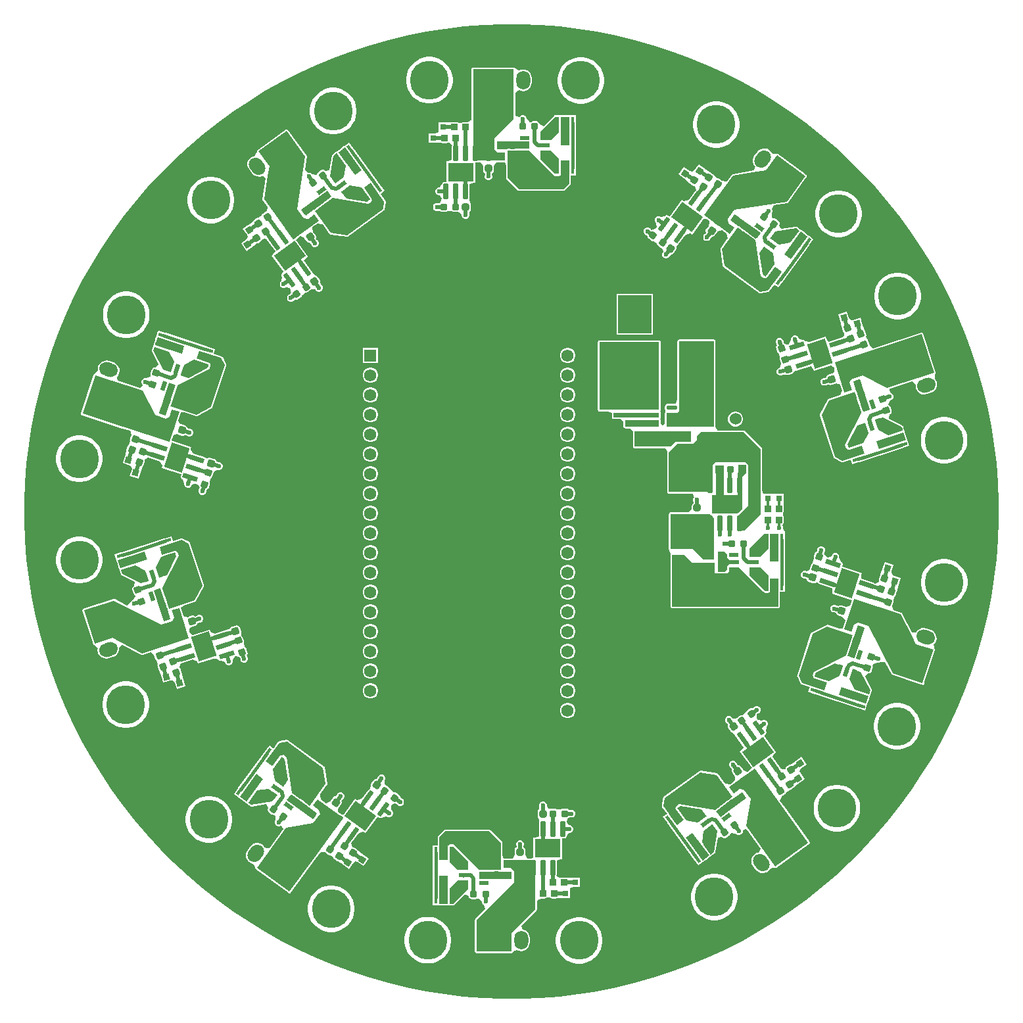
<source format=gtl>
G04*
G04 #@! TF.GenerationSoftware,Altium Limited,Altium Designer,23.3.1 (30)*
G04*
G04 Layer_Physical_Order=1*
G04 Layer_Color=255*
%FSAX44Y44*%
%MOMM*%
G71*
G04*
G04 #@! TF.SameCoordinates,7327C3A3-A75D-4357-90E6-FA600F46672C*
G04*
G04*
G04 #@! TF.FilePolarity,Positive*
G04*
G01*
G75*
G04:AMPARAMS|DCode=16|XSize=1.97mm|YSize=0.6mm|CornerRadius=0.075mm|HoleSize=0mm|Usage=FLASHONLY|Rotation=270.000|XOffset=0mm|YOffset=0mm|HoleType=Round|Shape=RoundedRectangle|*
%AMROUNDEDRECTD16*
21,1,1.9700,0.4500,0,0,270.0*
21,1,1.8200,0.6000,0,0,270.0*
1,1,0.1500,-0.2250,-0.9100*
1,1,0.1500,-0.2250,0.9100*
1,1,0.1500,0.2250,0.9100*
1,1,0.1500,0.2250,-0.9100*
%
%ADD16ROUNDEDRECTD16*%
G04:AMPARAMS|DCode=17|XSize=1.97mm|YSize=0.6mm|CornerRadius=0.075mm|HoleSize=0mm|Usage=FLASHONLY|Rotation=53.903|XOffset=0mm|YOffset=0mm|HoleType=Round|Shape=RoundedRectangle|*
%AMROUNDEDRECTD17*
21,1,1.9700,0.4500,0,0,53.903*
21,1,1.8200,0.6000,0,0,53.903*
1,1,0.1500,0.7179,0.6027*
1,1,0.1500,-0.3543,-0.8679*
1,1,0.1500,-0.7179,-0.6027*
1,1,0.1500,0.3543,0.8679*
%
%ADD17ROUNDEDRECTD17*%
G04:AMPARAMS|DCode=18|XSize=1.97mm|YSize=0.6mm|CornerRadius=0.075mm|HoleSize=0mm|Usage=FLASHONLY|Rotation=17.883|XOffset=0mm|YOffset=0mm|HoleType=Round|Shape=RoundedRectangle|*
%AMROUNDEDRECTD18*
21,1,1.9700,0.4500,0,0,17.883*
21,1,1.8200,0.6000,0,0,17.883*
1,1,0.1500,0.9351,0.0653*
1,1,0.1500,-0.7969,-0.4936*
1,1,0.1500,-0.9351,-0.0653*
1,1,0.1500,0.7969,0.4936*
%
%ADD18ROUNDEDRECTD18*%
G04:AMPARAMS|DCode=19|XSize=1.97mm|YSize=0.6mm|CornerRadius=0.075mm|HoleSize=0mm|Usage=FLASHONLY|Rotation=341.912|XOffset=0mm|YOffset=0mm|HoleType=Round|Shape=RoundedRectangle|*
%AMROUNDEDRECTD19*
21,1,1.9700,0.4500,0,0,341.912*
21,1,1.8200,0.6000,0,0,341.912*
1,1,0.1500,0.7952,-0.4964*
1,1,0.1500,-0.9349,0.0687*
1,1,0.1500,-0.7952,0.4964*
1,1,0.1500,0.9349,-0.0687*
%
%ADD19ROUNDEDRECTD19*%
G04:AMPARAMS|DCode=20|XSize=1.97mm|YSize=0.6mm|CornerRadius=0.075mm|HoleSize=0mm|Usage=FLASHONLY|Rotation=305.897|XOffset=0mm|YOffset=0mm|HoleType=Round|Shape=RoundedRectangle|*
%AMROUNDEDRECTD20*
21,1,1.9700,0.4500,0,0,305.897*
21,1,1.8200,0.6000,0,0,305.897*
1,1,0.1500,0.3513,-0.8691*
1,1,0.1500,-0.7158,0.6052*
1,1,0.1500,-0.3513,0.8691*
1,1,0.1500,0.7158,-0.6052*
%
%ADD20ROUNDEDRECTD20*%
G04:AMPARAMS|DCode=21|XSize=1.97mm|YSize=0.6mm|CornerRadius=0.075mm|HoleSize=0mm|Usage=FLASHONLY|Rotation=197.828|XOffset=0mm|YOffset=0mm|HoleType=Round|Shape=RoundedRectangle|*
%AMROUNDEDRECTD21*
21,1,1.9700,0.4500,0,0,197.828*
21,1,1.8200,0.6000,0,0,197.828*
1,1,0.1500,-0.9352,-0.0644*
1,1,0.1500,0.7974,0.4928*
1,1,0.1500,0.9352,0.0644*
1,1,0.1500,-0.7974,-0.4928*
%
%ADD21ROUNDEDRECTD21*%
G04:AMPARAMS|DCode=22|XSize=1.97mm|YSize=0.6mm|CornerRadius=0.075mm|HoleSize=0mm|Usage=FLASHONLY|Rotation=161.962|XOffset=0mm|YOffset=0mm|HoleType=Round|Shape=RoundedRectangle|*
%AMROUNDEDRECTD22*
21,1,1.9700,0.4500,0,0,161.962*
21,1,1.8200,0.6000,0,0,161.962*
1,1,0.1500,-0.7956,0.4957*
1,1,0.1500,0.9349,-0.0678*
1,1,0.1500,0.7956,-0.4957*
1,1,0.1500,-0.9349,0.0678*
%
%ADD22ROUNDEDRECTD22*%
G04:AMPARAMS|DCode=23|XSize=1.97mm|YSize=0.6mm|CornerRadius=0.075mm|HoleSize=0mm|Usage=FLASHONLY|Rotation=126.021|XOffset=0mm|YOffset=0mm|HoleType=Round|Shape=RoundedRectangle|*
%AMROUNDEDRECTD23*
21,1,1.9700,0.4500,0,0,126.021*
21,1,1.8200,0.6000,0,0,126.021*
1,1,0.1500,-0.3532,0.8683*
1,1,0.1500,0.7171,-0.6037*
1,1,0.1500,0.3532,-0.8683*
1,1,0.1500,-0.7171,0.6037*
%
%ADD23ROUNDEDRECTD23*%
%ADD24R,1.4800X1.4400*%
%ADD25R,0.8000X0.8000*%
G04:AMPARAMS|DCode=26|XSize=0.9mm|YSize=0.9mm|CornerRadius=0.225mm|HoleSize=0mm|Usage=FLASHONLY|Rotation=90.000|XOffset=0mm|YOffset=0mm|HoleType=Round|Shape=RoundedRectangle|*
%AMROUNDEDRECTD26*
21,1,0.9000,0.4500,0,0,90.0*
21,1,0.4500,0.9000,0,0,90.0*
1,1,0.4500,0.2250,0.2250*
1,1,0.4500,0.2250,-0.2250*
1,1,0.4500,-0.2250,-0.2250*
1,1,0.4500,-0.2250,0.2250*
%
%ADD26ROUNDEDRECTD26*%
G04:AMPARAMS|DCode=27|XSize=0.9mm|YSize=0.9mm|CornerRadius=0.225mm|HoleSize=0mm|Usage=FLASHONLY|Rotation=216.021|XOffset=0mm|YOffset=0mm|HoleType=Round|Shape=RoundedRectangle|*
%AMROUNDEDRECTD27*
21,1,0.9000,0.4500,0,0,216.021*
21,1,0.4500,0.9000,0,0,216.021*
1,1,0.4500,-0.3143,0.0497*
1,1,0.4500,0.0497,0.3143*
1,1,0.4500,0.3143,-0.0497*
1,1,0.4500,-0.0497,-0.3143*
%
%ADD27ROUNDEDRECTD27*%
%ADD28P,1.1314X4X261.021*%
%ADD29R,0.8000X0.8000*%
G04:AMPARAMS|DCode=30|XSize=0.9mm|YSize=0.9mm|CornerRadius=0.225mm|HoleSize=0mm|Usage=FLASHONLY|Rotation=180.000|XOffset=0mm|YOffset=0mm|HoleType=Round|Shape=RoundedRectangle|*
%AMROUNDEDRECTD30*
21,1,0.9000,0.4500,0,0,180.0*
21,1,0.4500,0.9000,0,0,180.0*
1,1,0.4500,-0.2250,0.2250*
1,1,0.4500,0.2250,0.2250*
1,1,0.4500,0.2250,-0.2250*
1,1,0.4500,-0.2250,-0.2250*
%
%ADD30ROUNDEDRECTD30*%
%ADD31P,1.1314X4X188.903*%
G04:AMPARAMS|DCode=32|XSize=0.9mm|YSize=0.9mm|CornerRadius=0.225mm|HoleSize=0mm|Usage=FLASHONLY|Rotation=143.903|XOffset=0mm|YOffset=0mm|HoleType=Round|Shape=RoundedRectangle|*
%AMROUNDEDRECTD32*
21,1,0.9000,0.4500,0,0,143.903*
21,1,0.4500,0.9000,0,0,143.903*
1,1,0.4500,-0.0493,0.3144*
1,1,0.4500,0.3144,0.0493*
1,1,0.4500,0.0493,-0.3144*
1,1,0.4500,-0.3144,-0.0493*
%
%ADD32ROUNDEDRECTD32*%
%ADD33P,1.1314X4X152.883*%
G04:AMPARAMS|DCode=34|XSize=0.9mm|YSize=0.9mm|CornerRadius=0.225mm|HoleSize=0mm|Usage=FLASHONLY|Rotation=107.883|XOffset=0mm|YOffset=0mm|HoleType=Round|Shape=RoundedRectangle|*
%AMROUNDEDRECTD34*
21,1,0.9000,0.4500,0,0,107.883*
21,1,0.4500,0.9000,0,0,107.883*
1,1,0.4500,0.1450,0.2832*
1,1,0.4500,0.2832,-0.1450*
1,1,0.4500,-0.1450,-0.2832*
1,1,0.4500,-0.2832,0.1450*
%
%ADD34ROUNDEDRECTD34*%
%ADD35P,1.1314X4X116.912*%
G04:AMPARAMS|DCode=36|XSize=0.9mm|YSize=0.9mm|CornerRadius=0.225mm|HoleSize=0mm|Usage=FLASHONLY|Rotation=71.912|XOffset=0mm|YOffset=0mm|HoleType=Round|Shape=RoundedRectangle|*
%AMROUNDEDRECTD36*
21,1,0.9000,0.4500,0,0,71.912*
21,1,0.4500,0.9000,0,0,71.912*
1,1,0.4500,0.2837,0.1440*
1,1,0.4500,0.1440,-0.2837*
1,1,0.4500,-0.2837,-0.1440*
1,1,0.4500,-0.1440,0.2837*
%
%ADD36ROUNDEDRECTD36*%
%ADD37P,1.1314X4X80.897*%
G04:AMPARAMS|DCode=38|XSize=0.9mm|YSize=0.9mm|CornerRadius=0.225mm|HoleSize=0mm|Usage=FLASHONLY|Rotation=35.897|XOffset=0mm|YOffset=0mm|HoleType=Round|Shape=RoundedRectangle|*
%AMROUNDEDRECTD38*
21,1,0.9000,0.4500,0,0,35.897*
21,1,0.4500,0.9000,0,0,35.897*
1,1,0.4500,0.3142,-0.0503*
1,1,0.4500,-0.0503,-0.3142*
1,1,0.4500,-0.3142,0.0503*
1,1,0.4500,0.0503,0.3142*
%
%ADD38ROUNDEDRECTD38*%
%ADD39P,1.1314X4X332.828*%
G04:AMPARAMS|DCode=40|XSize=0.9mm|YSize=0.9mm|CornerRadius=0.225mm|HoleSize=0mm|Usage=FLASHONLY|Rotation=287.828|XOffset=0mm|YOffset=0mm|HoleType=Round|Shape=RoundedRectangle|*
%AMROUNDEDRECTD40*
21,1,0.9000,0.4500,0,0,287.828*
21,1,0.4500,0.9000,0,0,287.828*
1,1,0.4500,-0.1453,-0.2831*
1,1,0.4500,-0.2831,0.1453*
1,1,0.4500,0.1453,0.2831*
1,1,0.4500,0.2831,-0.1453*
%
%ADD40ROUNDEDRECTD40*%
%ADD41P,1.1314X4X296.962*%
G04:AMPARAMS|DCode=42|XSize=0.9mm|YSize=0.9mm|CornerRadius=0.225mm|HoleSize=0mm|Usage=FLASHONLY|Rotation=251.962|XOffset=0mm|YOffset=0mm|HoleType=Round|Shape=RoundedRectangle|*
%AMROUNDEDRECTD42*
21,1,0.9000,0.4500,0,0,251.962*
21,1,0.4500,0.9000,0,0,251.962*
1,1,0.4500,-0.2836,-0.1443*
1,1,0.4500,-0.1443,0.2836*
1,1,0.4500,0.2836,0.1443*
1,1,0.4500,0.1443,-0.2836*
%
%ADD42ROUNDEDRECTD42*%
G04:AMPARAMS|DCode=43|XSize=1.37mm|YSize=0.59mm|CornerRadius=0.1475mm|HoleSize=0mm|Usage=FLASHONLY|Rotation=0.000|XOffset=0mm|YOffset=0mm|HoleType=Round|Shape=RoundedRectangle|*
%AMROUNDEDRECTD43*
21,1,1.3700,0.2950,0,0,0.0*
21,1,1.0750,0.5900,0,0,0.0*
1,1,0.2950,0.5375,-0.1475*
1,1,0.2950,-0.5375,-0.1475*
1,1,0.2950,-0.5375,0.1475*
1,1,0.2950,0.5375,0.1475*
%
%ADD43ROUNDEDRECTD43*%
%ADD44R,2.7000X3.6000*%
G04:AMPARAMS|DCode=45|XSize=0.55mm|YSize=1.2mm|CornerRadius=0mm|HoleSize=0mm|Usage=FLASHONLY|Rotation=197.828|XOffset=0mm|YOffset=0mm|HoleType=Round|Shape=Rectangle|*
%AMROTATEDRECTD45*
4,1,4,0.0781,0.6554,0.4455,-0.4870,-0.0781,-0.6554,-0.4455,0.4870,0.0781,0.6554,0.0*
%
%ADD45ROTATEDRECTD45*%

G04:AMPARAMS|DCode=46|XSize=0.9mm|YSize=0.85mm|CornerRadius=0.2125mm|HoleSize=0mm|Usage=FLASHONLY|Rotation=197.828|XOffset=0mm|YOffset=0mm|HoleType=Round|Shape=RoundedRectangle|*
%AMROUNDEDRECTD46*
21,1,0.9000,0.4250,0,0,197.828*
21,1,0.4750,0.8500,0,0,197.828*
1,1,0.4250,-0.2912,0.1296*
1,1,0.4250,0.1610,0.2750*
1,1,0.4250,0.2912,-0.1296*
1,1,0.4250,-0.1610,-0.2750*
%
%ADD46ROUNDEDRECTD46*%
G04:AMPARAMS|DCode=47|XSize=0.9mm|YSize=0.85mm|CornerRadius=0.2125mm|HoleSize=0mm|Usage=FLASHONLY|Rotation=107.828|XOffset=0mm|YOffset=0mm|HoleType=Round|Shape=RoundedRectangle|*
%AMROUNDEDRECTD47*
21,1,0.9000,0.4250,0,0,107.828*
21,1,0.4750,0.8500,0,0,107.828*
1,1,0.4250,0.1296,0.2912*
1,1,0.4250,0.2750,-0.1610*
1,1,0.4250,-0.1296,-0.2912*
1,1,0.4250,-0.2750,0.1610*
%
%ADD47ROUNDEDRECTD47*%
G04:AMPARAMS|DCode=48|XSize=0.38mm|YSize=1.56mm|CornerRadius=0mm|HoleSize=0mm|Usage=FLASHONLY|Rotation=287.828|XOffset=0mm|YOffset=0mm|HoleType=Round|Shape=Rectangle|*
%AMROTATEDRECTD48*
4,1,4,-0.8007,-0.0579,0.6844,0.4197,0.8007,0.0579,-0.6844,-0.4197,-0.8007,-0.0579,0.0*
%
%ADD48ROTATEDRECTD48*%

G04:AMPARAMS|DCode=49|XSize=0.95mm|YSize=0.95mm|CornerRadius=0.2375mm|HoleSize=0mm|Usage=FLASHONLY|Rotation=287.828|XOffset=0mm|YOffset=0mm|HoleType=Round|Shape=RoundedRectangle|*
%AMROUNDEDRECTD49*
21,1,0.9500,0.4750,0,0,287.828*
21,1,0.4750,0.9500,0,0,287.828*
1,1,0.4750,-0.1534,-0.2988*
1,1,0.4750,-0.2988,0.1534*
1,1,0.4750,0.1534,0.2988*
1,1,0.4750,0.2988,-0.1534*
%
%ADD49ROUNDEDRECTD49*%
G04:AMPARAMS|DCode=50|XSize=0.95mm|YSize=0.95mm|CornerRadius=0.2375mm|HoleSize=0mm|Usage=FLASHONLY|Rotation=197.828|XOffset=0mm|YOffset=0mm|HoleType=Round|Shape=RoundedRectangle|*
%AMROUNDEDRECTD50*
21,1,0.9500,0.4750,0,0,197.828*
21,1,0.4750,0.9500,0,0,197.828*
1,1,0.4750,-0.2988,0.1534*
1,1,0.4750,0.1534,0.2988*
1,1,0.4750,0.2988,-0.1534*
1,1,0.4750,-0.1534,-0.2988*
%
%ADD50ROUNDEDRECTD50*%
G04:AMPARAMS|DCode=51|XSize=0.38mm|YSize=1.56mm|CornerRadius=0mm|HoleSize=0mm|Usage=FLASHONLY|Rotation=323.903|XOffset=0mm|YOffset=0mm|HoleType=Round|Shape=Rectangle|*
%AMROTATEDRECTD51*
4,1,4,-0.6131,-0.5183,0.3060,0.7422,0.6131,0.5183,-0.3060,-0.7422,-0.6131,-0.5183,0.0*
%
%ADD51ROTATEDRECTD51*%

G04:AMPARAMS|DCode=52|XSize=0.9mm|YSize=0.85mm|CornerRadius=0.2125mm|HoleSize=0mm|Usage=FLASHONLY|Rotation=233.903|XOffset=0mm|YOffset=0mm|HoleType=Round|Shape=RoundedRectangle|*
%AMROUNDEDRECTD52*
21,1,0.9000,0.4250,0,0,233.903*
21,1,0.4750,0.8500,0,0,233.903*
1,1,0.4250,-0.3116,-0.0667*
1,1,0.4250,-0.0318,0.3171*
1,1,0.4250,0.3116,0.0667*
1,1,0.4250,0.0318,-0.3171*
%
%ADD52ROUNDEDRECTD52*%
G04:AMPARAMS|DCode=53|XSize=0.9mm|YSize=0.85mm|CornerRadius=0.2125mm|HoleSize=0mm|Usage=FLASHONLY|Rotation=143.903|XOffset=0mm|YOffset=0mm|HoleType=Round|Shape=RoundedRectangle|*
%AMROUNDEDRECTD53*
21,1,0.9000,0.4250,0,0,143.903*
21,1,0.4750,0.8500,0,0,143.903*
1,1,0.4250,-0.0667,0.3116*
1,1,0.4250,0.3171,0.0318*
1,1,0.4250,0.0667,-0.3116*
1,1,0.4250,-0.3171,-0.0318*
%
%ADD53ROUNDEDRECTD53*%
G04:AMPARAMS|DCode=54|XSize=0.55mm|YSize=1.2mm|CornerRadius=0mm|HoleSize=0mm|Usage=FLASHONLY|Rotation=233.903|XOffset=0mm|YOffset=0mm|HoleType=Round|Shape=Rectangle|*
%AMROTATEDRECTD54*
4,1,4,-0.3228,0.5757,0.6468,-0.1313,0.3228,-0.5757,-0.6468,0.1313,-0.3228,0.5757,0.0*
%
%ADD54ROTATEDRECTD54*%

G04:AMPARAMS|DCode=55|XSize=0.95mm|YSize=0.95mm|CornerRadius=0.2375mm|HoleSize=0mm|Usage=FLASHONLY|Rotation=233.903|XOffset=0mm|YOffset=0mm|HoleType=Round|Shape=RoundedRectangle|*
%AMROUNDEDRECTD55*
21,1,0.9500,0.4750,0,0,233.903*
21,1,0.4750,0.9500,0,0,233.903*
1,1,0.4750,-0.3318,-0.0520*
1,1,0.4750,-0.0520,0.3318*
1,1,0.4750,0.3318,0.0520*
1,1,0.4750,0.0520,-0.3318*
%
%ADD55ROUNDEDRECTD55*%
G04:AMPARAMS|DCode=56|XSize=0.95mm|YSize=0.95mm|CornerRadius=0.2375mm|HoleSize=0mm|Usage=FLASHONLY|Rotation=323.903|XOffset=0mm|YOffset=0mm|HoleType=Round|Shape=RoundedRectangle|*
%AMROUNDEDRECTD56*
21,1,0.9500,0.4750,0,0,323.903*
21,1,0.4750,0.9500,0,0,323.903*
1,1,0.4750,0.0520,-0.3318*
1,1,0.4750,-0.3318,-0.0520*
1,1,0.4750,-0.0520,0.3318*
1,1,0.4750,0.3318,0.0520*
%
%ADD56ROUNDEDRECTD56*%
G04:AMPARAMS|DCode=57|XSize=0.95mm|YSize=0.95mm|CornerRadius=0.2375mm|HoleSize=0mm|Usage=FLASHONLY|Rotation=323.903|XOffset=0mm|YOffset=0mm|HoleType=Round|Shape=RoundedRectangle|*
%AMROUNDEDRECTD57*
21,1,0.9500,0.4750,0,0,323.903*
21,1,0.4750,0.9500,0,0,323.903*
1,1,0.4750,0.0520,-0.3318*
1,1,0.4750,-0.3318,-0.0520*
1,1,0.4750,-0.0520,0.3318*
1,1,0.4750,0.3318,0.0520*
%
%ADD57ROUNDEDRECTD57*%
G04:AMPARAMS|DCode=58|XSize=0.38mm|YSize=1.56mm|CornerRadius=0mm|HoleSize=0mm|Usage=FLASHONLY|Rotation=35.897|XOffset=0mm|YOffset=0mm|HoleType=Round|Shape=Rectangle|*
%AMROTATEDRECTD58*
4,1,4,0.3034,-0.7433,-0.6113,0.5204,-0.3034,0.7433,0.6113,-0.5204,0.3034,-0.7433,0.0*
%
%ADD58ROTATEDRECTD58*%

G04:AMPARAMS|DCode=59|XSize=0.55mm|YSize=1.2mm|CornerRadius=0mm|HoleSize=0mm|Usage=FLASHONLY|Rotation=305.897|XOffset=0mm|YOffset=0mm|HoleType=Round|Shape=Rectangle|*
%AMROTATEDRECTD59*
4,1,4,-0.6473,-0.1290,0.3248,0.5746,0.6473,0.1290,-0.3248,-0.5746,-0.6473,-0.1290,0.0*
%
%ADD59ROTATEDRECTD59*%

G04:AMPARAMS|DCode=60|XSize=0.95mm|YSize=0.95mm|CornerRadius=0.2375mm|HoleSize=0mm|Usage=FLASHONLY|Rotation=305.897|XOffset=0mm|YOffset=0mm|HoleType=Round|Shape=RoundedRectangle|*
%AMROUNDEDRECTD60*
21,1,0.9500,0.4750,0,0,305.897*
21,1,0.4750,0.9500,0,0,305.897*
1,1,0.4750,-0.0531,-0.3317*
1,1,0.4750,-0.3317,0.0531*
1,1,0.4750,0.0531,0.3317*
1,1,0.4750,0.3317,-0.0531*
%
%ADD60ROUNDEDRECTD60*%
G04:AMPARAMS|DCode=61|XSize=0.9mm|YSize=0.85mm|CornerRadius=0.2125mm|HoleSize=0mm|Usage=FLASHONLY|Rotation=305.897|XOffset=0mm|YOffset=0mm|HoleType=Round|Shape=RoundedRectangle|*
%AMROUNDEDRECTD61*
21,1,0.9000,0.4250,0,0,305.897*
21,1,0.4750,0.8500,0,0,305.897*
1,1,0.4250,-0.0329,-0.3170*
1,1,0.4250,-0.3114,0.0678*
1,1,0.4250,0.0329,0.3170*
1,1,0.4250,0.3114,-0.0678*
%
%ADD61ROUNDEDRECTD61*%
G04:AMPARAMS|DCode=62|XSize=0.95mm|YSize=0.95mm|CornerRadius=0.2375mm|HoleSize=0mm|Usage=FLASHONLY|Rotation=35.897|XOffset=0mm|YOffset=0mm|HoleType=Round|Shape=RoundedRectangle|*
%AMROUNDEDRECTD62*
21,1,0.9500,0.4750,0,0,35.897*
21,1,0.4750,0.9500,0,0,35.897*
1,1,0.4750,0.3317,-0.0531*
1,1,0.4750,-0.0531,-0.3317*
1,1,0.4750,-0.3317,0.0531*
1,1,0.4750,0.0531,0.3317*
%
%ADD62ROUNDEDRECTD62*%
G04:AMPARAMS|DCode=63|XSize=0.9mm|YSize=0.85mm|CornerRadius=0.2125mm|HoleSize=0mm|Usage=FLASHONLY|Rotation=215.897|XOffset=0mm|YOffset=0mm|HoleType=Round|Shape=RoundedRectangle|*
%AMROUNDEDRECTD63*
21,1,0.9000,0.4250,0,0,215.897*
21,1,0.4750,0.8500,0,0,215.897*
1,1,0.4250,-0.3170,0.0329*
1,1,0.4250,0.0678,0.3114*
1,1,0.4250,0.3170,-0.0329*
1,1,0.4250,-0.0678,-0.3114*
%
%ADD63ROUNDEDRECTD63*%
G04:AMPARAMS|DCode=64|XSize=0.95mm|YSize=0.95mm|CornerRadius=0.2375mm|HoleSize=0mm|Usage=FLASHONLY|Rotation=35.897|XOffset=0mm|YOffset=0mm|HoleType=Round|Shape=RoundedRectangle|*
%AMROUNDEDRECTD64*
21,1,0.9500,0.4750,0,0,35.897*
21,1,0.4750,0.9500,0,0,35.897*
1,1,0.4750,0.3317,-0.0531*
1,1,0.4750,-0.0531,-0.3317*
1,1,0.4750,-0.3317,0.0531*
1,1,0.4750,0.0531,0.3317*
%
%ADD64ROUNDEDRECTD64*%
G04:AMPARAMS|DCode=65|XSize=0.95mm|YSize=0.95mm|CornerRadius=0.2375mm|HoleSize=0mm|Usage=FLASHONLY|Rotation=126.021|XOffset=0mm|YOffset=0mm|HoleType=Round|Shape=RoundedRectangle|*
%AMROUNDEDRECTD65*
21,1,0.9500,0.4750,0,0,126.021*
21,1,0.4750,0.9500,0,0,126.021*
1,1,0.4750,0.0524,0.3318*
1,1,0.4750,0.3318,-0.0524*
1,1,0.4750,-0.0524,-0.3318*
1,1,0.4750,-0.3318,0.0524*
%
%ADD65ROUNDEDRECTD65*%
G04:AMPARAMS|DCode=66|XSize=0.9mm|YSize=0.85mm|CornerRadius=0.2125mm|HoleSize=0mm|Usage=FLASHONLY|Rotation=126.021|XOffset=0mm|YOffset=0mm|HoleType=Round|Shape=RoundedRectangle|*
%AMROUNDEDRECTD66*
21,1,0.9000,0.4250,0,0,126.021*
21,1,0.4750,0.8500,0,0,126.021*
1,1,0.4250,0.0322,0.3171*
1,1,0.4250,0.3115,-0.0671*
1,1,0.4250,-0.0322,-0.3171*
1,1,0.4250,-0.3115,0.0671*
%
%ADD66ROUNDEDRECTD66*%
G04:AMPARAMS|DCode=67|XSize=0.95mm|YSize=0.95mm|CornerRadius=0.2375mm|HoleSize=0mm|Usage=FLASHONLY|Rotation=216.021|XOffset=0mm|YOffset=0mm|HoleType=Round|Shape=RoundedRectangle|*
%AMROUNDEDRECTD67*
21,1,0.9500,0.4750,0,0,216.021*
21,1,0.4750,0.9500,0,0,216.021*
1,1,0.4750,-0.3318,0.0524*
1,1,0.4750,0.0524,0.3318*
1,1,0.4750,0.3318,-0.0524*
1,1,0.4750,-0.0524,-0.3318*
%
%ADD67ROUNDEDRECTD67*%
G04:AMPARAMS|DCode=68|XSize=0.55mm|YSize=1.2mm|CornerRadius=0mm|HoleSize=0mm|Usage=FLASHONLY|Rotation=126.021|XOffset=0mm|YOffset=0mm|HoleType=Round|Shape=Rectangle|*
%AMROTATEDRECTD68*
4,1,4,0.6470,0.1304,-0.3236,-0.5753,-0.6470,-0.1304,0.3236,0.5753,0.6470,0.1304,0.0*
%
%ADD68ROTATEDRECTD68*%

G04:AMPARAMS|DCode=69|XSize=0.9mm|YSize=0.85mm|CornerRadius=0.2125mm|HoleSize=0mm|Usage=FLASHONLY|Rotation=36.021|XOffset=0mm|YOffset=0mm|HoleType=Round|Shape=RoundedRectangle|*
%AMROUNDEDRECTD69*
21,1,0.9000,0.4250,0,0,36.021*
21,1,0.4750,0.8500,0,0,36.021*
1,1,0.4250,0.3171,-0.0322*
1,1,0.4250,-0.0671,-0.3115*
1,1,0.4250,-0.3171,0.0322*
1,1,0.4250,0.0671,0.3115*
%
%ADD69ROUNDEDRECTD69*%
G04:AMPARAMS|DCode=70|XSize=0.38mm|YSize=1.56mm|CornerRadius=0mm|HoleSize=0mm|Usage=FLASHONLY|Rotation=216.021|XOffset=0mm|YOffset=0mm|HoleType=Round|Shape=Rectangle|*
%AMROTATEDRECTD70*
4,1,4,-0.3050,0.7426,0.6124,-0.5191,0.3050,-0.7426,-0.6124,0.5191,-0.3050,0.7426,0.0*
%
%ADD70ROTATEDRECTD70*%

%ADD71R,0.3800X1.5600*%
%ADD72R,1.2000X0.5500*%
G04:AMPARAMS|DCode=73|XSize=0.9mm|YSize=0.85mm|CornerRadius=0.2125mm|HoleSize=0mm|Usage=FLASHONLY|Rotation=270.000|XOffset=0mm|YOffset=0mm|HoleType=Round|Shape=RoundedRectangle|*
%AMROUNDEDRECTD73*
21,1,0.9000,0.4250,0,0,270.0*
21,1,0.4750,0.8500,0,0,270.0*
1,1,0.4250,-0.2125,-0.2375*
1,1,0.4250,-0.2125,0.2375*
1,1,0.4250,0.2125,0.2375*
1,1,0.4250,0.2125,-0.2375*
%
%ADD73ROUNDEDRECTD73*%
G04:AMPARAMS|DCode=74|XSize=0.95mm|YSize=0.95mm|CornerRadius=0.2375mm|HoleSize=0mm|Usage=FLASHONLY|Rotation=270.000|XOffset=0mm|YOffset=0mm|HoleType=Round|Shape=RoundedRectangle|*
%AMROUNDEDRECTD74*
21,1,0.9500,0.4750,0,0,270.0*
21,1,0.4750,0.9500,0,0,270.0*
1,1,0.4750,-0.2375,-0.2375*
1,1,0.4750,-0.2375,0.2375*
1,1,0.4750,0.2375,0.2375*
1,1,0.4750,0.2375,-0.2375*
%
%ADD74ROUNDEDRECTD74*%
G04:AMPARAMS|DCode=75|XSize=0.95mm|YSize=0.95mm|CornerRadius=0.2375mm|HoleSize=0mm|Usage=FLASHONLY|Rotation=0.000|XOffset=0mm|YOffset=0mm|HoleType=Round|Shape=RoundedRectangle|*
%AMROUNDEDRECTD75*
21,1,0.9500,0.4750,0,0,0.0*
21,1,0.4750,0.9500,0,0,0.0*
1,1,0.4750,0.2375,-0.2375*
1,1,0.4750,-0.2375,-0.2375*
1,1,0.4750,-0.2375,0.2375*
1,1,0.4750,0.2375,0.2375*
%
%ADD75ROUNDEDRECTD75*%
G04:AMPARAMS|DCode=76|XSize=0.9mm|YSize=0.85mm|CornerRadius=0.2125mm|HoleSize=0mm|Usage=FLASHONLY|Rotation=180.000|XOffset=0mm|YOffset=0mm|HoleType=Round|Shape=RoundedRectangle|*
%AMROUNDEDRECTD76*
21,1,0.9000,0.4250,0,0,180.0*
21,1,0.4750,0.8500,0,0,180.0*
1,1,0.4250,-0.2375,0.2125*
1,1,0.4250,0.2375,0.2125*
1,1,0.4250,0.2375,-0.2125*
1,1,0.4250,-0.2375,-0.2125*
%
%ADD76ROUNDEDRECTD76*%
G04:AMPARAMS|DCode=77|XSize=0.38mm|YSize=1.56mm|CornerRadius=0mm|HoleSize=0mm|Usage=FLASHONLY|Rotation=107.883|XOffset=0mm|YOffset=0mm|HoleType=Round|Shape=Rectangle|*
%AMROTATEDRECTD77*
4,1,4,0.8007,0.0587,-0.6840,-0.4203,-0.8007,-0.0587,0.6840,0.4203,0.8007,0.0587,0.0*
%
%ADD77ROTATEDRECTD77*%

G04:AMPARAMS|DCode=78|XSize=0.38mm|YSize=1.56mm|CornerRadius=0mm|HoleSize=0mm|Usage=FLASHONLY|Rotation=71.912|XOffset=0mm|YOffset=0mm|HoleType=Round|Shape=Rectangle|*
%AMROTATEDRECTD78*
4,1,4,0.6825,-0.4228,-0.8005,0.0616,-0.6825,0.4228,0.8005,-0.0616,0.6825,-0.4228,0.0*
%
%ADD78ROTATEDRECTD78*%

G04:AMPARAMS|DCode=79|XSize=0.38mm|YSize=1.56mm|CornerRadius=0mm|HoleSize=0mm|Usage=FLASHONLY|Rotation=251.962|XOffset=0mm|YOffset=0mm|HoleType=Round|Shape=Rectangle|*
%AMROTATEDRECTD79*
4,1,4,-0.6828,0.4222,0.8005,-0.0609,0.6828,-0.4222,-0.8005,0.0609,-0.6828,0.4222,0.0*
%
%ADD79ROTATEDRECTD79*%

%ADD80R,1.0000X1.2500*%
G04:AMPARAMS|DCode=81|XSize=0.95mm|YSize=0.95mm|CornerRadius=0.2375mm|HoleSize=0mm|Usage=FLASHONLY|Rotation=17.883|XOffset=0mm|YOffset=0mm|HoleType=Round|Shape=RoundedRectangle|*
%AMROUNDEDRECTD81*
21,1,0.9500,0.4750,0,0,17.883*
21,1,0.4750,0.9500,0,0,17.883*
1,1,0.4750,0.2990,-0.1531*
1,1,0.4750,-0.1531,-0.2990*
1,1,0.4750,-0.2990,0.1531*
1,1,0.4750,0.1531,0.2990*
%
%ADD81ROUNDEDRECTD81*%
G04:AMPARAMS|DCode=82|XSize=0.9mm|YSize=0.85mm|CornerRadius=0.2125mm|HoleSize=0mm|Usage=FLASHONLY|Rotation=17.883|XOffset=0mm|YOffset=0mm|HoleType=Round|Shape=RoundedRectangle|*
%AMROUNDEDRECTD82*
21,1,0.9000,0.4250,0,0,17.883*
21,1,0.4750,0.8500,0,0,17.883*
1,1,0.4250,0.2913,-0.1293*
1,1,0.4250,-0.1608,-0.2752*
1,1,0.4250,-0.2913,0.1293*
1,1,0.4250,0.1608,0.2752*
%
%ADD82ROUNDEDRECTD82*%
G04:AMPARAMS|DCode=83|XSize=0.55mm|YSize=1.2mm|CornerRadius=0mm|HoleSize=0mm|Usage=FLASHONLY|Rotation=17.883|XOffset=0mm|YOffset=0mm|HoleType=Round|Shape=Rectangle|*
%AMROTATEDRECTD83*
4,1,4,-0.0775,-0.6555,-0.4460,0.4866,0.0775,0.6555,0.4460,-0.4866,-0.0775,-0.6555,0.0*
%
%ADD83ROTATEDRECTD83*%

G04:AMPARAMS|DCode=84|XSize=0.95mm|YSize=0.95mm|CornerRadius=0.2375mm|HoleSize=0mm|Usage=FLASHONLY|Rotation=107.883|XOffset=0mm|YOffset=0mm|HoleType=Round|Shape=RoundedRectangle|*
%AMROUNDEDRECTD84*
21,1,0.9500,0.4750,0,0,107.883*
21,1,0.4750,0.9500,0,0,107.883*
1,1,0.4750,0.1531,0.2990*
1,1,0.4750,0.2990,-0.1531*
1,1,0.4750,-0.1531,-0.2990*
1,1,0.4750,-0.2990,0.1531*
%
%ADD84ROUNDEDRECTD84*%
G04:AMPARAMS|DCode=85|XSize=0.9mm|YSize=0.85mm|CornerRadius=0.2125mm|HoleSize=0mm|Usage=FLASHONLY|Rotation=287.883|XOffset=0mm|YOffset=0mm|HoleType=Round|Shape=RoundedRectangle|*
%AMROUNDEDRECTD85*
21,1,0.9000,0.4250,0,0,287.883*
21,1,0.4750,0.8500,0,0,287.883*
1,1,0.4250,-0.1293,-0.2913*
1,1,0.4250,-0.2752,0.1608*
1,1,0.4250,0.1293,0.2913*
1,1,0.4250,0.2752,-0.1608*
%
%ADD85ROUNDEDRECTD85*%
G04:AMPARAMS|DCode=86|XSize=0.95mm|YSize=0.95mm|CornerRadius=0.2375mm|HoleSize=0mm|Usage=FLASHONLY|Rotation=107.883|XOffset=0mm|YOffset=0mm|HoleType=Round|Shape=RoundedRectangle|*
%AMROUNDEDRECTD86*
21,1,0.9500,0.4750,0,0,107.883*
21,1,0.4750,0.9500,0,0,107.883*
1,1,0.4750,0.1531,0.2990*
1,1,0.4750,0.2990,-0.1531*
1,1,0.4750,-0.1531,-0.2990*
1,1,0.4750,-0.2990,0.1531*
%
%ADD86ROUNDEDRECTD86*%
G04:AMPARAMS|DCode=87|XSize=0.95mm|YSize=0.95mm|CornerRadius=0.2375mm|HoleSize=0mm|Usage=FLASHONLY|Rotation=251.962|XOffset=0mm|YOffset=0mm|HoleType=Round|Shape=RoundedRectangle|*
%AMROUNDEDRECTD87*
21,1,0.9500,0.4750,0,0,251.962*
21,1,0.4750,0.9500,0,0,251.962*
1,1,0.4750,-0.2994,-0.1523*
1,1,0.4750,-0.1523,0.2994*
1,1,0.4750,0.2994,0.1523*
1,1,0.4750,0.1523,-0.2994*
%
%ADD87ROUNDEDRECTD87*%
G04:AMPARAMS|DCode=88|XSize=0.55mm|YSize=1.2mm|CornerRadius=0mm|HoleSize=0mm|Usage=FLASHONLY|Rotation=161.962|XOffset=0mm|YOffset=0mm|HoleType=Round|Shape=Rectangle|*
%AMROTATEDRECTD88*
4,1,4,0.4473,0.4854,0.0757,-0.6557,-0.4473,-0.4854,-0.0757,0.6557,0.4473,0.4854,0.0*
%
%ADD88ROTATEDRECTD88*%

G04:AMPARAMS|DCode=89|XSize=0.9mm|YSize=0.85mm|CornerRadius=0.2125mm|HoleSize=0mm|Usage=FLASHONLY|Rotation=161.962|XOffset=0mm|YOffset=0mm|HoleType=Round|Shape=RoundedRectangle|*
%AMROUNDEDRECTD89*
21,1,0.9000,0.4250,0,0,161.962*
21,1,0.4750,0.8500,0,0,161.962*
1,1,0.4250,-0.1600,0.2756*
1,1,0.4250,0.2916,0.1285*
1,1,0.4250,0.1600,-0.2756*
1,1,0.4250,-0.2916,-0.1285*
%
%ADD89ROUNDEDRECTD89*%
G04:AMPARAMS|DCode=90|XSize=0.9mm|YSize=0.85mm|CornerRadius=0.2125mm|HoleSize=0mm|Usage=FLASHONLY|Rotation=71.962|XOffset=0mm|YOffset=0mm|HoleType=Round|Shape=RoundedRectangle|*
%AMROUNDEDRECTD90*
21,1,0.9000,0.4250,0,0,71.962*
21,1,0.4750,0.8500,0,0,71.962*
1,1,0.4250,0.2756,0.1600*
1,1,0.4250,0.1285,-0.2916*
1,1,0.4250,-0.2756,-0.1600*
1,1,0.4250,-0.1285,0.2916*
%
%ADD90ROUNDEDRECTD90*%
G04:AMPARAMS|DCode=91|XSize=0.95mm|YSize=0.95mm|CornerRadius=0.2375mm|HoleSize=0mm|Usage=FLASHONLY|Rotation=161.962|XOffset=0mm|YOffset=0mm|HoleType=Round|Shape=RoundedRectangle|*
%AMROUNDEDRECTD91*
21,1,0.9500,0.4750,0,0,161.962*
21,1,0.4750,0.9500,0,0,161.962*
1,1,0.4750,-0.1523,0.2994*
1,1,0.4750,0.2994,0.1523*
1,1,0.4750,0.1523,-0.2994*
1,1,0.4750,-0.2994,-0.1523*
%
%ADD91ROUNDEDRECTD91*%
G04:AMPARAMS|DCode=92|XSize=0.9mm|YSize=0.85mm|CornerRadius=0.2125mm|HoleSize=0mm|Usage=FLASHONLY|Rotation=341.912|XOffset=0mm|YOffset=0mm|HoleType=Round|Shape=RoundedRectangle|*
%AMROUNDEDRECTD92*
21,1,0.9000,0.4250,0,0,341.912*
21,1,0.4750,0.8500,0,0,341.912*
1,1,0.4250,0.1598,-0.2757*
1,1,0.4250,-0.2917,-0.1283*
1,1,0.4250,-0.1598,0.2757*
1,1,0.4250,0.2917,0.1283*
%
%ADD92ROUNDEDRECTD92*%
G04:AMPARAMS|DCode=93|XSize=0.55mm|YSize=1.2mm|CornerRadius=0mm|HoleSize=0mm|Usage=FLASHONLY|Rotation=341.912|XOffset=0mm|YOffset=0mm|HoleType=Round|Shape=Rectangle|*
%AMROTATEDRECTD93*
4,1,4,-0.4477,-0.4850,-0.0751,0.6557,0.4477,0.4850,0.0751,-0.6557,-0.4477,-0.4850,0.0*
%
%ADD93ROTATEDRECTD93*%

G04:AMPARAMS|DCode=94|XSize=0.95mm|YSize=0.95mm|CornerRadius=0.2375mm|HoleSize=0mm|Usage=FLASHONLY|Rotation=341.912|XOffset=0mm|YOffset=0mm|HoleType=Round|Shape=RoundedRectangle|*
%AMROUNDEDRECTD94*
21,1,0.9500,0.4750,0,0,341.912*
21,1,0.4750,0.9500,0,0,341.912*
1,1,0.4750,0.1520,-0.2995*
1,1,0.4750,-0.2995,-0.1520*
1,1,0.4750,-0.1520,0.2995*
1,1,0.4750,0.2995,0.1520*
%
%ADD94ROUNDEDRECTD94*%
G04:AMPARAMS|DCode=95|XSize=0.95mm|YSize=0.95mm|CornerRadius=0.2375mm|HoleSize=0mm|Usage=FLASHONLY|Rotation=71.912|XOffset=0mm|YOffset=0mm|HoleType=Round|Shape=RoundedRectangle|*
%AMROUNDEDRECTD95*
21,1,0.9500,0.4750,0,0,71.912*
21,1,0.4750,0.9500,0,0,71.912*
1,1,0.4750,0.2995,0.1520*
1,1,0.4750,0.1520,-0.2995*
1,1,0.4750,-0.2995,-0.1520*
1,1,0.4750,-0.1520,0.2995*
%
%ADD95ROUNDEDRECTD95*%
G04:AMPARAMS|DCode=96|XSize=0.95mm|YSize=0.95mm|CornerRadius=0.2375mm|HoleSize=0mm|Usage=FLASHONLY|Rotation=71.912|XOffset=0mm|YOffset=0mm|HoleType=Round|Shape=RoundedRectangle|*
%AMROUNDEDRECTD96*
21,1,0.9500,0.4750,0,0,71.912*
21,1,0.4750,0.9500,0,0,71.912*
1,1,0.4750,0.2995,0.1520*
1,1,0.4750,0.1520,-0.2995*
1,1,0.4750,-0.2995,-0.1520*
1,1,0.4750,-0.1520,0.2995*
%
%ADD96ROUNDEDRECTD96*%
G04:AMPARAMS|DCode=97|XSize=0.9mm|YSize=0.85mm|CornerRadius=0.2125mm|HoleSize=0mm|Usage=FLASHONLY|Rotation=251.912|XOffset=0mm|YOffset=0mm|HoleType=Round|Shape=RoundedRectangle|*
%AMROUNDEDRECTD97*
21,1,0.9000,0.4250,0,0,251.912*
21,1,0.4750,0.8500,0,0,251.912*
1,1,0.4250,-0.2757,-0.1598*
1,1,0.4250,-0.1283,0.2917*
1,1,0.4250,0.2757,0.1598*
1,1,0.4250,0.1283,-0.2917*
%
%ADD97ROUNDEDRECTD97*%
%ADD98R,1.2500X1.0000*%
%ADD204R,3.3020X2.4130*%
G04:AMPARAMS|DCode=205|XSize=2.413mm|YSize=3.302mm|CornerRadius=0mm|HoleSize=0mm|Usage=FLASHONLY|Rotation=53.903|XOffset=0mm|YOffset=0mm|HoleType=Round|Shape=Rectangle|*
%AMROTATEDRECTD205*
4,1,4,0.6232,-1.9476,-2.0449,-0.0022,-0.6232,1.9476,2.0449,0.0022,0.6232,-1.9476,0.0*
%
%ADD205ROTATEDRECTD205*%

G04:AMPARAMS|DCode=206|XSize=2.413mm|YSize=3.302mm|CornerRadius=0mm|HoleSize=0mm|Usage=FLASHONLY|Rotation=17.883|XOffset=0mm|YOffset=0mm|HoleType=Round|Shape=Rectangle|*
%AMROTATEDRECTD206*
4,1,4,-0.6412,-1.9417,-1.6552,1.2008,0.6412,1.9417,1.6552,-1.2008,-0.6412,-1.9417,0.0*
%
%ADD206ROTATEDRECTD206*%

G04:AMPARAMS|DCode=207|XSize=2.413mm|YSize=3.302mm|CornerRadius=0mm|HoleSize=0mm|Usage=FLASHONLY|Rotation=341.912|XOffset=0mm|YOffset=0mm|HoleType=Round|Shape=Rectangle|*
%AMROTATEDRECTD207*
4,1,4,-1.6595,-1.1948,-0.6343,1.9440,1.6595,1.1948,0.6343,-1.9440,-1.6595,-1.1948,0.0*
%
%ADD207ROTATEDRECTD207*%

G04:AMPARAMS|DCode=208|XSize=2.413mm|YSize=3.302mm|CornerRadius=0mm|HoleSize=0mm|Usage=FLASHONLY|Rotation=305.897|XOffset=0mm|YOffset=0mm|HoleType=Round|Shape=Rectangle|*
%AMROTATEDRECTD208*
4,1,4,-2.0448,0.0093,0.6300,1.9454,2.0448,-0.0093,-0.6300,-1.9454,-2.0448,0.0093,0.0*
%
%ADD208ROTATEDRECTD208*%

G04:AMPARAMS|DCode=209|XSize=2.413mm|YSize=3.302mm|CornerRadius=0mm|HoleSize=0mm|Usage=FLASHONLY|Rotation=197.828|XOffset=0mm|YOffset=0mm|HoleType=Round|Shape=Rectangle|*
%AMROTATEDRECTD209*
4,1,4,0.6431,1.9411,1.6540,-1.2023,-0.6431,-1.9411,-1.6540,1.2023,0.6431,1.9411,0.0*
%
%ADD209ROTATEDRECTD209*%

G04:AMPARAMS|DCode=210|XSize=2.413mm|YSize=3.302mm|CornerRadius=0mm|HoleSize=0mm|Usage=FLASHONLY|Rotation=161.962|XOffset=0mm|YOffset=0mm|HoleType=Round|Shape=Rectangle|*
%AMROTATEDRECTD210*
4,1,4,1.6584,1.1963,0.6360,-1.9435,-1.6584,-1.1963,-0.6360,1.9435,1.6584,1.1963,0.0*
%
%ADD210ROTATEDRECTD210*%

G04:AMPARAMS|DCode=211|XSize=2.413mm|YSize=3.302mm|CornerRadius=0mm|HoleSize=0mm|Usage=FLASHONLY|Rotation=126.021|XOffset=0mm|YOffset=0mm|HoleType=Round|Shape=Rectangle|*
%AMROTATEDRECTD211*
4,1,4,2.0448,-0.0049,-0.6258,-1.9467,-2.0448,0.0049,0.6258,1.9467,2.0448,-0.0049,0.0*
%
%ADD211ROTATEDRECTD211*%

%ADD212C,0.5000*%
%ADD213C,0.4000*%
%ADD214C,0.3000*%
%ADD215R,1.5300X1.5300*%
%ADD216C,1.5300*%
%ADD217O,1.8000X2.4000*%
G04:AMPARAMS|DCode=218|XSize=1.8mm|YSize=2.4mm|CornerRadius=0mm|HoleSize=0mm|Usage=FLASHONLY|Rotation=216.021|XOffset=0mm|YOffset=0mm|HoleType=Round|Shape=Round|*
%AMOVALD218*
21,1,0.6000,1.8000,0.0000,0.0000,306.021*
1,1,1.8000,-0.1764,0.2426*
1,1,1.8000,0.1764,-0.2426*
%
%ADD218OVALD218*%

G04:AMPARAMS|DCode=219|XSize=1.8mm|YSize=2.4mm|CornerRadius=0mm|HoleSize=0mm|Usage=FLASHONLY|Rotation=71.962|XOffset=0mm|YOffset=0mm|HoleType=Round|Shape=Round|*
%AMOVALD219*
21,1,0.6000,1.8000,0.0000,0.0000,161.962*
1,1,1.8000,0.2853,-0.0929*
1,1,1.8000,-0.2853,0.0929*
%
%ADD219OVALD219*%

G04:AMPARAMS|DCode=220|XSize=1.8mm|YSize=2.4mm|CornerRadius=0mm|HoleSize=0mm|Usage=FLASHONLY|Rotation=287.828|XOffset=0mm|YOffset=0mm|HoleType=Round|Shape=Round|*
%AMOVALD220*
21,1,0.6000,1.8000,0.0000,0.0000,17.828*
1,1,1.8000,-0.2856,-0.0919*
1,1,1.8000,0.2856,0.0919*
%
%ADD220OVALD220*%

G04:AMPARAMS|DCode=221|XSize=1.8mm|YSize=2.4mm|CornerRadius=0mm|HoleSize=0mm|Usage=FLASHONLY|Rotation=143.903|XOffset=0mm|YOffset=0mm|HoleType=Round|Shape=Round|*
%AMOVALD221*
21,1,0.6000,1.8000,0.0000,0.0000,233.903*
1,1,1.8000,0.1767,0.2424*
1,1,1.8000,-0.1767,-0.2424*
%
%ADD221OVALD221*%

G04:AMPARAMS|DCode=222|XSize=1.8mm|YSize=2.4mm|CornerRadius=0mm|HoleSize=0mm|Usage=FLASHONLY|Rotation=215.897|XOffset=0mm|YOffset=0mm|HoleType=Round|Shape=Round|*
%AMOVALD222*
21,1,0.6000,1.8000,0.0000,0.0000,305.897*
1,1,1.8000,-0.1759,0.2430*
1,1,1.8000,0.1759,-0.2430*
%
%ADD222OVALD222*%

G04:AMPARAMS|DCode=223|XSize=1.8mm|YSize=2.4mm|CornerRadius=0mm|HoleSize=0mm|Usage=FLASHONLY|Rotation=71.912|XOffset=0mm|YOffset=0mm|HoleType=Round|Shape=Round|*
%AMOVALD223*
21,1,0.6000,1.8000,0.0000,0.0000,161.912*
1,1,1.8000,0.2852,-0.0931*
1,1,1.8000,-0.2852,0.0931*
%
%ADD223OVALD223*%

G04:AMPARAMS|DCode=224|XSize=1.8mm|YSize=2.4mm|CornerRadius=0mm|HoleSize=0mm|Usage=FLASHONLY|Rotation=287.883|XOffset=0mm|YOffset=0mm|HoleType=Round|Shape=Round|*
%AMOVALD224*
21,1,0.6000,1.8000,0.0000,0.0000,17.883*
1,1,1.8000,-0.2855,-0.0921*
1,1,1.8000,0.2855,0.0921*
%
%ADD224OVALD224*%

G04:AMPARAMS|DCode=225|XSize=1.8mm|YSize=2.4mm|CornerRadius=0mm|HoleSize=0mm|Usage=FLASHONLY|Rotation=143.903|XOffset=0mm|YOffset=0mm|HoleType=Round|Shape=Round|*
%AMOVALD225*
21,1,0.6000,1.8000,0.0000,0.0000,233.903*
1,1,1.8000,0.1767,0.2424*
1,1,1.8000,-0.1767,-0.2424*
%
%ADD225OVALD225*%

%ADD226C,5.0000*%
%ADD227R,1.5600X1.5600*%
%ADD228C,1.5600*%
%ADD229C,0.6000*%
G36*
X00667009Y01256547D02*
X00691577Y01254614D01*
X00716049Y01251717D01*
X00740388Y01247862D01*
X00764558Y01243055D01*
X00788520Y01237302D01*
X00812238Y01230613D01*
X00835676Y01222997D01*
X00858795Y01214468D01*
X00881562Y01205038D01*
X00903942Y01194720D01*
X00925899Y01183533D01*
X00947400Y01171491D01*
X00968412Y01158615D01*
X00988902Y01144925D01*
X01008838Y01130440D01*
X01028191Y01115183D01*
X01046930Y01099179D01*
X01065026Y01082451D01*
X01082451Y01065026D01*
X01099179Y01046930D01*
X01115183Y01028191D01*
X01130440Y01008838D01*
X01144924Y00988902D01*
X01158616Y00968411D01*
X01171491Y00947400D01*
X01183533Y00925899D01*
X01194720Y00903942D01*
X01205038Y00881562D01*
X01214468Y00858795D01*
X01222998Y00835675D01*
X01230613Y00812238D01*
X01237302Y00788520D01*
X01243055Y00764558D01*
X01247862Y00740388D01*
X01251717Y00716048D01*
X01254614Y00691577D01*
X01256547Y00667009D01*
X01257515Y00642385D01*
Y00630064D01*
Y00617742D01*
X01256547Y00593118D01*
X01254614Y00568550D01*
X01251717Y00544078D01*
X01247862Y00519739D01*
X01243055Y00495569D01*
X01237302Y00471607D01*
X01230613Y00447889D01*
X01222997Y00424451D01*
X01214468Y00401332D01*
X01205038Y00378565D01*
X01194720Y00356185D01*
X01183533Y00334228D01*
X01171491Y00312727D01*
X01158615Y00291715D01*
X01144925Y00271225D01*
X01130440Y00251289D01*
X01115183Y00231936D01*
X01099179Y00213197D01*
X01082451Y00195101D01*
X01065026Y00177676D01*
X01046930Y00160948D01*
X01028191Y00144944D01*
X01008838Y00129687D01*
X00988902Y00115203D01*
X00968411Y00101511D01*
X00947400Y00088636D01*
X00925899Y00076594D01*
X00903942Y00065407D01*
X00881562Y00055089D01*
X00858795Y00045659D01*
X00835675Y00037129D01*
X00812238Y00029514D01*
X00788520Y00022825D01*
X00764558Y00017072D01*
X00740388Y00012265D01*
X00716048Y00008410D01*
X00691577Y00005513D01*
X00667009Y00003580D01*
X00642385Y00002612D01*
X00630064Y00002612D01*
X00617742D01*
X00593118Y00003580D01*
X00568550Y00005513D01*
X00544078Y00008410D01*
X00519739Y00012265D01*
X00495569Y00017072D01*
X00471607Y00022825D01*
X00447889Y00029514D01*
X00424451Y00037130D01*
X00401332Y00045659D01*
X00378565Y00055089D01*
X00356185Y00065407D01*
X00334228Y00076594D01*
X00312727Y00088636D01*
X00291715Y00101511D01*
X00271225Y00115202D01*
X00251289Y00129687D01*
X00231936Y00144944D01*
X00213197Y00160948D01*
X00195101Y00177676D01*
X00177676Y00195101D01*
X00160948Y00213197D01*
X00144944Y00231936D01*
X00129687Y00251289D01*
X00115203Y00271225D01*
X00101511Y00291716D01*
X00088636Y00312727D01*
X00076594Y00334228D01*
X00065407Y00356185D01*
X00055089Y00378565D01*
X00045659Y00401332D01*
X00037129Y00424452D01*
X00029514Y00447889D01*
X00022825Y00471607D01*
X00017072Y00495569D01*
X00012265Y00519739D01*
X00008410Y00544079D01*
X00005513Y00568550D01*
X00003580Y00593118D01*
X00002612Y00617742D01*
X00002612Y00630064D01*
Y00642385D01*
X00003580Y00667009D01*
X00005513Y00691577D01*
X00008410Y00716049D01*
X00012265Y00740388D01*
X00017072Y00764558D01*
X00022825Y00788520D01*
X00029514Y00812238D01*
X00037130Y00835676D01*
X00045659Y00858795D01*
X00055089Y00881562D01*
X00065407Y00903942D01*
X00076594Y00925899D01*
X00088636Y00947400D01*
X00101511Y00968412D01*
X00115202Y00988902D01*
X00129687Y01008838D01*
X00144944Y01028191D01*
X00160948Y01046930D01*
X00177676Y01065026D01*
X00195101Y01082451D01*
X00213197Y01099179D01*
X00231936Y01115183D01*
X00251289Y01130440D01*
X00271225Y01144924D01*
X00291716Y01158616D01*
X00312727Y01171491D01*
X00334228Y01183533D01*
X00356185Y01194720D01*
X00378565Y01205038D01*
X00401332Y01214468D01*
X00424452Y01222998D01*
X00447889Y01230613D01*
X00471607Y01237302D01*
X00495569Y01243055D01*
X00519739Y01247862D01*
X00544079Y01251717D01*
X00568550Y01254614D01*
X00593118Y01256547D01*
X00617742Y01257515D01*
X00642385D01*
X00667009Y01256547D01*
D02*
G37*
%LPC*%
G36*
X00632780Y01201635D02*
X00580597D01*
X00579816Y01201479D01*
X00579155Y01201038D01*
X00578713Y01200376D01*
X00578558Y01199595D01*
Y01145228D01*
Y01134640D01*
X00577335Y01133497D01*
X00573558Y01131382D01*
X00573147Y01131464D01*
X00568647D01*
X00566988Y01131134D01*
X00566905Y01131078D01*
X00565263Y01130195D01*
X00562030D01*
X00560389Y01131078D01*
X00560305Y01131134D01*
X00558647Y01131464D01*
X00554147D01*
X00553062Y01131248D01*
X00548214Y01130881D01*
Y01130881D01*
X00536214D01*
Y01121466D01*
X00535585Y01118579D01*
X00532043Y01116880D01*
X00523214D01*
Y01104881D01*
X00535214D01*
X00535214Y01104881D01*
X00540085Y01104568D01*
X00541447Y01104297D01*
X00545947D01*
X00547605Y01104627D01*
X00547689Y01104683D01*
X00548159Y01104936D01*
X00549287Y01105087D01*
X00551010Y01103954D01*
X00553356Y01101869D01*
X00553143Y01100796D01*
Y01082596D01*
X00548360Y01081011D01*
X00546037D01*
Y01055271D01*
X00546037Y01054099D01*
X00545500Y01054099D01*
X00543247D01*
X00542174Y01053886D01*
X00541264Y01053278D01*
X00540656Y01052368D01*
X00540443Y01051296D01*
X00537841Y01047196D01*
X00535852D01*
X00534015Y01046434D01*
X00532608Y01045028D01*
X00531847Y01043190D01*
Y01041201D01*
X00532608Y01039363D01*
X00534015Y01037957D01*
X00535852Y01037196D01*
X00537841D01*
X00540443Y01033096D01*
X00540443Y01033095D01*
X00539524Y01030215D01*
X00538084Y01027918D01*
X00537940Y01027773D01*
X00537598Y01027544D01*
X00537089Y01026784D01*
X00535836D01*
X00534841Y01027196D01*
X00532852D01*
X00531015Y01026434D01*
X00529608Y01025028D01*
X00528847Y01023190D01*
Y01021201D01*
X00529608Y01019363D01*
X00531015Y01017957D01*
X00532852Y01017196D01*
X00534841D01*
X00535836Y01017607D01*
X00537089D01*
X00537598Y01016847D01*
X00538962Y01015935D01*
X00540572Y01015615D01*
X00544822D01*
X00546431Y01015935D01*
X00547620Y01016729D01*
X00547981Y01016847D01*
X00552912D01*
X00553273Y01016729D01*
X00554462Y01015935D01*
X00556072Y01015615D01*
X00560322D01*
X00561309Y01015811D01*
X00562604Y01015410D01*
X00564622Y01013835D01*
X00565897Y01012571D01*
Y01010851D01*
X00566658Y01009013D01*
X00568064Y01007607D01*
X00569902Y01006845D01*
X00571891D01*
X00573729Y01007607D01*
X00575136Y01009013D01*
X00575897Y01010851D01*
Y01012840D01*
X00575485Y01013834D01*
Y01016038D01*
X00576426Y01016666D01*
X00577393Y01018113D01*
X00577732Y01019820D01*
Y01024570D01*
X00577393Y01026278D01*
X00577239Y01026509D01*
X00575397Y01030529D01*
X00575737Y01032023D01*
X00575951Y01033096D01*
Y01051295D01*
X00580733Y01052880D01*
X00583057D01*
Y01079142D01*
X00583057Y01079142D01*
X00583057D01*
X00587782Y01079806D01*
X00590546D01*
X00591915Y01078070D01*
X00593627Y01074806D01*
X00593461Y01073970D01*
Y01069221D01*
X00593801Y01067514D01*
X00594767Y01066066D01*
X00595709Y01065437D01*
Y01063434D01*
X00595297Y01062440D01*
Y01060451D01*
X00596058Y01058613D01*
X00597464Y01057207D01*
X00599302Y01056445D01*
X00601291D01*
X00603129Y01057207D01*
X00604535Y01058613D01*
X00605297Y01060451D01*
Y01062440D01*
X00604885Y01063434D01*
Y01065437D01*
X00605826Y01066066D01*
X00606793Y01067514D01*
X00607132Y01069221D01*
Y01073970D01*
X00606966Y01074806D01*
X00608679Y01078070D01*
X00610048Y01079806D01*
X00621623D01*
X00622925Y01074967D01*
Y01059881D01*
X00623080Y01059100D01*
X00623522Y01058439D01*
X00623522Y01058438D01*
X00638522Y01043439D01*
X00639184Y01042997D01*
X00639964Y01042841D01*
X00696964D01*
X00696964Y01042841D01*
X00697745Y01042997D01*
X00698406Y01043439D01*
X00698406Y01043439D01*
X00705656Y01050689D01*
X00706098Y01051350D01*
X00706254Y01052131D01*
Y01062996D01*
X00712614D01*
Y01071899D01*
X00712793Y01072796D01*
Y01130396D01*
X00712614Y01131292D01*
Y01140195D01*
X00704411D01*
X00704214Y01140235D01*
X00693714D01*
X00693517Y01140195D01*
X00691412D01*
X00691214Y01140235D01*
X00686122D01*
X00685925Y01140195D01*
X00685314D01*
Y01140061D01*
X00684680Y01139638D01*
X00671295Y01126253D01*
X00666295Y01128255D01*
X00665975Y01129865D01*
X00665063Y01131229D01*
X00663699Y01132141D01*
X00662089Y01132461D01*
X00657839D01*
X00656230Y01132141D01*
X00655041Y01131347D01*
X00654680Y01131229D01*
X00653911D01*
X00652807Y01131721D01*
X00652752Y01131764D01*
X00649464Y01136112D01*
Y01136375D01*
X00648703Y01138213D01*
X00647297Y01139619D01*
X00645459Y01140380D01*
X00643470D01*
X00641632Y01139619D01*
X00640226Y01138213D01*
X00640215Y01138201D01*
X00634842Y01139354D01*
X00634819Y01139457D01*
Y01169675D01*
X00637876Y01171607D01*
X00639819Y01172316D01*
X00641998Y01171413D01*
X00644870Y01171035D01*
X00647741Y01171413D01*
X00650417Y01172522D01*
X00652715Y01174285D01*
X00654478Y01176583D01*
X00655587Y01179259D01*
X00655965Y01182130D01*
Y01188130D01*
X00655587Y01191002D01*
X00654478Y01193678D01*
X00652715Y01195975D01*
X00650417Y01197739D01*
X00647741Y01198847D01*
X00644870Y01199225D01*
X00641998Y01198847D01*
X00639819Y01197944D01*
X00637150Y01198826D01*
X00634669Y01200372D01*
X00634624Y01200436D01*
X00634222Y01201038D01*
X00633560Y01201479D01*
X00632780Y01201635D01*
D02*
G37*
G36*
X00526532Y01215490D02*
X00521810D01*
X00517146Y01214751D01*
X00512655Y01213292D01*
X00508448Y01211148D01*
X00504627Y01208373D01*
X00501288Y01205034D01*
X00498513Y01201214D01*
X00496369Y01197006D01*
X00494910Y01192515D01*
X00494171Y01187851D01*
Y01183129D01*
X00494910Y01178465D01*
X00496369Y01173974D01*
X00498513Y01169767D01*
X00501288Y01165946D01*
X00504627Y01162607D01*
X00508448Y01159832D01*
X00512655Y01157688D01*
X00517146Y01156229D01*
X00521810Y01155490D01*
X00526532D01*
X00531196Y01156229D01*
X00535687Y01157688D01*
X00539894Y01159832D01*
X00543715Y01162607D01*
X00547054Y01165946D01*
X00549829Y01169767D01*
X00551973Y01173974D01*
X00553432Y01178465D01*
X00554171Y01183129D01*
Y01187851D01*
X00553432Y01192515D01*
X00551973Y01197006D01*
X00549829Y01201214D01*
X00547054Y01205034D01*
X00543715Y01208373D01*
X00539894Y01211148D01*
X00535687Y01213292D01*
X00531196Y01214751D01*
X00526532Y01215490D01*
D02*
G37*
G36*
X00721527Y01215064D02*
X00716805D01*
X00712141Y01214325D01*
X00707650Y01212866D01*
X00703443Y01210723D01*
X00699622Y01207947D01*
X00696283Y01204608D01*
X00693508Y01200788D01*
X00691364Y01196580D01*
X00689905Y01192089D01*
X00689166Y01187425D01*
Y01182703D01*
X00689905Y01178039D01*
X00691364Y01173548D01*
X00693508Y01169341D01*
X00696283Y01165520D01*
X00699622Y01162181D01*
X00703443Y01159406D01*
X00707650Y01157262D01*
X00712141Y01155803D01*
X00716805Y01155064D01*
X00721527D01*
X00726191Y01155803D01*
X00730682Y01157262D01*
X00734890Y01159406D01*
X00738710Y01162181D01*
X00742049Y01165520D01*
X00744825Y01169341D01*
X00746968Y01173548D01*
X00748428Y01178039D01*
X00749166Y01182703D01*
Y01187425D01*
X00748428Y01192089D01*
X00746968Y01196580D01*
X00744825Y01200788D01*
X00742049Y01204608D01*
X00738710Y01207947D01*
X00734890Y01210723D01*
X00730682Y01212866D01*
X00726191Y01214325D01*
X00721527Y01215064D01*
D02*
G37*
G36*
X00402652Y01175631D02*
X00397930D01*
X00393266Y01174892D01*
X00388775Y01173433D01*
X00384567Y01171289D01*
X00380747Y01168514D01*
X00377408Y01165175D01*
X00374632Y01161354D01*
X00372489Y01157147D01*
X00371029Y01152656D01*
X00370291Y01147992D01*
Y01143270D01*
X00371029Y01138606D01*
X00372489Y01134115D01*
X00374632Y01129908D01*
X00377408Y01126087D01*
X00380747Y01122748D01*
X00384567Y01119973D01*
X00388775Y01117829D01*
X00393266Y01116370D01*
X00397930Y01115631D01*
X00402652D01*
X00407316Y01116370D01*
X00411807Y01117829D01*
X00416014Y01119973D01*
X00419834Y01122748D01*
X00423173Y01126087D01*
X00425949Y01129908D01*
X00428093Y01134115D01*
X00429552Y01138606D01*
X00430291Y01143270D01*
Y01147992D01*
X00429552Y01152656D01*
X00428093Y01157147D01*
X00425949Y01161354D01*
X00423173Y01165175D01*
X00419834Y01168514D01*
X00416014Y01171289D01*
X00411807Y01173433D01*
X00407316Y01174892D01*
X00402652Y01175631D01*
D02*
G37*
G36*
X00896008Y01158282D02*
X00891285D01*
X00886621Y01157543D01*
X00882130Y01156084D01*
X00877923Y01153940D01*
X00874103Y01151164D01*
X00870764Y01147825D01*
X00867988Y01144005D01*
X00865844Y01139798D01*
X00864385Y01135307D01*
X00863646Y01130643D01*
Y01125921D01*
X00864385Y01121257D01*
X00865844Y01116766D01*
X00867988Y01112558D01*
X00870764Y01108738D01*
X00874103Y01105399D01*
X00877923Y01102623D01*
X00882130Y01100480D01*
X00886621Y01099020D01*
X00891285Y01098282D01*
X00896008D01*
X00900671Y01099020D01*
X00905162Y01100480D01*
X00909370Y01102623D01*
X00913190Y01105399D01*
X00916529Y01108738D01*
X00919305Y01112558D01*
X00921449Y01116766D01*
X00922908Y01121257D01*
X00923646Y01125921D01*
Y01130643D01*
X00922908Y01135307D01*
X00921449Y01139798D01*
X00919305Y01144005D01*
X00916529Y01147825D01*
X00913190Y01151164D01*
X00909370Y01153940D01*
X00905162Y01156084D01*
X00900671Y01157543D01*
X00896008Y01158282D01*
D02*
G37*
G36*
X00956452Y01097584D02*
X00953556Y01097513D01*
X00950778Y01096695D01*
X00948306Y01095186D01*
X00946309Y01093089D01*
X00942774Y01088240D01*
X00941387Y01085697D01*
X00940706Y01082882D01*
X00940777Y01079987D01*
X00941595Y01077208D01*
X00943104Y01074736D01*
X00943639Y01074227D01*
X00942210Y01068942D01*
X00914917Y01064666D01*
X00914170Y01064392D01*
X00913585Y01063853D01*
X00913585Y01063853D01*
X00907347Y01055298D01*
X00905685Y01055095D01*
X00901387Y01055611D01*
X00901103Y01055919D01*
X00897467Y01058570D01*
X00895933Y01059281D01*
X00895832Y01059285D01*
X00895304Y01059358D01*
X00892832Y01060699D01*
X00890798Y01062643D01*
X00890567Y01063124D01*
X00890533Y01063219D01*
X00889387Y01064462D01*
X00885751Y01067113D01*
X00884747Y01067578D01*
X00880614Y01070137D01*
X00880614Y01070137D01*
X00870918Y01077207D01*
X00865371Y01069600D01*
X00863161Y01067638D01*
X00859299Y01068352D01*
X00852165Y01073554D01*
X00845095Y01063857D01*
X00854792Y01056787D01*
D01*
X00858543Y01053665D01*
X00859484Y01052644D01*
X00863120Y01049993D01*
X00864654Y01049283D01*
X00864755Y01049279D01*
X00865284Y01049206D01*
X00866284Y01048663D01*
X00867009Y01046733D01*
X00867676Y01043665D01*
X00866871Y01042924D01*
X00858161Y01030977D01*
X00851969Y01029557D01*
X00851351Y01029755D01*
X00849473Y01031124D01*
X00834309Y01010326D01*
X00833618Y01009379D01*
X00833185Y01009696D01*
X00831364Y01011023D01*
X00830371Y01011483D01*
X00829278Y01011527D01*
X00828251Y01011151D01*
X00827500Y01010458D01*
X00827364Y01010377D01*
X00822012Y01009414D01*
X00820174Y01010175D01*
X00818185D01*
X00816347Y01009414D01*
X00814941Y01008007D01*
X00814180Y01006170D01*
Y01004180D01*
X00814941Y01002343D01*
X00816347Y01000936D01*
X00816718Y00995786D01*
X00816687Y00995672D01*
X00816357Y00995388D01*
X00814346Y00993942D01*
X00811768Y00992909D01*
X00811566Y00992877D01*
X00811155Y00992894D01*
X00810296Y00992579D01*
X00809356Y00993264D01*
X00809211Y00993614D01*
X00807805Y00995021D01*
X00805967Y00995782D01*
X00803978D01*
X00802140Y00995021D01*
X00800734Y00993614D01*
X00799972Y00991777D01*
Y00989787D01*
X00800734Y00987950D01*
X00802140Y00986543D01*
X00803978Y00985782D01*
X00804852Y00984250D01*
X00805417Y00982709D01*
X00806529Y00981503D01*
X00809963Y00978999D01*
X00811452Y00978309D01*
X00812881Y00978251D01*
X00813242Y00978132D01*
X00817226Y00975228D01*
X00817449Y00974920D01*
X00817942Y00973577D01*
X00819053Y00972371D01*
X00822488Y00969867D01*
X00823401Y00969444D01*
X00824396Y00968109D01*
X00824648Y00967586D01*
X00825270Y00964120D01*
X00824573Y00963423D01*
X00823812Y00961585D01*
Y00959596D01*
X00824573Y00957758D01*
X00825980Y00956352D01*
X00827817Y00955591D01*
X00829806D01*
X00831644Y00956352D01*
X00833051Y00957758D01*
X00833812Y00959596D01*
X00836120Y00961229D01*
X00837754Y00961828D01*
X00839034Y00963008D01*
X00841832Y00966846D01*
X00842563Y00968425D01*
X00842635Y00970164D01*
X00843400Y00972987D01*
X00844610Y00974043D01*
X00845415Y00974784D01*
X00854126Y00986730D01*
X00860317Y00988151D01*
X00860936Y00987953D01*
X00862813Y00986584D01*
X00878286Y01007804D01*
X00882387Y01005635D01*
X00884728Y01003928D01*
X00884811Y01001718D01*
X00884272Y00998073D01*
X00883645Y00997495D01*
X00880847Y00993657D01*
X00880116Y00992078D01*
X00880044Y00990339D01*
X00880434Y00989276D01*
X00879308Y00987731D01*
X00878957Y00987586D01*
X00877551Y00986180D01*
X00876790Y00984342D01*
Y00982353D01*
X00877551Y00980515D01*
X00878957Y00979109D01*
X00880795Y00978347D01*
X00882784D01*
X00884622Y00979109D01*
X00886028Y00980515D01*
X00886790Y00982353D01*
X00888980Y00983824D01*
X00890614Y00984423D01*
X00891894Y00985603D01*
X00894692Y00989441D01*
X00895050Y00990214D01*
X00898356Y00991842D01*
X00900486Y00992439D01*
X00906851Y00987798D01*
X00908225Y00981423D01*
X00908040Y00980942D01*
X00899152Y00968751D01*
X00899152Y00968751D01*
X00898818Y00968029D01*
X00898785Y00967234D01*
X00902068Y00946277D01*
X00902342Y00945530D01*
X00902881Y00944945D01*
X00902881Y00944945D01*
X00948938Y00911363D01*
X00948938Y00911363D01*
X00949660Y00911029D01*
X00950455Y00910996D01*
X00960585Y00912583D01*
X00961332Y00912857D01*
X00961917Y00913396D01*
X00961917Y00913396D01*
X00968318Y00922175D01*
X00973458Y00918428D01*
X00978703Y00925622D01*
X00979376Y00926241D01*
X01013311Y00972783D01*
X01013695Y00973613D01*
X01018940Y00980807D01*
X01013688Y00984636D01*
X01013688Y00984636D01*
X01012176Y00985787D01*
X01009864Y00987474D01*
X01005989Y00990298D01*
X01003692Y00991973D01*
X01003071Y00992407D01*
X01002134Y00993061D01*
X01001672Y00993446D01*
X00999632Y00994934D01*
X00999630Y00994935D01*
X00997557Y00996447D01*
X00997557Y00996447D01*
X00996881Y00996891D01*
X00996803Y00996782D01*
X00996040Y00996814D01*
X00977339Y00993884D01*
X00974479Y00998448D01*
X00975169Y00999937D01*
X00975236Y01001577D01*
X00974670Y01003118D01*
X00973559Y01004324D01*
X00970125Y01006828D01*
X00968635Y01007518D01*
X00967206Y01007576D01*
X00966846Y01007694D01*
X00966225Y01008147D01*
X00965610Y01009178D01*
X00965276Y01014235D01*
X00966037Y01016072D01*
Y01018062D01*
X00965629Y01019046D01*
X00966755Y01022566D01*
X00967799Y01024447D01*
X00984769Y01027105D01*
X00985516Y01027380D01*
X00986102Y01027919D01*
X01008821Y01059079D01*
X01010068Y01060789D01*
X01010068Y01060789D01*
X01010403Y01061511D01*
X01010435Y01062306D01*
X01010161Y01063053D01*
X01009622Y01063638D01*
Y01063638D01*
X01007912Y01064885D01*
X00973150Y01090231D01*
X00972428Y01090565D01*
X00971633Y01090598D01*
X00970886Y01090324D01*
X00970851Y01090292D01*
X00967760Y01090442D01*
X00965417Y01091048D01*
X00963908Y01093520D01*
X00961810Y01095517D01*
X00959267Y01096903D01*
X00956452Y01097584D01*
D02*
G37*
G36*
X00245145Y01061171D02*
X00240422D01*
X00235759Y01060432D01*
X00231268Y01058973D01*
X00227060Y01056830D01*
X00223240Y01054054D01*
X00219901Y01050715D01*
X00217125Y01046895D01*
X00214981Y01042687D01*
X00213522Y01038196D01*
X00212784Y01033532D01*
Y01028810D01*
X00213522Y01024146D01*
X00214981Y01019655D01*
X00217125Y01015448D01*
X00219901Y01011628D01*
X00223240Y01008288D01*
X00227060Y01005513D01*
X00231268Y01003369D01*
X00235759Y01001910D01*
X00240422Y01001171D01*
X00245145D01*
X00249809Y01001910D01*
X00254300Y01003369D01*
X00258507Y01005513D01*
X00262327Y01008288D01*
X00265666Y01011628D01*
X00268442Y01015448D01*
X00270586Y01019655D01*
X00272045Y01024146D01*
X00272784Y01028810D01*
Y01033532D01*
X00272045Y01038196D01*
X00270586Y01042687D01*
X00268442Y01046895D01*
X00265666Y01050715D01*
X00262327Y01054054D01*
X00258507Y01056830D01*
X00254300Y01058973D01*
X00249809Y01060432D01*
X00245145Y01061171D01*
D02*
G37*
G36*
X00340862Y01122223D02*
X00340067Y01122191D01*
X00339344Y01121858D01*
X00304549Y01096558D01*
X00302837Y01095314D01*
Y01095314D01*
X00302297Y01094729D01*
X00302022Y01093983D01*
X00302054Y01093188D01*
X00302073Y01093145D01*
X00300982Y01090249D01*
X00299685Y01088205D01*
X00296869Y01087528D01*
X00294324Y01086145D01*
X00292224Y01084150D01*
X00290712Y01081680D01*
X00289890Y01078903D01*
X00289816Y01076007D01*
X00290493Y01073191D01*
X00291876Y01070646D01*
X00295404Y01065794D01*
X00297399Y01063693D01*
X00299869Y01062181D01*
X00302646Y01061359D01*
X00305542Y01061285D01*
X00308358Y01061962D01*
X00309007Y01062315D01*
X00313597Y01059332D01*
X00309286Y01032044D01*
X00309286Y01032044D01*
X00309317Y01031249D01*
X00309651Y01030527D01*
X00315877Y01021963D01*
X00315560Y01020320D01*
X00313749Y01016387D01*
X00313369Y01016212D01*
X00309729Y01013566D01*
X00308582Y01012324D01*
X00308547Y01012229D01*
X00308316Y01011748D01*
X00306280Y01009808D01*
X00303806Y01008469D01*
X00303277Y01008397D01*
X00303176Y01008393D01*
X00301641Y01007685D01*
X00298001Y01005038D01*
X00297251Y01004226D01*
X00293546Y01001078D01*
X00293546D01*
X00293546Y01001078D01*
X00289704Y00998284D01*
X00283841Y00994021D01*
X00289377Y00986407D01*
X00290566Y00983701D01*
X00288700Y00980245D01*
X00281560Y00975053D01*
X00288617Y00965347D01*
X00298322Y00972404D01*
X00298322Y00972404D01*
X00302445Y00975016D01*
X00303706Y00975597D01*
X00307346Y00978244D01*
X00308493Y00979486D01*
X00308528Y00979580D01*
X00308759Y00980061D01*
X00309583Y00980847D01*
X00311642Y00980944D01*
X00314767Y00980637D01*
X00315225Y00979643D01*
X00325928Y00964923D01*
X00322992Y00960829D01*
X00321113Y00959462D01*
X00336176Y00938745D01*
X00334702Y00936443D01*
X00333940Y00935252D01*
X00333754Y00934748D01*
X00333562Y00934226D01*
X00333605Y00933133D01*
X00333997Y00932284D01*
X00334057Y00932059D01*
X00333674Y00926903D01*
X00332267Y00925497D01*
X00331506Y00923659D01*
Y00921670D01*
X00332267Y00919832D01*
X00333674Y00918426D01*
X00335512Y00917664D01*
X00337501D01*
X00339339Y00918426D01*
X00344690Y00917449D01*
X00344773Y00917399D01*
X00345717Y00914548D01*
X00345904Y00911845D01*
X00345872Y00911642D01*
X00345730Y00911256D01*
X00344847Y00909724D01*
X00343009Y00908963D01*
X00341603Y00907556D01*
X00340842Y00905719D01*
Y00903729D01*
X00341603Y00901892D01*
X00343009Y00900485D01*
X00344847Y00899724D01*
X00346836D01*
X00348674Y00900485D01*
X00350080Y00901892D01*
X00350224Y00902237D01*
X00351162Y00902920D01*
X00352021Y00902604D01*
X00353661Y00902669D01*
X00355151Y00903356D01*
X00358588Y00905856D01*
X00359702Y00907061D01*
X00360196Y00908403D01*
X00360419Y00908710D01*
X00364407Y00911610D01*
X00364768Y00911727D01*
X00366197Y00911784D01*
X00367687Y00912472D01*
X00371125Y00914971D01*
X00371807Y00915710D01*
X00373227Y00916194D01*
X00377439Y00915831D01*
X00377655Y00915309D01*
X00379062Y00913903D01*
X00380900Y00913141D01*
X00382889D01*
X00384727Y00913903D01*
X00386133Y00915309D01*
X00386894Y00917147D01*
Y00919136D01*
X00386133Y00920974D01*
X00384727Y00922380D01*
X00384381Y00922523D01*
X00383140Y00924230D01*
X00383531Y00925292D01*
X00383462Y00927031D01*
X00382733Y00928612D01*
X00379940Y00932453D01*
X00378661Y00933634D01*
X00377028Y00934236D01*
X00373943Y00937307D01*
X00373485Y00938300D01*
X00362782Y00953021D01*
X00365718Y00957115D01*
X00367597Y00958482D01*
X00354947Y00975880D01*
X00352153Y00979722D01*
X00355802Y00983196D01*
X00357820Y00984663D01*
X00359949Y00984064D01*
X00363253Y00982432D01*
X00363610Y00981658D01*
X00366403Y00977816D01*
X00367682Y00976635D01*
X00369315Y00976033D01*
X00371504Y00974553D01*
X00372265Y00972715D01*
X00373672Y00971309D01*
X00375510Y00970547D01*
X00377499D01*
X00379337Y00971309D01*
X00380743Y00972715D01*
X00381504Y00974553D01*
Y00976542D01*
X00380743Y00978380D01*
X00379337Y00979786D01*
X00378991Y00979929D01*
X00377868Y00981474D01*
X00378259Y00982536D01*
X00378190Y00984276D01*
X00377461Y00985856D01*
X00374667Y00989698D01*
X00374041Y00990276D01*
X00373507Y00993922D01*
X00373593Y00996132D01*
X00379964Y01000765D01*
X00386453Y01000115D01*
X00386854Y00999791D01*
X00395726Y00987589D01*
X00396311Y00987049D01*
X00397057Y00986774D01*
X00397058D01*
X00418011Y00983463D01*
X00418011Y00983463D01*
X00418806Y00983495D01*
X00419528Y00983828D01*
X00465630Y01017349D01*
X00465630Y01017349D01*
X00466170Y01017933D01*
X00466445Y01018680D01*
Y01018680D01*
X00468045Y01028807D01*
X00468045Y01028807D01*
X00468013Y01029602D01*
X00467680Y01030325D01*
X00461291Y01039112D01*
X00466435Y01042853D01*
X00461199Y01050054D01*
X00460816Y01050884D01*
X00426943Y01097471D01*
X00426271Y01098092D01*
X00421035Y01105293D01*
X00414727Y01100705D01*
X00414727Y01100705D01*
X00414218Y01100384D01*
X00410869Y01097949D01*
X00408040Y01095892D01*
X00405726Y01094210D01*
X00404212Y01093061D01*
X00403704Y01092739D01*
X00399585Y01089744D01*
X00399449Y01089597D01*
X00398955Y01089238D01*
X00399034Y01089129D01*
X00398770Y01088413D01*
Y01088413D01*
X00395816Y01069717D01*
X00390594Y01068396D01*
X00389389Y01069510D01*
X00387849Y01070077D01*
X00386209Y01070012D01*
X00384719Y01069324D01*
X00381282Y01066825D01*
X00380168Y01065620D01*
X00379674Y01064278D01*
X00379450Y01063970D01*
X00378367Y01063182D01*
X00372986Y01064153D01*
X00371580Y01065559D01*
X00369742Y01066320D01*
X00368277D01*
X00367388Y01066657D01*
X00363792Y01069969D01*
X00366481Y01086988D01*
X00366481Y01086989D01*
X00366449Y01087784D01*
X00366116Y01088506D01*
X00342193Y01121408D01*
X00341609Y01121948D01*
X00340862Y01122223D01*
D02*
G37*
G36*
X01053513Y01043320D02*
X01048791D01*
X01044127Y01042581D01*
X01039636Y01041122D01*
X01035429Y01038978D01*
X01031609Y01036202D01*
X01028269Y01032863D01*
X01025494Y01029043D01*
X01023350Y01024836D01*
X01021891Y01020345D01*
X01021152Y01015681D01*
Y01010959D01*
X01021891Y01006295D01*
X01023350Y01001804D01*
X01025494Y00997596D01*
X01028269Y00993776D01*
X01031609Y00990437D01*
X01035429Y00987661D01*
X01039636Y00985518D01*
X01044127Y00984058D01*
X01048791Y00983320D01*
X01053513D01*
X01058177Y00984058D01*
X01062668Y00985518D01*
X01066876Y00987661D01*
X01070696Y00990437D01*
X01074035Y00993776D01*
X01076810Y00997596D01*
X01078954Y01001804D01*
X01080413Y01006295D01*
X01081152Y01010959D01*
Y01015681D01*
X01080413Y01020345D01*
X01078954Y01024836D01*
X01076810Y01029043D01*
X01074035Y01032863D01*
X01070696Y01036202D01*
X01066876Y01038978D01*
X01062668Y01041122D01*
X01058177Y01042581D01*
X01053513Y01043320D01*
D02*
G37*
G36*
X01129563Y00937387D02*
X01124841D01*
X01120177Y00936648D01*
X01115686Y00935189D01*
X01111479Y00933045D01*
X01107658Y00930270D01*
X01104319Y00926931D01*
X01101544Y00923110D01*
X01099400Y00918903D01*
X01097941Y00914412D01*
X01097202Y00909748D01*
Y00905026D01*
X01097941Y00900362D01*
X01099400Y00895871D01*
X01101544Y00891664D01*
X01104319Y00887843D01*
X01107658Y00884504D01*
X01111479Y00881729D01*
X01115686Y00879585D01*
X01120177Y00878126D01*
X01124841Y00877387D01*
X01129563D01*
X01134227Y00878126D01*
X01138718Y00879585D01*
X01142925Y00881729D01*
X01146746Y00884504D01*
X01150085Y00887843D01*
X01152860Y00891664D01*
X01155004Y00895871D01*
X01156463Y00900362D01*
X01157202Y00905026D01*
Y00909748D01*
X01156463Y00914412D01*
X01155004Y00918903D01*
X01152860Y00923110D01*
X01150085Y00926931D01*
X01146746Y00930270D01*
X01142925Y00933045D01*
X01138718Y00935189D01*
X01134227Y00936648D01*
X01129563Y00937387D01*
D02*
G37*
G36*
X00810169Y00910458D02*
X00767169D01*
X00766388Y00910303D01*
X00765727Y00909861D01*
X00765285Y00909199D01*
X00765129Y00908419D01*
Y00859419D01*
X00765285Y00858639D01*
X00765727Y00857977D01*
X00766388Y00857535D01*
X00767169Y00857380D01*
X00810169D01*
X00810949Y00857535D01*
X00811611Y00857977D01*
X00812053Y00858639D01*
X00812208Y00859419D01*
Y00908419D01*
X00812053Y00909199D01*
X00811611Y00909861D01*
X00810949Y00910303D01*
X00810169Y00910458D01*
D02*
G37*
G36*
X00136187Y00913228D02*
X00131465D01*
X00126801Y00912490D01*
X00122310Y00911031D01*
X00118103Y00908887D01*
X00114283Y00906111D01*
X00110943Y00902772D01*
X00108168Y00898952D01*
X00106024Y00894744D01*
X00104565Y00890253D01*
X00103826Y00885590D01*
Y00880867D01*
X00104565Y00876203D01*
X00106024Y00871712D01*
X00108168Y00867505D01*
X00110943Y00863685D01*
X00114283Y00860346D01*
X00118103Y00857570D01*
X00122310Y00855426D01*
X00126801Y00853967D01*
X00131465Y00853228D01*
X00136187D01*
X00140851Y00853967D01*
X00145342Y00855426D01*
X00149550Y00857570D01*
X00153370Y00860346D01*
X00156709Y00863685D01*
X00159484Y00867505D01*
X00161628Y00871712D01*
X00163087Y00876203D01*
X00163826Y00880867D01*
Y00885590D01*
X00163087Y00890253D01*
X00161628Y00894744D01*
X00159484Y00898952D01*
X00156709Y00902772D01*
X00153370Y00906111D01*
X00149550Y00908887D01*
X00145342Y00911031D01*
X00140851Y00912490D01*
X00136187Y00913228D01*
D02*
G37*
G36*
X01061882Y00887525D02*
X01050462Y00883840D01*
X01054147Y00872420D01*
X01054147Y00872420D01*
X01055345Y00867689D01*
X01055506Y00866310D01*
X01056888Y00862027D01*
X01057711Y00860550D01*
X01057790Y00860488D01*
X01058175Y00860118D01*
X01058665Y00859090D01*
X01058116Y00857103D01*
X01056851Y00854230D01*
X01055765Y00854103D01*
X01038444Y00848514D01*
X01035467Y00852579D01*
X01034754Y00854790D01*
X01013689Y00847994D01*
X01008286Y00849182D01*
X01007753Y00850138D01*
X01006896Y00850817D01*
X01005843Y00851116D01*
X01004972Y00851014D01*
X01004663Y00851021D01*
X00999992Y00852612D01*
X00999231Y00854450D01*
X00997824Y00855856D01*
X00995986Y00856617D01*
X00993997D01*
X00992160Y00855856D01*
X00990753Y00854450D01*
X00989992Y00852612D01*
Y00850623D01*
X00987644Y00845613D01*
X00987436Y00845401D01*
X00987436Y00845401D01*
X00984412Y00845391D01*
X00981785Y00846055D01*
X00981602Y00846148D01*
X00981279Y00846404D01*
X00980399Y00846654D01*
X00980037Y00847776D01*
Y00849325D01*
X00979276Y00851163D01*
X00977869Y00852570D01*
X00976031Y00853331D01*
X00974042D01*
X00972205Y00852570D01*
X00970798Y00851163D01*
X00970037Y00849325D01*
Y00847336D01*
X00970798Y00845499D01*
X00971288Y00845009D01*
X00971666Y00843836D01*
X00971098Y00843119D01*
X00970650Y00841540D01*
X00970839Y00839910D01*
X00972144Y00835865D01*
X00972943Y00834432D01*
X00974064Y00833544D01*
X00974287Y00833237D01*
X00975801Y00828544D01*
X00975800Y00828165D01*
X00975409Y00826789D01*
X00975599Y00825159D01*
X00976904Y00821114D01*
X00977394Y00820235D01*
X00977406Y00819184D01*
X00975570Y00814893D01*
X00973732Y00814132D01*
X00972325Y00812725D01*
X00971564Y00810887D01*
Y00808898D01*
X00972325Y00807060D01*
X00973732Y00805654D01*
X00975570Y00804893D01*
X00977559D01*
X00979396Y00805654D01*
X00979886Y00806143D01*
X00981963Y00806814D01*
X00982850Y00806111D01*
X00984524Y00805635D01*
X00986253Y00805836D01*
X00990773Y00807295D01*
X00992294Y00808142D01*
X00992466Y00808360D01*
X00995726Y00811347D01*
X00997253Y00811482D01*
X00998339Y00811609D01*
X00998339Y00811609D01*
X00999324Y00811926D01*
X01015660Y00817197D01*
X01018637Y00813132D01*
X01019351Y00810921D01*
X01041346Y00818018D01*
X01045608Y00815062D01*
X01045707Y00809884D01*
X01043463Y00807594D01*
X01042617Y00807496D01*
X01038096Y00806037D01*
X01036576Y00805190D01*
X01035495Y00803825D01*
X01035186Y00802737D01*
X01033350Y00802144D01*
X01031801D01*
X01029963Y00801383D01*
X01028557Y00799976D01*
X01027796Y00798139D01*
Y00796150D01*
X01028557Y00794312D01*
X01029963Y00792905D01*
X01031801Y00792144D01*
X01033790D01*
X01035628Y00792905D01*
X01036117Y00793395D01*
X01038004Y00794004D01*
X01038891Y00793301D01*
X01040565Y00792825D01*
X01042294Y00793026D01*
X01046815Y00794485D01*
X01047559Y00794900D01*
X01051190Y00794272D01*
X01053264Y00793503D01*
X01055683Y00786006D01*
X01053046Y00780042D01*
X01052613Y00779761D01*
X01038255Y00775128D01*
X01037560Y00774741D01*
X01037066Y00774117D01*
X01037066Y00774117D01*
X01027397Y00755236D01*
X01027179Y00754471D01*
X01027271Y00753680D01*
X01027271Y00753680D01*
X01044774Y00699434D01*
X01044774Y00699434D01*
X01045162Y00698739D01*
X01045786Y00698245D01*
X01045786Y00698245D01*
X01054912Y00693572D01*
X01054912Y00693572D01*
X01055677Y00693354D01*
X01056467Y00693446D01*
X01056467Y00693446D01*
X01066807Y00696783D01*
X01068761Y00690729D01*
X01077234Y00693463D01*
X01078142Y00693569D01*
X01132959Y00711256D01*
X01133758Y00711701D01*
X01142231Y00714435D01*
X01139712Y00722242D01*
X01139689Y00722441D01*
X01137303Y00729835D01*
X01136464Y00732434D01*
X01135844Y00734230D01*
X01135697Y00734813D01*
X01134933Y00737179D01*
X01134932Y00737184D01*
X01134133Y00739660D01*
Y00739660D01*
X01133848Y00740416D01*
X01133720Y00740375D01*
X01133122Y00740849D01*
X01133122Y00740849D01*
X01116274Y00749477D01*
X01116644Y00754850D01*
X01118078Y00755649D01*
X01119096Y00756936D01*
X01119545Y00758514D01*
X01119355Y00760144D01*
X01118050Y00764189D01*
X01117251Y00765622D01*
X01116130Y00766510D01*
X01115908Y00766817D01*
X01115497Y00768092D01*
X01117716Y00772814D01*
X01119554Y00773575D01*
X01120960Y00774982D01*
X01121721Y00776820D01*
Y00778809D01*
X01120960Y00780646D01*
X01119554Y00782053D01*
X01117716Y00782814D01*
X01117233Y00783054D01*
X01116694Y00787748D01*
X01117120Y00788006D01*
X01117635Y00788244D01*
X01146397Y00797524D01*
X01149174Y00795208D01*
X01150446Y00793577D01*
X01150256Y00791226D01*
X01150778Y00788377D01*
X01152020Y00785760D01*
X01153896Y00783554D01*
X01156280Y00781908D01*
X01159008Y00780936D01*
X01161895Y00780703D01*
X01164744Y00781225D01*
X01170454Y00783067D01*
X01173071Y00784309D01*
X01175277Y00786185D01*
X01176922Y00788569D01*
X01177895Y00791297D01*
X01178128Y00794184D01*
X01177606Y00797033D01*
X01176364Y00799650D01*
X01174836Y00801447D01*
X01174855Y00804257D01*
X01175565Y00807093D01*
X01175612Y00807156D01*
X01176061Y00807723D01*
X01176278Y00808488D01*
X01176278Y00808489D01*
X01176186Y00809279D01*
X01176187Y00809279D01*
X01175525Y00811329D01*
X01160812Y00856927D01*
X01160162Y00858941D01*
X01160162Y00858941D01*
X01159775Y00859636D01*
X01159151Y00860130D01*
X01158386Y00860347D01*
X01157596Y00860255D01*
X01157596Y00860255D01*
X01155582Y00859605D01*
X01105855Y00843560D01*
X01095778Y00840309D01*
X01094315Y00841122D01*
X01091142Y00844067D01*
X01091094Y00844483D01*
X01089712Y00848766D01*
X01088889Y00850243D01*
X01088810Y00850305D01*
X01088425Y00850675D01*
X01087215Y00853214D01*
X01086713Y00855982D01*
X01086809Y00856506D01*
X01086837Y00856603D01*
X01086641Y00858283D01*
X01085260Y00862565D01*
X01084721Y00863531D01*
X01082883Y00868032D01*
D01*
X01081460Y00872442D01*
X01079198Y00879452D01*
X01070238Y00876561D01*
X01067297Y00876274D01*
X01064593Y00879123D01*
X01061882Y00887525D01*
D02*
G37*
G36*
X00703537Y00840819D02*
X00700956D01*
X00698464Y00840151D01*
X00696229Y00838861D01*
X00694404Y00837036D01*
X00693114Y00834802D01*
X00692446Y00832309D01*
Y00829729D01*
X00693114Y00827236D01*
X00694404Y00825002D01*
X00696229Y00823177D01*
X00698464Y00821887D01*
X00700956Y00821219D01*
X00703537D01*
X00706029Y00821887D01*
X00708264Y00823177D01*
X00710088Y00825002D01*
X00711378Y00827236D01*
X00712046Y00829729D01*
Y00832309D01*
X00711378Y00834802D01*
X00710088Y00837036D01*
X00708264Y00838861D01*
X00706029Y00840151D01*
X00703537Y00840819D01*
D02*
G37*
G36*
X00458046D02*
X00438446D01*
Y00821219D01*
X00458046D01*
Y00840819D01*
D02*
G37*
G36*
X00174904Y00862936D02*
X00173924Y00859925D01*
X00172489Y00855519D01*
X00172266Y00854961D01*
X00171018Y00851129D01*
X00169862Y00847579D01*
X00169014Y00844977D01*
X00168796Y00844257D01*
X00168463Y00843158D01*
X00168240Y00842600D01*
X00167471Y00840238D01*
X00167471Y00840236D01*
X00166663Y00837758D01*
X00166663Y00837757D01*
X00166451Y00836978D01*
X00166578Y00836936D01*
X00166785Y00836201D01*
X00175367Y00819330D01*
X00171915Y00815196D01*
X00170285Y00815390D01*
X00168706Y00814946D01*
X00167416Y00813931D01*
X00166613Y00812499D01*
X00165297Y00808458D01*
X00165103Y00806829D01*
X00165491Y00805452D01*
X00165490Y00805072D01*
X00165147Y00804019D01*
X00164344Y00803379D01*
X00159375Y00801644D01*
X00157386D01*
X00155548Y00800883D01*
X00154141Y00799477D01*
X00153380Y00797639D01*
Y00795650D01*
X00154141Y00793812D01*
X00154142Y00793811D01*
X00154181Y00793772D01*
X00154839Y00792758D01*
X00155014Y00792488D01*
X00151507Y00788788D01*
X00151407Y00788771D01*
X00122784Y00798092D01*
X00121894Y00801598D01*
X00121821Y00803664D01*
X00123355Y00805457D01*
X00124603Y00808071D01*
X00125133Y00810918D01*
X00124908Y00813806D01*
X00123942Y00816536D01*
X00122303Y00818925D01*
X00120102Y00820807D01*
X00117489Y00822056D01*
X00111784Y00823913D01*
X00108936Y00824443D01*
X00106049Y00824218D01*
X00103318Y00823253D01*
X00100930Y00821614D01*
X00099047Y00819413D01*
X00097799Y00816799D01*
X00097269Y00813952D01*
X00097453Y00811600D01*
X00095788Y00809335D01*
X00093549Y00807456D01*
X00093475Y00807432D01*
X00092778Y00807236D01*
X00092153Y00806744D01*
X00091764Y00806050D01*
X00075606Y00756431D01*
X00075512Y00755641D01*
X00075727Y00754875D01*
X00076219Y00754250D01*
X00076913Y00753861D01*
X00128609Y00737026D01*
X00138676Y00733748D01*
X00139384Y00732231D01*
X00140226Y00727984D01*
X00140021Y00727619D01*
X00138628Y00723340D01*
X00138428Y00721661D01*
X00138455Y00721564D01*
X00138550Y00721039D01*
X00138040Y00718273D01*
X00136823Y00715737D01*
X00136437Y00715369D01*
X00136358Y00715306D01*
X00135531Y00713832D01*
X00134138Y00709553D01*
X00134007Y00708455D01*
X00132855Y00703732D01*
X00132855Y00703732D01*
X00129139Y00692321D01*
X00138091Y00689406D01*
X00140642Y00687913D01*
X00141160Y00684020D01*
X00138426Y00675625D01*
X00149836Y00671909D01*
X00153552Y00683320D01*
X00153552D01*
X00155357Y00687854D01*
X00156036Y00689065D01*
X00157430Y00693344D01*
X00157630Y00695023D01*
X00157602Y00695120D01*
X00157507Y00695645D01*
X00157714Y00696765D01*
X00159324Y00698052D01*
X00162034Y00699637D01*
X00162988Y00699102D01*
X00177046Y00694524D01*
X00180316Y00689078D01*
X00180319Y00688428D01*
X00179600Y00686219D01*
X00203956Y00678287D01*
X00205188Y00677886D01*
X00205022Y00677375D01*
X00204324Y00675233D01*
X00204195Y00674147D01*
X00204491Y00673093D01*
X00205168Y00672234D01*
X00206122Y00671699D01*
X00206334Y00671480D01*
X00208662Y00666456D01*
Y00664467D01*
X00209423Y00662629D01*
X00210829Y00661223D01*
X00212667Y00660462D01*
X00214656D01*
X00216494Y00661223D01*
X00217900Y00662629D01*
X00218661Y00664467D01*
X00223334Y00666032D01*
X00223475Y00666034D01*
X00223842Y00665812D01*
X00225840Y00664348D01*
X00227620Y00662218D01*
X00227714Y00662035D01*
X00227825Y00661639D01*
X00228391Y00660920D01*
X00228009Y00659746D01*
X00227511Y00659248D01*
X00226750Y00657411D01*
Y00655422D01*
X00227511Y00653584D01*
X00228917Y00652177D01*
X00230755Y00651416D01*
X00232744D01*
X00234582Y00652177D01*
X00235989Y00653584D01*
X00236750Y00655422D01*
Y00656952D01*
X00237116Y00658079D01*
X00237997Y00658326D01*
X00239287Y00659342D01*
X00240089Y00660773D01*
X00241405Y00664814D01*
X00241599Y00666443D01*
X00241212Y00667820D01*
X00241213Y00668200D01*
X00242739Y00672888D01*
X00242962Y00673195D01*
X00244086Y00674080D01*
X00244889Y00675511D01*
X00246205Y00679552D01*
X00246324Y00680551D01*
X00246997Y00681504D01*
X00248544Y00682794D01*
X00250811Y00683961D01*
X00252069Y00683440D01*
X00254058D01*
X00255896Y00684201D01*
X00257302Y00685608D01*
X00258063Y00687446D01*
Y00689435D01*
X00257302Y00691273D01*
X00255896Y00692679D01*
X00254058Y00693440D01*
X00252527D01*
X00250498Y00694101D01*
X00250192Y00695190D01*
X00249115Y00696558D01*
X00247597Y00697409D01*
X00243081Y00698880D01*
X00241352Y00699086D01*
X00241085Y00699011D01*
X00236692Y00698504D01*
X00235377Y00699290D01*
X00234423Y00699826D01*
X00220364Y00704404D01*
X00217094Y00709850D01*
X00217091Y00710500D01*
X00217810Y00712709D01*
X00192222Y00721042D01*
X00192280Y00721220D01*
X00193086Y00723695D01*
X00193095Y00723770D01*
X00194527Y00728168D01*
X00196602Y00728932D01*
X00200236Y00729549D01*
X00200979Y00729132D01*
X00205495Y00727662D01*
X00207224Y00727456D01*
X00208899Y00727927D01*
X00209788Y00728627D01*
X00211675Y00728013D01*
X00212173Y00727515D01*
X00214010Y00726754D01*
X00215999D01*
X00217837Y00727515D01*
X00219244Y00728922D01*
X00220005Y00730759D01*
Y00732748D01*
X00219244Y00734586D01*
X00217837Y00735993D01*
X00215999Y00736754D01*
X00214468D01*
X00212630Y00737353D01*
X00212323Y00738442D01*
X00211247Y00739810D01*
X00209729Y00740661D01*
X00205212Y00742132D01*
X00204366Y00742233D01*
X00201793Y00744871D01*
X00200566Y00746711D01*
X00204150Y00757717D01*
X00204150Y00757717D01*
X00209154Y00757457D01*
X00223500Y00752785D01*
X00223500Y00752785D01*
X00224290Y00752691D01*
X00225056Y00752907D01*
X00243963Y00762525D01*
X00244588Y00763017D01*
X00244978Y00763711D01*
X00244978Y00763711D01*
X00262628Y00817909D01*
X00262628Y00817910D01*
X00262722Y00818700D01*
X00262506Y00819466D01*
X00257857Y00828604D01*
X00257365Y00829229D01*
X00256671Y00829619D01*
X00256671D01*
X00246340Y00832983D01*
X00248310Y00839031D01*
X00239844Y00841788D01*
X00239047Y00842235D01*
X00184278Y00860071D01*
X00183370Y00860179D01*
X00174904Y00862936D01*
D02*
G37*
G36*
X00703537Y00815419D02*
X00700956D01*
X00698464Y00814751D01*
X00696229Y00813461D01*
X00694404Y00811636D01*
X00693114Y00809402D01*
X00692446Y00806909D01*
Y00804329D01*
X00693114Y00801836D01*
X00694404Y00799602D01*
X00696229Y00797777D01*
X00698464Y00796487D01*
X00700956Y00795819D01*
X00703537D01*
X00706029Y00796487D01*
X00708264Y00797777D01*
X00710088Y00799602D01*
X00711378Y00801836D01*
X00712046Y00804329D01*
Y00806909D01*
X00711378Y00809402D01*
X00710088Y00811636D01*
X00708264Y00813461D01*
X00706029Y00814751D01*
X00703537Y00815419D01*
D02*
G37*
G36*
X00449537D02*
X00446956D01*
X00444464Y00814751D01*
X00442229Y00813461D01*
X00440404Y00811636D01*
X00439114Y00809402D01*
X00438446Y00806909D01*
Y00804329D01*
X00439114Y00801836D01*
X00440404Y00799602D01*
X00442229Y00797777D01*
X00444464Y00796487D01*
X00446956Y00795819D01*
X00449537D01*
X00452029Y00796487D01*
X00454264Y00797777D01*
X00456088Y00799602D01*
X00457378Y00801836D01*
X00458046Y00804329D01*
Y00806909D01*
X00457378Y00809402D01*
X00456088Y00811636D01*
X00454264Y00813461D01*
X00452029Y00814751D01*
X00449537Y00815419D01*
D02*
G37*
G36*
X00703537Y00790019D02*
X00700956D01*
X00698464Y00789351D01*
X00696229Y00788061D01*
X00694404Y00786236D01*
X00693114Y00784002D01*
X00692446Y00781509D01*
Y00778929D01*
X00693114Y00776436D01*
X00694404Y00774202D01*
X00696229Y00772377D01*
X00698464Y00771087D01*
X00700956Y00770419D01*
X00703537D01*
X00706029Y00771087D01*
X00708264Y00772377D01*
X00710088Y00774202D01*
X00711378Y00776436D01*
X00712046Y00778929D01*
Y00781509D01*
X00711378Y00784002D01*
X00710088Y00786236D01*
X00708264Y00788061D01*
X00706029Y00789351D01*
X00703537Y00790019D01*
D02*
G37*
G36*
X00449537D02*
X00446956D01*
X00444464Y00789351D01*
X00442229Y00788061D01*
X00440404Y00786236D01*
X00439114Y00784002D01*
X00438446Y00781509D01*
Y00778929D01*
X00439114Y00776436D01*
X00440404Y00774202D01*
X00442229Y00772377D01*
X00444464Y00771087D01*
X00446956Y00770419D01*
X00449537D01*
X00452029Y00771087D01*
X00454264Y00772377D01*
X00456088Y00774202D01*
X00457378Y00776436D01*
X00458046Y00778929D01*
Y00781509D01*
X00457378Y00784002D01*
X00456088Y00786236D01*
X00454264Y00788061D01*
X00452029Y00789351D01*
X00449537Y00790019D01*
D02*
G37*
G36*
X00703537Y00764619D02*
X00700956D01*
X00698464Y00763951D01*
X00696229Y00762661D01*
X00694404Y00760836D01*
X00693114Y00758602D01*
X00692446Y00756109D01*
Y00753529D01*
X00693114Y00751036D01*
X00694404Y00748802D01*
X00696229Y00746977D01*
X00698464Y00745687D01*
X00700956Y00745019D01*
X00703537D01*
X00706029Y00745687D01*
X00708264Y00746977D01*
X00710088Y00748802D01*
X00711378Y00751036D01*
X00712046Y00753529D01*
Y00756109D01*
X00711378Y00758602D01*
X00710088Y00760836D01*
X00708264Y00762661D01*
X00706029Y00763951D01*
X00703537Y00764619D01*
D02*
G37*
G36*
X00449537D02*
X00446956D01*
X00444464Y00763951D01*
X00442229Y00762661D01*
X00440404Y00760836D01*
X00439114Y00758602D01*
X00438446Y00756109D01*
Y00753529D01*
X00439114Y00751036D01*
X00440404Y00748802D01*
X00442229Y00746977D01*
X00444464Y00745687D01*
X00446956Y00745019D01*
X00449537D01*
X00452029Y00745687D01*
X00454264Y00746977D01*
X00456088Y00748802D01*
X00457378Y00751036D01*
X00458046Y00753529D01*
Y00756109D01*
X00457378Y00758602D01*
X00456088Y00760836D01*
X00454264Y00762661D01*
X00452029Y00763951D01*
X00449537Y00764619D01*
D02*
G37*
G36*
X00890707Y00851346D02*
X00845707D01*
X00844927Y00851191D01*
X00844266Y00850749D01*
X00843823Y00850087D01*
X00843668Y00849307D01*
Y00773548D01*
X00841782Y00768825D01*
X00831032D01*
X00829677Y00768555D01*
X00828527Y00767787D01*
X00827759Y00766638D01*
X00827489Y00765282D01*
Y00762332D01*
X00827759Y00760976D01*
X00828115Y00758699D01*
X00827673Y00758037D01*
X00827518Y00757257D01*
Y00755927D01*
X00827489Y00755782D01*
Y00752832D01*
X00827518Y00752687D01*
Y00746427D01*
X00827489Y00746282D01*
Y00743332D01*
X00826078Y00741394D01*
X00824529Y00740707D01*
X00824362Y00740774D01*
X00822369Y00742724D01*
X00822344Y00742759D01*
X00821926Y00743514D01*
Y00746282D01*
X00821897Y00746427D01*
Y00747757D01*
X00821741Y00748537D01*
X00821414Y00749557D01*
X00821741Y00750577D01*
X00821897Y00751357D01*
Y00752687D01*
X00821926Y00752832D01*
Y00755782D01*
X00821897Y00755927D01*
Y00757257D01*
X00821741Y00758037D01*
X00821414Y00759057D01*
X00821741Y00760077D01*
X00821897Y00760857D01*
Y00762187D01*
X00821926Y00762332D01*
Y00765282D01*
X00821897Y00765427D01*
Y00848307D01*
X00821741Y00849087D01*
X00821299Y00849749D01*
X00820638Y00850191D01*
X00819857Y00850346D01*
X00743246D01*
X00742466Y00850191D01*
X00741804Y00849749D01*
X00741362Y00849087D01*
X00741207Y00848307D01*
Y00760857D01*
X00741362Y00760077D01*
X00741804Y00759415D01*
X00742466Y00758973D01*
X00743246Y00758818D01*
X00754420D01*
X00759207Y00757257D01*
Y00751357D01*
X00759362Y00750577D01*
X00759804Y00749915D01*
X00760466Y00749473D01*
X00761246Y00749318D01*
X00769381D01*
X00770075Y00749181D01*
X00771456Y00748701D01*
X00773314Y00746566D01*
X00774127Y00745184D01*
Y00740882D01*
X00774168Y00740673D01*
Y00739257D01*
X00774324Y00738477D01*
X00774765Y00737815D01*
X00775427Y00737373D01*
X00776207Y00737218D01*
X00776392D01*
X00776723Y00736996D01*
X00778333Y00736676D01*
X00782582D01*
X00783871Y00735874D01*
X00786203Y00733442D01*
X00786587Y00732763D01*
X00786588Y00732218D01*
Y00713419D01*
X00786743Y00712639D01*
X00787185Y00711977D01*
X00787846Y00711535D01*
X00788627Y00711380D01*
X00828385D01*
X00829480Y00709453D01*
X00830683Y00706380D01*
X00830668Y00706307D01*
Y00655022D01*
X00830824Y00654242D01*
X00831265Y00653580D01*
X00831927Y00653138D01*
X00832708Y00652983D01*
X00863455D01*
X00865050Y00647983D01*
X00864772Y00647704D01*
X00864010Y00645867D01*
Y00643877D01*
X00864422Y00642883D01*
Y00640880D01*
X00863481Y00640251D01*
X00862514Y00638804D01*
X00862175Y00637097D01*
Y00632347D01*
X00858080Y00628961D01*
X00834707D01*
X00833927Y00628806D01*
X00833266Y00628364D01*
X00832823Y00627702D01*
X00832668Y00626922D01*
Y00581303D01*
X00832823Y00580523D01*
X00833266Y00579861D01*
X00834291Y00577845D01*
X00834763Y00575809D01*
X00834787Y00574264D01*
X00834786Y00574257D01*
Y00507419D01*
X00834941Y00506639D01*
X00835383Y00505977D01*
X00836045Y00505535D01*
X00836825Y00505380D01*
X00973496D01*
X00974277Y00505535D01*
X00974938Y00505977D01*
X00975380Y00506639D01*
X00975536Y00507419D01*
Y00526272D01*
X00981896D01*
Y00535175D01*
X00982075Y00536072D01*
Y00593672D01*
X00981896Y00594569D01*
X00981896Y00603472D01*
X00979246Y00608175D01*
X00979246Y00608472D01*
Y00610164D01*
X00978504Y00612034D01*
X00979560Y00613855D01*
X00980500Y00615261D01*
X00980829Y00616919D01*
Y00621419D01*
X00980500Y00623077D01*
X00980444Y00623161D01*
X00979560Y00624803D01*
Y00628035D01*
X00980444Y00629677D01*
X00980500Y00629761D01*
X00980829Y00631419D01*
Y00635919D01*
X00980739Y00636373D01*
X00980246Y00641169D01*
X00980246Y00641169D01*
Y00653169D01*
X00971246D01*
X00968246Y00653169D01*
X00963246Y00653169D01*
X00954246Y00653169D01*
X00952747Y00657548D01*
X00952747Y00710208D01*
X00952591Y00710988D01*
X00952149Y00711650D01*
X00952149Y00711650D01*
X00930050Y00733749D01*
X00929389Y00734191D01*
X00928608Y00734346D01*
X00895320Y00734346D01*
X00894715Y00735027D01*
X00894629Y00735171D01*
X00892745Y00739346D01*
X00892747Y00739357D01*
Y00849307D01*
X00892591Y00850087D01*
X00892149Y00850749D01*
X00891488Y00851191D01*
X00890707Y00851346D01*
D02*
G37*
G36*
X00919767Y00758769D02*
X00917226D01*
X00914771Y00758111D01*
X00912571Y00756841D01*
X00910774Y00755044D01*
X00909504Y00752844D01*
X00908846Y00750389D01*
Y00747849D01*
X00909504Y00745394D01*
X00910774Y00743194D01*
X00912571Y00741397D01*
X00914771Y00740127D01*
X00917226Y00739469D01*
X00919767D01*
X00922221Y00740127D01*
X00924421Y00741397D01*
X00926218Y00743194D01*
X00927489Y00745394D01*
X00928146Y00747849D01*
Y00750389D01*
X00927489Y00752844D01*
X00926218Y00755044D01*
X00924421Y00756841D01*
X00922221Y00758111D01*
X00919767Y00758769D01*
D02*
G37*
G36*
X00703537Y00739219D02*
X00700956D01*
X00698464Y00738551D01*
X00696229Y00737261D01*
X00694404Y00735436D01*
X00693114Y00733202D01*
X00692446Y00730709D01*
Y00728129D01*
X00693114Y00725636D01*
X00694404Y00723402D01*
X00696229Y00721577D01*
X00698464Y00720287D01*
X00700956Y00719619D01*
X00703537D01*
X00706029Y00720287D01*
X00708264Y00721577D01*
X00710088Y00723402D01*
X00711378Y00725636D01*
X00712046Y00728129D01*
Y00730709D01*
X00711378Y00733202D01*
X00710088Y00735436D01*
X00708264Y00737261D01*
X00706029Y00738551D01*
X00703537Y00739219D01*
D02*
G37*
G36*
X00449537D02*
X00446956D01*
X00444464Y00738551D01*
X00442229Y00737261D01*
X00440404Y00735436D01*
X00439114Y00733202D01*
X00438446Y00730709D01*
Y00728129D01*
X00439114Y00725636D01*
X00440404Y00723402D01*
X00442229Y00721577D01*
X00444464Y00720287D01*
X00446956Y00719619D01*
X00449537D01*
X00452029Y00720287D01*
X00454264Y00721577D01*
X00456088Y00723402D01*
X00457378Y00725636D01*
X00458046Y00728129D01*
Y00730709D01*
X00457378Y00733202D01*
X00456088Y00735436D01*
X00454264Y00737261D01*
X00452029Y00738551D01*
X00449537Y00739219D01*
D02*
G37*
G36*
X00703537Y00713819D02*
X00700956D01*
X00698464Y00713151D01*
X00696229Y00711861D01*
X00694404Y00710036D01*
X00693114Y00707802D01*
X00692446Y00705309D01*
Y00702729D01*
X00693114Y00700236D01*
X00694404Y00698002D01*
X00696229Y00696177D01*
X00698464Y00694887D01*
X00700956Y00694219D01*
X00703537D01*
X00706029Y00694887D01*
X00708264Y00696177D01*
X00710088Y00698002D01*
X00711378Y00700236D01*
X00712046Y00702729D01*
Y00705309D01*
X00711378Y00707802D01*
X00710088Y00710036D01*
X00708264Y00711861D01*
X00706029Y00713151D01*
X00703537Y00713819D01*
D02*
G37*
G36*
X00449537D02*
X00446956D01*
X00444464Y00713151D01*
X00442229Y00711861D01*
X00440404Y00710036D01*
X00439114Y00707802D01*
X00438446Y00705309D01*
Y00702729D01*
X00439114Y00700236D01*
X00440404Y00698002D01*
X00442229Y00696177D01*
X00444464Y00694887D01*
X00446956Y00694219D01*
X00449537D01*
X00452029Y00694887D01*
X00454264Y00696177D01*
X00456088Y00698002D01*
X00457378Y00700236D01*
X00458046Y00702729D01*
Y00705309D01*
X00457378Y00707802D01*
X00456088Y00710036D01*
X00454264Y00711861D01*
X00452029Y00713151D01*
X00449537Y00713819D01*
D02*
G37*
G36*
X01189417Y00751800D02*
X01184695D01*
X01180031Y00751061D01*
X01175540Y00749602D01*
X01171333Y00747458D01*
X01167513Y00744683D01*
X01164174Y00741344D01*
X01161398Y00737524D01*
X01159254Y00733316D01*
X01157795Y00728825D01*
X01157056Y00724161D01*
Y00719439D01*
X01157795Y00714775D01*
X01159254Y00710284D01*
X01161398Y00706077D01*
X01164174Y00702256D01*
X01167513Y00698917D01*
X01171333Y00696142D01*
X01175540Y00693998D01*
X01180031Y00692539D01*
X01184695Y00691800D01*
X01189417D01*
X01194081Y00692539D01*
X01198572Y00693998D01*
X01202780Y00696142D01*
X01206600Y00698917D01*
X01209939Y00702256D01*
X01212715Y00706077D01*
X01214858Y00710284D01*
X01216318Y00714775D01*
X01217056Y00719439D01*
Y00724161D01*
X01216318Y00728825D01*
X01214858Y00733316D01*
X01212715Y00737524D01*
X01209939Y00741344D01*
X01206600Y00744683D01*
X01202780Y00747458D01*
X01198572Y00749602D01*
X01194081Y00751061D01*
X01189417Y00751800D01*
D02*
G37*
G36*
X00703537Y00688419D02*
X00700956D01*
X00698464Y00687751D01*
X00696229Y00686461D01*
X00694404Y00684636D01*
X00693114Y00682402D01*
X00692446Y00679909D01*
Y00677329D01*
X00693114Y00674836D01*
X00694404Y00672602D01*
X00696229Y00670777D01*
X00698464Y00669487D01*
X00700956Y00668819D01*
X00703537D01*
X00706029Y00669487D01*
X00708264Y00670777D01*
X00710088Y00672602D01*
X00711378Y00674836D01*
X00712046Y00677329D01*
Y00679909D01*
X00711378Y00682402D01*
X00710088Y00684636D01*
X00708264Y00686461D01*
X00706029Y00687751D01*
X00703537Y00688419D01*
D02*
G37*
G36*
X00449537D02*
X00446956D01*
X00444464Y00687751D01*
X00442229Y00686461D01*
X00440404Y00684636D01*
X00439114Y00682402D01*
X00438446Y00679909D01*
Y00677329D01*
X00439114Y00674836D01*
X00440404Y00672602D01*
X00442229Y00670777D01*
X00444464Y00669487D01*
X00446956Y00668819D01*
X00449537D01*
X00452029Y00669487D01*
X00454264Y00670777D01*
X00456088Y00672602D01*
X00457378Y00674836D01*
X00458046Y00677329D01*
Y00679909D01*
X00457378Y00682402D01*
X00456088Y00684636D01*
X00454264Y00686461D01*
X00452029Y00687751D01*
X00449537Y00688419D01*
D02*
G37*
G36*
X00075707Y00727905D02*
X00070985D01*
X00066321Y00727166D01*
X00061830Y00725707D01*
X00057623Y00723563D01*
X00053803Y00720787D01*
X00050464Y00717448D01*
X00047688Y00713628D01*
X00045544Y00709420D01*
X00044085Y00704930D01*
X00043346Y00700266D01*
Y00695543D01*
X00044085Y00690880D01*
X00045544Y00686388D01*
X00047688Y00682181D01*
X00050464Y00678361D01*
X00053803Y00675022D01*
X00057623Y00672246D01*
X00061830Y00670102D01*
X00066321Y00668643D01*
X00070985Y00667905D01*
X00075707D01*
X00080371Y00668643D01*
X00084862Y00670102D01*
X00089070Y00672246D01*
X00092890Y00675022D01*
X00096229Y00678361D01*
X00099005Y00682181D01*
X00101148Y00686388D01*
X00102607Y00690880D01*
X00103346Y00695543D01*
Y00700266D01*
X00102607Y00704930D01*
X00101148Y00709420D01*
X00099005Y00713628D01*
X00096229Y00717448D01*
X00092890Y00720787D01*
X00089070Y00723563D01*
X00084862Y00725707D01*
X00080371Y00727166D01*
X00075707Y00727905D01*
D02*
G37*
G36*
X00703537Y00663019D02*
X00700956D01*
X00698464Y00662351D01*
X00696229Y00661061D01*
X00694404Y00659236D01*
X00693114Y00657002D01*
X00692446Y00654509D01*
Y00651929D01*
X00693114Y00649436D01*
X00694404Y00647202D01*
X00696229Y00645377D01*
X00698464Y00644087D01*
X00700956Y00643419D01*
X00703537D01*
X00706029Y00644087D01*
X00708264Y00645377D01*
X00710088Y00647202D01*
X00711378Y00649436D01*
X00712046Y00651929D01*
Y00654509D01*
X00711378Y00657002D01*
X00710088Y00659236D01*
X00708264Y00661061D01*
X00706029Y00662351D01*
X00703537Y00663019D01*
D02*
G37*
G36*
X00449537D02*
X00446956D01*
X00444464Y00662351D01*
X00442229Y00661061D01*
X00440404Y00659236D01*
X00439114Y00657002D01*
X00438446Y00654509D01*
Y00651929D01*
X00439114Y00649436D01*
X00440404Y00647202D01*
X00442229Y00645377D01*
X00444464Y00644087D01*
X00446956Y00643419D01*
X00449537D01*
X00452029Y00644087D01*
X00454264Y00645377D01*
X00456088Y00647202D01*
X00457378Y00649436D01*
X00458046Y00651929D01*
Y00654509D01*
X00457378Y00657002D01*
X00456088Y00659236D01*
X00454264Y00661061D01*
X00452029Y00662351D01*
X00449537Y00663019D01*
D02*
G37*
G36*
X00703537Y00637619D02*
X00700956D01*
X00698464Y00636951D01*
X00696229Y00635661D01*
X00694404Y00633836D01*
X00693114Y00631602D01*
X00692446Y00629109D01*
Y00626529D01*
X00693114Y00624036D01*
X00694404Y00621802D01*
X00696229Y00619977D01*
X00698464Y00618687D01*
X00700956Y00618019D01*
X00703537D01*
X00706029Y00618687D01*
X00708264Y00619977D01*
X00710088Y00621802D01*
X00711378Y00624036D01*
X00712046Y00626529D01*
Y00629109D01*
X00711378Y00631602D01*
X00710088Y00633836D01*
X00708264Y00635661D01*
X00706029Y00636951D01*
X00703537Y00637619D01*
D02*
G37*
G36*
X00449537D02*
X00446956D01*
X00444464Y00636951D01*
X00442229Y00635661D01*
X00440404Y00633836D01*
X00439114Y00631602D01*
X00438446Y00629109D01*
Y00626529D01*
X00439114Y00624036D01*
X00440404Y00621802D01*
X00442229Y00619977D01*
X00444464Y00618687D01*
X00446956Y00618019D01*
X00449537D01*
X00452029Y00618687D01*
X00454264Y00619977D01*
X00456088Y00621802D01*
X00457378Y00624036D01*
X00458046Y00626529D01*
Y00629109D01*
X00457378Y00631602D01*
X00456088Y00633836D01*
X00454264Y00635661D01*
X00452029Y00636951D01*
X00449537Y00637619D01*
D02*
G37*
G36*
X00703537Y00612219D02*
X00700956D01*
X00698464Y00611551D01*
X00696229Y00610261D01*
X00694404Y00608436D01*
X00693114Y00606202D01*
X00692446Y00603709D01*
Y00601129D01*
X00693114Y00598636D01*
X00694404Y00596402D01*
X00696229Y00594577D01*
X00698464Y00593287D01*
X00700956Y00592619D01*
X00703537D01*
X00706029Y00593287D01*
X00708264Y00594577D01*
X00710088Y00596402D01*
X00711378Y00598636D01*
X00712046Y00601129D01*
Y00603709D01*
X00711378Y00606202D01*
X00710088Y00608436D01*
X00708264Y00610261D01*
X00706029Y00611551D01*
X00703537Y00612219D01*
D02*
G37*
G36*
X00449537D02*
X00446956D01*
X00444464Y00611551D01*
X00442229Y00610261D01*
X00440404Y00608436D01*
X00439114Y00606202D01*
X00438446Y00603709D01*
Y00601129D01*
X00439114Y00598636D01*
X00440404Y00596402D01*
X00442229Y00594577D01*
X00444464Y00593287D01*
X00446956Y00592619D01*
X00449537D01*
X00452029Y00593287D01*
X00454264Y00594577D01*
X00456088Y00596402D01*
X00457378Y00598636D01*
X00458046Y00601129D01*
Y00603709D01*
X00457378Y00606202D01*
X00456088Y00608436D01*
X00454264Y00610261D01*
X00452029Y00611551D01*
X00449537Y00612219D01*
D02*
G37*
G36*
X00703537Y00586819D02*
X00700956D01*
X00698464Y00586151D01*
X00696229Y00584861D01*
X00694404Y00583036D01*
X00693114Y00580802D01*
X00692446Y00578309D01*
Y00575729D01*
X00693114Y00573236D01*
X00694404Y00571002D01*
X00696229Y00569177D01*
X00698464Y00567887D01*
X00700956Y00567219D01*
X00703537D01*
X00706029Y00567887D01*
X00708264Y00569177D01*
X00710088Y00571002D01*
X00711378Y00573236D01*
X00712046Y00575729D01*
Y00578309D01*
X00711378Y00580802D01*
X00710088Y00583036D01*
X00708264Y00584861D01*
X00706029Y00586151D01*
X00703537Y00586819D01*
D02*
G37*
G36*
X00449537D02*
X00446956D01*
X00444464Y00586151D01*
X00442229Y00584861D01*
X00440404Y00583036D01*
X00439114Y00580802D01*
X00438446Y00578309D01*
Y00575729D01*
X00439114Y00573236D01*
X00440404Y00571002D01*
X00442229Y00569177D01*
X00444464Y00567887D01*
X00446956Y00567219D01*
X00449537D01*
X00452029Y00567887D01*
X00454264Y00569177D01*
X00456088Y00571002D01*
X00457378Y00573236D01*
X00458046Y00575729D01*
Y00578309D01*
X00457378Y00580802D01*
X00456088Y00583036D01*
X00454264Y00584861D01*
X00452029Y00586151D01*
X00449537Y00586819D01*
D02*
G37*
G36*
X01029845Y00585340D02*
X01027856D01*
X01026018Y00584579D01*
X01024612Y00583172D01*
X01023851Y00581334D01*
Y00579809D01*
X01023483Y00578682D01*
X01022601Y00578435D01*
X01021311Y00577421D01*
X01020507Y00575990D01*
X01019188Y00571950D01*
X01018992Y00570321D01*
X01019378Y00568944D01*
X01019378Y00568564D01*
X01017847Y00563877D01*
X01017623Y00563571D01*
X01016499Y00562687D01*
X01015695Y00561256D01*
X01014375Y00557216D01*
X01014255Y00556217D01*
X01013582Y00555266D01*
X01012025Y00553972D01*
X01009765Y00552812D01*
X01008503Y00553334D01*
X01006514D01*
X01004677Y00552573D01*
X01003270Y00551166D01*
X01002509Y00549329D01*
Y00547340D01*
X01003270Y00545502D01*
X01004677Y00544095D01*
X01006514Y00543334D01*
X01008040D01*
X01010069Y00542671D01*
X01010375Y00541581D01*
X01011450Y00540213D01*
X01012968Y00539360D01*
X01017483Y00537885D01*
X01019211Y00537678D01*
X01019479Y00537753D01*
X01023872Y00538256D01*
X01025186Y00537468D01*
X01026140Y00536932D01*
X01043440Y00531282D01*
X01043462Y00526243D01*
X01042741Y00524035D01*
X01068322Y00515679D01*
X01068263Y00515501D01*
X01067456Y00513027D01*
X01067447Y00512953D01*
X01066011Y00508556D01*
X01063935Y00507794D01*
X01060301Y00507179D01*
X01059558Y00507597D01*
X01055043Y00509071D01*
X01053315Y00509279D01*
X01051639Y00508809D01*
X01050749Y00508109D01*
X01048863Y00508725D01*
X01048362Y00509226D01*
X01046524Y00509987D01*
X01044535D01*
X01042697Y00509226D01*
X01041291Y00507820D01*
X01040530Y00505982D01*
Y00503993D01*
X01041291Y00502155D01*
X01042697Y00500749D01*
X01044535Y00499987D01*
X01046060D01*
X01047900Y00499387D01*
X01048205Y00498297D01*
X01049281Y00496928D01*
X01050798Y00496076D01*
X01055313Y00494601D01*
X01056160Y00494499D01*
X01058730Y00491858D01*
X01059956Y00490018D01*
X01056362Y00479015D01*
X01051358Y00479279D01*
X01037017Y00483963D01*
X01037016Y00483963D01*
X01036227Y00484058D01*
X01035460Y00483843D01*
X01016544Y00474242D01*
X01015919Y00473750D01*
X01015529Y00473056D01*
X00997832Y00418873D01*
X00997832Y00418873D01*
X00997737Y00418083D01*
X00997952Y00417317D01*
X01002593Y00408174D01*
X01003084Y00407549D01*
X01003778Y00407159D01*
X01014106Y00403786D01*
X01012131Y00397739D01*
X01020594Y00394975D01*
X01021391Y00394527D01*
X01076145Y00376643D01*
X01077053Y00376535D01*
X01085516Y00373770D01*
X01087534Y00379949D01*
X01087534Y00379949D01*
X01088161Y00381743D01*
X01089009Y00384338D01*
X01090168Y00387887D01*
X01091421Y00391724D01*
X01091570Y00392307D01*
X01091948Y00393388D01*
X01092197Y00394101D01*
X01092817Y00395999D01*
X01092818Y00396001D01*
X01093779Y00398941D01*
X01093779Y00398941D01*
X01093992Y00399721D01*
X01093865Y00399763D01*
X01093659Y00400498D01*
X01085091Y00417376D01*
X01088547Y00421508D01*
X01090176Y00421312D01*
X01091757Y00421755D01*
X01093047Y00422769D01*
X01093851Y00424200D01*
X01095170Y00428240D01*
X01095366Y00429869D01*
X01094980Y00431246D01*
X01094980Y00431626D01*
X01095219Y00432356D01*
X01095964Y00433187D01*
X01096130Y00433318D01*
X01101103Y00435047D01*
X01103092D01*
X01104930Y00435809D01*
X01105404Y00436283D01*
X01109608Y00436333D01*
X01111205Y00435902D01*
X01118982Y00420581D01*
X01119473Y00419956D01*
X01120167Y00419566D01*
X01120167D01*
X01156825Y00407593D01*
X01158836Y00406936D01*
X01158837Y00406936D01*
X01158837Y00406936D01*
X01159626Y00406841D01*
X01160393Y00407056D01*
X01161018Y00407547D01*
X01161018Y00407547D01*
X01161408Y00408241D01*
X01161408Y00408241D01*
X01162065Y00410252D01*
X01175422Y00451147D01*
X01175422Y00451148D01*
X01175422Y00451148D01*
X01175517Y00451938D01*
X01175302Y00452704D01*
X01174810Y00453329D01*
X01174810Y00453329D01*
X01174769Y00453353D01*
X01173956Y00456339D01*
X01173808Y00458755D01*
X01175692Y00460954D01*
X01176943Y00463566D01*
X01177476Y00466413D01*
X01177253Y00469301D01*
X01176290Y00472033D01*
X01174653Y00474422D01*
X01172454Y00476307D01*
X01169841Y00477558D01*
X01164138Y00479420D01*
X01161291Y00479953D01*
X01158403Y00479730D01*
X01155671Y00478767D01*
X01153282Y00477130D01*
X01151397Y00474931D01*
X01151078Y00474265D01*
X01145611Y00473990D01*
X01133107Y00498624D01*
X01132615Y00499250D01*
X01131921Y00499640D01*
X01121857Y00502927D01*
X01121150Y00504444D01*
X01120312Y00508691D01*
X01120517Y00509057D01*
X01121914Y00513334D01*
X01122116Y00515013D01*
X01122088Y00515110D01*
X01121994Y00515635D01*
X01122506Y00518401D01*
X01123725Y00520936D01*
X01124111Y00521304D01*
X01124191Y00521366D01*
X01125019Y00522840D01*
X01126416Y00527118D01*
X01126548Y00528216D01*
X01127704Y00532938D01*
X01127704Y00532938D01*
X01131429Y00544345D01*
X01122480Y00547268D01*
X01119931Y00548763D01*
X01119417Y00552657D01*
X01122158Y00561049D01*
X01110751Y00564775D01*
X01107025Y00553368D01*
X01107025D01*
X01105216Y00548835D01*
X01104535Y00547625D01*
X01103138Y00543347D01*
X01102937Y00541668D01*
X01102964Y00541571D01*
X01103058Y00541046D01*
X01102851Y00539926D01*
X01101240Y00538641D01*
X01098529Y00537058D01*
X01097575Y00537594D01*
X01080275Y00543244D01*
X01080253Y00548283D01*
X01080974Y00550491D01*
X01056507Y00558483D01*
X01055393Y00558847D01*
X01055560Y00559357D01*
X01056259Y00561499D01*
X01056390Y00562585D01*
X01056094Y00563638D01*
X01055418Y00564499D01*
X01054465Y00565035D01*
X01054252Y00565255D01*
X01051931Y00570284D01*
Y00572273D01*
X01051170Y00574111D01*
X01049763Y00575517D01*
X01047925Y00576278D01*
X01045936D01*
X01044099Y00575517D01*
X01042692Y00574111D01*
X01041931Y00572273D01*
X01037258Y00570717D01*
X01037124Y00570714D01*
X01034711Y00572454D01*
X01032975Y00574535D01*
X01032882Y00574717D01*
X01032771Y00575113D01*
X01032205Y00575833D01*
X01032589Y00577007D01*
X01033090Y00577507D01*
X01033851Y00579345D01*
Y00581334D01*
X01033090Y00583172D01*
X01031683Y00584579D01*
X01029845Y00585340D01*
D02*
G37*
G36*
X00703537Y00561419D02*
X00700956D01*
X00698464Y00560751D01*
X00696229Y00559461D01*
X00694404Y00557636D01*
X00693114Y00555402D01*
X00692446Y00552909D01*
Y00550329D01*
X00693114Y00547836D01*
X00694404Y00545602D01*
X00696229Y00543777D01*
X00698464Y00542487D01*
X00700956Y00541819D01*
X00703537D01*
X00706029Y00542487D01*
X00708264Y00543777D01*
X00710088Y00545602D01*
X00711378Y00547836D01*
X00712046Y00550329D01*
Y00552909D01*
X00711378Y00555402D01*
X00710088Y00557636D01*
X00708264Y00559461D01*
X00706029Y00560751D01*
X00703537Y00561419D01*
D02*
G37*
G36*
X00449537D02*
X00446956D01*
X00444464Y00560751D01*
X00442229Y00559461D01*
X00440404Y00557636D01*
X00439114Y00555402D01*
X00438446Y00552909D01*
Y00550329D01*
X00439114Y00547836D01*
X00440404Y00545602D01*
X00442229Y00543777D01*
X00444464Y00542487D01*
X00446956Y00541819D01*
X00449537D01*
X00452029Y00542487D01*
X00454264Y00543777D01*
X00456088Y00545602D01*
X00457378Y00547836D01*
X00458046Y00550329D01*
Y00552909D01*
X00457378Y00555402D01*
X00456088Y00557636D01*
X00454264Y00559461D01*
X00452029Y00560751D01*
X00449537Y00561419D01*
D02*
G37*
G36*
X00075700Y00597501D02*
X00070978D01*
X00066314Y00596762D01*
X00061823Y00595303D01*
X00057616Y00593159D01*
X00053796Y00590383D01*
X00050457Y00587044D01*
X00047681Y00583224D01*
X00045537Y00579017D01*
X00044078Y00574526D01*
X00043339Y00569862D01*
Y00565140D01*
X00044078Y00560476D01*
X00045537Y00555985D01*
X00047681Y00551777D01*
X00050457Y00547957D01*
X00053796Y00544618D01*
X00057616Y00541842D01*
X00061823Y00539699D01*
X00066314Y00538239D01*
X00070978Y00537501D01*
X00075700D01*
X00080364Y00538239D01*
X00084855Y00539699D01*
X00089063Y00541842D01*
X00092883Y00544618D01*
X00096222Y00547957D01*
X00098998Y00551777D01*
X00101142Y00555985D01*
X00102601Y00560476D01*
X00103339Y00565140D01*
Y00569862D01*
X00102601Y00574526D01*
X00101142Y00579017D01*
X00098998Y00583224D01*
X00096222Y00587044D01*
X00092883Y00590383D01*
X00089063Y00593159D01*
X00084855Y00595303D01*
X00080364Y00596762D01*
X00075700Y00597501D01*
D02*
G37*
G36*
X00703537Y00536019D02*
X00700956D01*
X00698464Y00535351D01*
X00696229Y00534061D01*
X00694404Y00532236D01*
X00693114Y00530002D01*
X00692446Y00527509D01*
Y00524929D01*
X00693114Y00522436D01*
X00694404Y00520202D01*
X00696229Y00518377D01*
X00698464Y00517087D01*
X00700956Y00516419D01*
X00703537D01*
X00706029Y00517087D01*
X00708264Y00518377D01*
X00710088Y00520202D01*
X00711378Y00522436D01*
X00712046Y00524929D01*
Y00527509D01*
X00711378Y00530002D01*
X00710088Y00532236D01*
X00708264Y00534061D01*
X00706029Y00535351D01*
X00703537Y00536019D01*
D02*
G37*
G36*
X00449537D02*
X00446956D01*
X00444464Y00535351D01*
X00442229Y00534061D01*
X00440404Y00532236D01*
X00439114Y00530002D01*
X00438446Y00527509D01*
Y00524929D01*
X00439114Y00522436D01*
X00440404Y00520202D01*
X00442229Y00518377D01*
X00444464Y00517087D01*
X00446956Y00516419D01*
X00449537D01*
X00452029Y00517087D01*
X00454264Y00518377D01*
X00456088Y00520202D01*
X00457378Y00522436D01*
X00458046Y00524929D01*
Y00527509D01*
X00457378Y00530002D01*
X00456088Y00532236D01*
X00454264Y00534061D01*
X00452029Y00535351D01*
X00449537Y00536019D01*
D02*
G37*
G36*
X00192158Y00598156D02*
X00183682Y00595430D01*
X00182774Y00595325D01*
X00127940Y00577691D01*
X00127141Y00577246D01*
X00118665Y00574520D01*
X00121053Y00567095D01*
X00121053Y00567095D01*
X00121200Y00566512D01*
X00122436Y00562668D01*
X00123578Y00559116D01*
X00124414Y00556516D01*
X00125033Y00554719D01*
X00125180Y00554136D01*
X00125941Y00551769D01*
X00125942Y00551765D01*
X00126739Y00549288D01*
X00127023Y00548531D01*
X00127151Y00548572D01*
X00127749Y00548098D01*
X00144589Y00539454D01*
X00144213Y00534081D01*
X00142779Y00533283D01*
X00141759Y00531998D01*
X00141309Y00530420D01*
X00141497Y00528789D01*
X00142798Y00524744D01*
X00143595Y00523309D01*
X00144716Y00522421D01*
X00144938Y00522113D01*
X00145348Y00520838D01*
X00143119Y00516117D01*
X00141281Y00515356D01*
X00139875Y00513949D01*
X00139173Y00512254D01*
X00139091Y00512096D01*
X00134729Y00509091D01*
X00134494Y00509036D01*
X00119021Y00516978D01*
X00118256Y00517197D01*
X00117466Y00517105D01*
X00080754Y00505299D01*
X00078739Y00504651D01*
X00078739Y00504651D01*
X00078044Y00504264D01*
X00077549Y00503641D01*
X00077331Y00502876D01*
X00077331Y00502876D01*
X00077422Y00502085D01*
X00077422Y00502085D01*
X00078070Y00500071D01*
X00090582Y00461166D01*
X00091242Y00459115D01*
X00091242D01*
X00091628Y00458420D01*
X00092252Y00457925D01*
X00093017Y00457707D01*
X00093063Y00457713D01*
X00095394Y00455868D01*
X00097011Y00453902D01*
X00096775Y00451015D01*
X00097294Y00448165D01*
X00098533Y00445547D01*
X00100408Y00443339D01*
X00102790Y00441692D01*
X00105517Y00440717D01*
X00108404Y00440481D01*
X00111253Y00441000D01*
X00116965Y00442837D01*
X00119583Y00444076D01*
X00121791Y00445951D01*
X00123439Y00448333D01*
X00124414Y00451060D01*
X00124650Y00453947D01*
X00124517Y00454673D01*
X00128784Y00458103D01*
X00153362Y00445487D01*
X00154127Y00445269D01*
X00154917Y00445360D01*
X00164997Y00448602D01*
X00166459Y00447787D01*
X00169629Y00444839D01*
X00169677Y00444423D01*
X00171055Y00440139D01*
X00171877Y00438662D01*
X00171955Y00438599D01*
X00172340Y00438229D01*
X00173548Y00435689D01*
X00174047Y00432921D01*
X00173950Y00432396D01*
X00173923Y00432299D01*
X00174116Y00430620D01*
X00175494Y00426336D01*
X00176032Y00425369D01*
X00177866Y00420867D01*
D01*
X00179285Y00416455D01*
X00181540Y00409443D01*
X00190502Y00412325D01*
X00193444Y00412610D01*
X00196144Y00409758D01*
X00198847Y00401353D01*
X00210271Y00405027D01*
X00206597Y00416451D01*
X00206597Y00416451D01*
X00205403Y00421184D01*
X00205244Y00422563D01*
X00203867Y00426847D01*
X00203045Y00428324D01*
X00202966Y00428387D01*
X00202581Y00428757D01*
X00202346Y00429252D01*
X00203856Y00434619D01*
X00203910Y00434644D01*
X00204997Y00434769D01*
X00219072Y00439296D01*
X00224913Y00436798D01*
X00225296Y00436274D01*
X00226007Y00434062D01*
X00245980Y00440485D01*
X00247078Y00440838D01*
X00252481Y00439645D01*
X00253012Y00438689D01*
X00253869Y00438009D01*
X00253869Y00438009D01*
X00254921Y00437709D01*
X00255794Y00437809D01*
X00256101Y00437803D01*
X00256641Y00437618D01*
X00260772Y00436202D01*
X00261533Y00434365D01*
X00262940Y00432958D01*
X00264778Y00432197D01*
X00266767D01*
X00268605Y00432958D01*
X00270011Y00434365D01*
X00270772Y00436202D01*
Y00438191D01*
X00273128Y00443197D01*
X00273334Y00443406D01*
X00273335Y00443406D01*
X00276358Y00443413D01*
X00278985Y00442746D01*
X00279167Y00442653D01*
X00279490Y00442397D01*
X00280370Y00442146D01*
X00280730Y00441025D01*
Y00439470D01*
X00281492Y00437632D01*
X00282898Y00436225D01*
X00284736Y00435464D01*
X00286725D01*
X00288563Y00436225D01*
X00289969Y00437632D01*
X00290730Y00439470D01*
Y00441459D01*
X00289969Y00443296D01*
X00289483Y00443783D01*
X00289105Y00444956D01*
X00289674Y00445673D01*
X00290124Y00447251D01*
X00289936Y00448881D01*
X00288635Y00452927D01*
X00287838Y00454361D01*
X00286717Y00455250D01*
X00286495Y00455558D01*
X00284985Y00460252D01*
X00284986Y00460631D01*
X00285379Y00462006D01*
X00285191Y00463637D01*
X00283890Y00467683D01*
X00283092Y00469117D01*
X00283092Y00469117D01*
X00281806Y00470137D01*
X00281821Y00473838D01*
X00281821Y00473838D01*
X00281622Y00475567D01*
X00280167Y00480089D01*
X00279322Y00481610D01*
X00277958Y00482691D01*
X00276284Y00483169D01*
X00274555Y00482970D01*
X00270033Y00481515D01*
X00268512Y00480670D01*
X00267431Y00479306D01*
X00263550Y00477334D01*
X00262463Y00477209D01*
X00248388Y00472682D01*
X00242547Y00475180D01*
X00242164Y00475705D01*
X00241453Y00477916D01*
X00219450Y00470840D01*
X00215191Y00473801D01*
X00215097Y00478979D01*
X00217344Y00481267D01*
X00218190Y00481364D01*
X00222712Y00482819D01*
X00224233Y00483665D01*
X00225315Y00485028D01*
X00225625Y00486116D01*
X00227460Y00486706D01*
X00229015D01*
X00230853Y00487468D01*
X00232260Y00488874D01*
X00233021Y00490712D01*
Y00492701D01*
X00232260Y00494539D01*
X00230853Y00495945D01*
X00229015Y00496706D01*
X00227026D01*
X00225189Y00495945D01*
X00224702Y00495459D01*
X00222816Y00494852D01*
X00221929Y00495555D01*
X00220255Y00496033D01*
X00218526Y00495834D01*
X00214004Y00494379D01*
X00213260Y00493965D01*
X00209629Y00494596D01*
X00207556Y00495368D01*
X00204013Y00506387D01*
X00208220Y00509108D01*
X00222583Y00513727D01*
X00223278Y00514114D01*
X00223773Y00514737D01*
X00233460Y00533609D01*
X00233460Y00533609D01*
X00233678Y00534375D01*
X00233587Y00535165D01*
X00216136Y00589428D01*
X00215749Y00590123D01*
X00215126Y00590618D01*
X00206004Y00595300D01*
X00205239Y00595518D01*
X00204449Y00595427D01*
X00194105Y00592100D01*
X00192158Y00598156D01*
D02*
G37*
G36*
X01189476Y00568740D02*
X01184753D01*
X01180089Y00568001D01*
X01175599Y00566542D01*
X01171391Y00564398D01*
X01167571Y00561623D01*
X01164232Y00558284D01*
X01161456Y00554463D01*
X01159313Y00550256D01*
X01157853Y00545765D01*
X01157115Y00541101D01*
Y00536379D01*
X01157853Y00531715D01*
X01159313Y00527224D01*
X01161456Y00523017D01*
X01164232Y00519196D01*
X01167571Y00515857D01*
X01171391Y00513082D01*
X01175599Y00510938D01*
X01180089Y00509479D01*
X01184753Y00508740D01*
X01189476D01*
X01194139Y00509479D01*
X01198631Y00510938D01*
X01202838Y00513082D01*
X01206658Y00515857D01*
X01209997Y00519196D01*
X01212773Y00523017D01*
X01214917Y00527224D01*
X01216376Y00531715D01*
X01217114Y00536379D01*
Y00541101D01*
X01216376Y00545765D01*
X01214917Y00550256D01*
X01212773Y00554463D01*
X01209997Y00558284D01*
X01206658Y00561623D01*
X01202838Y00564398D01*
X01198631Y00566542D01*
X01194139Y00568001D01*
X01189476Y00568740D01*
D02*
G37*
G36*
X00703537Y00510619D02*
X00700956D01*
X00698464Y00509951D01*
X00696229Y00508661D01*
X00694404Y00506836D01*
X00693114Y00504602D01*
X00692446Y00502109D01*
Y00499529D01*
X00693114Y00497036D01*
X00694404Y00494802D01*
X00696229Y00492977D01*
X00698464Y00491687D01*
X00700956Y00491019D01*
X00703537D01*
X00706029Y00491687D01*
X00708264Y00492977D01*
X00710088Y00494802D01*
X00711378Y00497036D01*
X00712046Y00499529D01*
Y00502109D01*
X00711378Y00504602D01*
X00710088Y00506836D01*
X00708264Y00508661D01*
X00706029Y00509951D01*
X00703537Y00510619D01*
D02*
G37*
G36*
X00449537D02*
X00446956D01*
X00444464Y00509951D01*
X00442229Y00508661D01*
X00440404Y00506836D01*
X00439114Y00504602D01*
X00438446Y00502109D01*
Y00499529D01*
X00439114Y00497036D01*
X00440404Y00494802D01*
X00442229Y00492977D01*
X00444464Y00491687D01*
X00446956Y00491019D01*
X00449537D01*
X00452029Y00491687D01*
X00454264Y00492977D01*
X00456088Y00494802D01*
X00457378Y00497036D01*
X00458046Y00499529D01*
Y00502109D01*
X00457378Y00504602D01*
X00456088Y00506836D01*
X00454264Y00508661D01*
X00452029Y00509951D01*
X00449537Y00510619D01*
D02*
G37*
G36*
X00703537Y00485219D02*
X00700956D01*
X00698464Y00484551D01*
X00696229Y00483261D01*
X00694404Y00481436D01*
X00693114Y00479202D01*
X00692446Y00476709D01*
Y00474129D01*
X00693114Y00471636D01*
X00694404Y00469402D01*
X00696229Y00467577D01*
X00698464Y00466287D01*
X00700956Y00465619D01*
X00703537D01*
X00706029Y00466287D01*
X00708264Y00467577D01*
X00710088Y00469402D01*
X00711378Y00471636D01*
X00712046Y00474129D01*
Y00476709D01*
X00711378Y00479202D01*
X00710088Y00481436D01*
X00708264Y00483261D01*
X00706029Y00484551D01*
X00703537Y00485219D01*
D02*
G37*
G36*
X00449537D02*
X00446956D01*
X00444464Y00484551D01*
X00442229Y00483261D01*
X00440404Y00481436D01*
X00439114Y00479202D01*
X00438446Y00476709D01*
Y00474129D01*
X00439114Y00471636D01*
X00440404Y00469402D01*
X00442229Y00467577D01*
X00444464Y00466287D01*
X00446956Y00465619D01*
X00449537D01*
X00452029Y00466287D01*
X00454264Y00467577D01*
X00456088Y00469402D01*
X00457378Y00471636D01*
X00458046Y00474129D01*
Y00476709D01*
X00457378Y00479202D01*
X00456088Y00481436D01*
X00454264Y00483261D01*
X00452029Y00484551D01*
X00449537Y00485219D01*
D02*
G37*
G36*
X00703537Y00459819D02*
X00700956D01*
X00698464Y00459151D01*
X00696229Y00457861D01*
X00694404Y00456036D01*
X00693114Y00453802D01*
X00692446Y00451309D01*
Y00448729D01*
X00693114Y00446236D01*
X00694404Y00444002D01*
X00696229Y00442177D01*
X00698464Y00440887D01*
X00700956Y00440219D01*
X00703537D01*
X00706029Y00440887D01*
X00708264Y00442177D01*
X00710088Y00444002D01*
X00711378Y00446236D01*
X00712046Y00448729D01*
Y00451309D01*
X00711378Y00453802D01*
X00710088Y00456036D01*
X00708264Y00457861D01*
X00706029Y00459151D01*
X00703537Y00459819D01*
D02*
G37*
G36*
X00449537D02*
X00446956D01*
X00444464Y00459151D01*
X00442229Y00457861D01*
X00440404Y00456036D01*
X00439114Y00453802D01*
X00438446Y00451309D01*
Y00448729D01*
X00439114Y00446236D01*
X00440404Y00444002D01*
X00442229Y00442177D01*
X00444464Y00440887D01*
X00446956Y00440219D01*
X00449537D01*
X00452029Y00440887D01*
X00454264Y00442177D01*
X00456088Y00444002D01*
X00457378Y00446236D01*
X00458046Y00448729D01*
Y00451309D01*
X00457378Y00453802D01*
X00456088Y00456036D01*
X00454264Y00457861D01*
X00452029Y00459151D01*
X00449537Y00459819D01*
D02*
G37*
G36*
X00703537Y00434419D02*
X00700956D01*
X00698464Y00433751D01*
X00696229Y00432461D01*
X00694404Y00430636D01*
X00693114Y00428402D01*
X00692446Y00425909D01*
Y00423329D01*
X00693114Y00420836D01*
X00694404Y00418602D01*
X00696229Y00416777D01*
X00698464Y00415487D01*
X00700956Y00414819D01*
X00703537D01*
X00706029Y00415487D01*
X00708264Y00416777D01*
X00710088Y00418602D01*
X00711378Y00420836D01*
X00712046Y00423329D01*
Y00425909D01*
X00711378Y00428402D01*
X00710088Y00430636D01*
X00708264Y00432461D01*
X00706029Y00433751D01*
X00703537Y00434419D01*
D02*
G37*
G36*
X00449537D02*
X00446956D01*
X00444464Y00433751D01*
X00442229Y00432461D01*
X00440404Y00430636D01*
X00439114Y00428402D01*
X00438446Y00425909D01*
Y00423329D01*
X00439114Y00420836D01*
X00440404Y00418602D01*
X00442229Y00416777D01*
X00444464Y00415487D01*
X00446956Y00414819D01*
X00449537D01*
X00452029Y00415487D01*
X00454264Y00416777D01*
X00456088Y00418602D01*
X00457378Y00420836D01*
X00458046Y00423329D01*
Y00425909D01*
X00457378Y00428402D01*
X00456088Y00430636D01*
X00454264Y00432461D01*
X00452029Y00433751D01*
X00449537Y00434419D01*
D02*
G37*
G36*
X00703537Y00409019D02*
X00700956D01*
X00698464Y00408351D01*
X00696229Y00407061D01*
X00694404Y00405236D01*
X00693114Y00403002D01*
X00692446Y00400509D01*
Y00397929D01*
X00693114Y00395436D01*
X00694404Y00393202D01*
X00696229Y00391377D01*
X00698464Y00390087D01*
X00700956Y00389419D01*
X00703537D01*
X00706029Y00390087D01*
X00708264Y00391377D01*
X00710088Y00393202D01*
X00711378Y00395436D01*
X00712046Y00397929D01*
Y00400509D01*
X00711378Y00403002D01*
X00710088Y00405236D01*
X00708264Y00407061D01*
X00706029Y00408351D01*
X00703537Y00409019D01*
D02*
G37*
G36*
X00449537D02*
X00446956D01*
X00444464Y00408351D01*
X00442229Y00407061D01*
X00440404Y00405236D01*
X00439114Y00403002D01*
X00438446Y00400509D01*
Y00397929D01*
X00439114Y00395436D01*
X00440404Y00393202D01*
X00442229Y00391377D01*
X00444464Y00390087D01*
X00446956Y00389419D01*
X00449537D01*
X00452029Y00390087D01*
X00454264Y00391377D01*
X00456088Y00393202D01*
X00457378Y00395436D01*
X00458046Y00397929D01*
Y00400509D01*
X00457378Y00403002D01*
X00456088Y00405236D01*
X00454264Y00407061D01*
X00452029Y00408351D01*
X00449537Y00409019D01*
D02*
G37*
G36*
X00946913Y00379624D02*
X00944924D01*
X00943086Y00378863D01*
X00941680Y00377456D01*
X00941540Y00377119D01*
X00940601Y00376440D01*
X00939743Y00376758D01*
X00938103Y00376696D01*
X00936612Y00376012D01*
X00933169Y00373520D01*
X00932053Y00372317D01*
X00931556Y00370976D01*
X00931332Y00370670D01*
X00927338Y00367779D01*
X00926977Y00367662D01*
X00925547Y00367608D01*
X00924056Y00366924D01*
X00920613Y00364432D01*
X00919929Y00363694D01*
X00918486Y00363206D01*
X00914296Y00363585D01*
X00914075Y00364117D01*
X00912669Y00365524D01*
X00910831Y00366285D01*
X00908842D01*
X00907004Y00365524D01*
X00905598Y00364117D01*
X00904837Y00362279D01*
Y00360290D01*
X00905598Y00358453D01*
X00907004Y00357046D01*
X00907342Y00356906D01*
X00908578Y00355199D01*
X00908184Y00354138D01*
X00908249Y00352398D01*
X00908975Y00350817D01*
X00911760Y00346969D01*
X00913036Y00345785D01*
X00914668Y00345180D01*
X00917746Y00342102D01*
X00918202Y00341108D01*
X00928873Y00326364D01*
X00925928Y00322276D01*
X00924046Y00320914D01*
X00939444Y00299640D01*
Y00299640D01*
X00939444D01*
X00935859Y00296225D01*
X00933767Y00294711D01*
X00931639Y00295315D01*
X00928339Y00296954D01*
X00927984Y00297729D01*
X00925199Y00301577D01*
X00923923Y00302761D01*
X00922291Y00303366D01*
X00920102Y00304862D01*
X00919341Y00306700D01*
X00917935Y00308106D01*
X00916097Y00308867D01*
X00914108D01*
X00912270Y00308106D01*
X00910864Y00306700D01*
X00910102Y00304862D01*
Y00302873D01*
X00910864Y00301035D01*
X00912270Y00299628D01*
X00912608Y00299489D01*
X00913726Y00297943D01*
X00913333Y00296882D01*
X00913398Y00295143D01*
X00914124Y00293561D01*
X00916909Y00289713D01*
X00917533Y00289133D01*
X00918060Y00285486D01*
X00917969Y00283276D01*
X00911588Y00278657D01*
X00905101Y00279321D01*
X00904700Y00279646D01*
X00895854Y00291867D01*
X00895854Y00291867D01*
X00895271Y00292408D01*
X00894525Y00292685D01*
X00873579Y00296041D01*
X00872784Y00296011D01*
X00872061Y00295680D01*
X00825887Y00262259D01*
X00825886Y00262259D01*
X00825345Y00261675D01*
X00825069Y00260930D01*
X00823447Y00250806D01*
X00823447Y00250806D01*
X00823476Y00250011D01*
X00823808Y00249287D01*
X00823808Y00249287D01*
X00830179Y00240486D01*
X00825026Y00236756D01*
X00830246Y00229544D01*
X00830627Y00228713D01*
X00864400Y00182053D01*
X00865070Y00181431D01*
X00870291Y00174219D01*
X00876609Y00178792D01*
X00876609Y00178792D01*
X00877118Y00179112D01*
X00880471Y00181539D01*
X00885624Y00185269D01*
X00885624Y00185269D01*
X00887140Y00186415D01*
X00887649Y00186735D01*
X00891774Y00189720D01*
X00891775Y00189720D01*
X00892406Y00190226D01*
X00892327Y00190334D01*
X00892592Y00191050D01*
X00895587Y00209740D01*
X00900812Y00211049D01*
X00902015Y00209933D01*
X00903553Y00209363D01*
X00905193Y00209424D01*
X00906685Y00210108D01*
X00910127Y00212600D01*
X00911244Y00213803D01*
X00911741Y00215144D01*
X00911965Y00215451D01*
X00913054Y00216239D01*
X00918435Y00215245D01*
X00919842Y00213839D01*
X00921679Y00213078D01*
X00923668D01*
X00925506Y00213839D01*
X00926913Y00215245D01*
X00927674Y00217083D01*
X00927674Y00219072D01*
X00927689Y00219138D01*
X00928059Y00219345D01*
Y00219345D01*
X00931800Y00221436D01*
X00932423Y00220901D01*
X00932884Y00220422D01*
X00950595Y00195952D01*
X00949252Y00192594D01*
X00948093Y00190881D01*
X00945798Y00190334D01*
X00943251Y00188957D01*
X00941146Y00186967D01*
X00939628Y00184500D01*
X00938801Y00181724D01*
X00938720Y00178829D01*
X00939391Y00176012D01*
X00940768Y00173464D01*
X00944286Y00168603D01*
X00946276Y00166499D01*
X00948743Y00164981D01*
X00951519Y00164153D01*
X00954414Y00164072D01*
X00957232Y00164744D01*
X00959779Y00166121D01*
X00961884Y00168111D01*
X00963120Y00170120D01*
X00965798Y00170971D01*
X00968715Y00171173D01*
X00968789Y00171148D01*
X00969468Y00170896D01*
X00970263Y00170926D01*
X00970986Y00171258D01*
X01011544Y00200614D01*
X01013258Y00201854D01*
Y00201855D01*
X01013799Y00202438D01*
X01014076Y00203184D01*
X01014046Y00203979D01*
X01013714Y00204702D01*
X01013714Y00204702D01*
X01012474Y00206416D01*
X00981837Y00248744D01*
X00975629Y00257321D01*
X00975950Y00258963D01*
X00977769Y00262892D01*
X00978150Y00263066D01*
X00981795Y00265705D01*
X00982945Y00266944D01*
X00982980Y00267039D01*
X00983212Y00267519D01*
X00985253Y00269455D01*
X00987729Y00270788D01*
X00988258Y00270859D01*
X00988359Y00270863D01*
X00989896Y00271568D01*
X00993541Y00274207D01*
X00994293Y00275017D01*
X00998005Y00278157D01*
X01001852Y00280942D01*
X01007726Y00285193D01*
X01002206Y00292819D01*
X01001023Y00295528D01*
X01002896Y00298980D01*
X01010048Y00304157D01*
X01003012Y00313877D01*
X00993291Y00306841D01*
X00993291Y00306842D01*
X00989162Y00304239D01*
X00987900Y00303660D01*
X00984255Y00301021D01*
X00983105Y00299782D01*
X00983070Y00299687D01*
X00982838Y00299207D01*
X00982012Y00298423D01*
X00979952Y00298330D01*
X00976829Y00298644D01*
X00976373Y00299639D01*
X00965701Y00314382D01*
X00968646Y00318470D01*
X00970528Y00319832D01*
X00955510Y00340583D01*
X00956989Y00342881D01*
X00957754Y00344070D01*
X00957941Y00344575D01*
X00958134Y00345096D01*
X00958093Y00346189D01*
X00957701Y00347044D01*
X00957643Y00347261D01*
X00958047Y00352425D01*
X00959454Y00353831D01*
X00960215Y00355669D01*
Y00357658D01*
X00959454Y00359496D01*
X00958047Y00360902D01*
X00956209Y00361664D01*
X00954220D01*
X00952382Y00360902D01*
X00947032Y00361902D01*
X00946960Y00361946D01*
X00946044Y00364731D01*
X00945871Y00367697D01*
X00945873Y00367706D01*
X00946016Y00368092D01*
X00946913Y00369624D01*
X00948751Y00370385D01*
X00950157Y00371792D01*
X00950918Y00373630D01*
Y00375619D01*
X00950157Y00377456D01*
X00948751Y00378863D01*
X00946913Y00379624D01*
D02*
G37*
G36*
X00703537Y00383619D02*
X00700956D01*
X00698464Y00382951D01*
X00696229Y00381661D01*
X00694404Y00379836D01*
X00693114Y00377602D01*
X00692446Y00375109D01*
Y00372529D01*
X00693114Y00370036D01*
X00694404Y00367802D01*
X00696229Y00365977D01*
X00698464Y00364687D01*
X00700956Y00364019D01*
X00703537D01*
X00706029Y00364687D01*
X00708264Y00365977D01*
X00710088Y00367802D01*
X00711378Y00370036D01*
X00712046Y00372529D01*
Y00375109D01*
X00711378Y00377602D01*
X00710088Y00379836D01*
X00708264Y00381661D01*
X00706029Y00382951D01*
X00703537Y00383619D01*
D02*
G37*
G36*
X00135554Y00411302D02*
X00130831D01*
X00126168Y00410563D01*
X00121677Y00409104D01*
X00117469Y00406960D01*
X00113649Y00404185D01*
X00110310Y00400846D01*
X00107534Y00397025D01*
X00105391Y00392818D01*
X00103931Y00388327D01*
X00103193Y00383663D01*
Y00378941D01*
X00103931Y00374277D01*
X00105391Y00369786D01*
X00107534Y00365579D01*
X00110310Y00361758D01*
X00113649Y00358419D01*
X00117469Y00355644D01*
X00121677Y00353500D01*
X00126168Y00352041D01*
X00130831Y00351302D01*
X00135554D01*
X00140218Y00352041D01*
X00144709Y00353500D01*
X00148916Y00355644D01*
X00152736Y00358419D01*
X00156075Y00361758D01*
X00158851Y00365579D01*
X00160995Y00369786D01*
X00162454Y00374277D01*
X00163193Y00378941D01*
Y00383663D01*
X00162454Y00388327D01*
X00160995Y00392818D01*
X00158851Y00397025D01*
X00156075Y00400846D01*
X00152736Y00404185D01*
X00148916Y00406960D01*
X00144709Y00409104D01*
X00140218Y00410563D01*
X00135554Y00411302D01*
D02*
G37*
G36*
X00340961Y00335756D02*
X00330832Y00334169D01*
X00330085Y00333895D01*
X00329500Y00333356D01*
X00329500Y00333356D01*
X00323098Y00324577D01*
X00317959Y00328324D01*
X00312713Y00321130D01*
X00312041Y00320511D01*
X00278106Y00273969D01*
X00277722Y00273139D01*
X00272476Y00265945D01*
X00277728Y00262115D01*
X00277728Y00262115D01*
X00279240Y00260964D01*
X00281553Y00259278D01*
X00285427Y00256453D01*
X00287724Y00254778D01*
X00288345Y00254345D01*
X00289283Y00253691D01*
X00289745Y00253305D01*
X00291785Y00251818D01*
X00291786Y00251817D01*
X00293859Y00250305D01*
X00293860Y00250305D01*
X00294535Y00249861D01*
X00294614Y00249969D01*
X00295376Y00249938D01*
X00314077Y00252868D01*
X00316937Y00248304D01*
X00316248Y00246814D01*
X00316181Y00245175D01*
X00316746Y00243634D01*
X00317858Y00242427D01*
X00321292Y00239923D01*
X00322781Y00239234D01*
X00324210Y00239175D01*
X00324571Y00239057D01*
X00325192Y00238605D01*
X00325807Y00237574D01*
X00326141Y00232517D01*
X00325379Y00230679D01*
Y00228690D01*
X00326141Y00226852D01*
X00327547Y00225446D01*
X00329385Y00224685D01*
X00331374D01*
X00332962Y00225343D01*
X00333270Y00225228D01*
X00336074Y00221199D01*
X00335726Y00220646D01*
X00317968Y00196291D01*
X00314359Y00196531D01*
X00312372Y00197103D01*
X00311143Y00199116D01*
X00309045Y00201114D01*
X00306502Y00202500D01*
X00303687Y00203181D01*
X00300792Y00203110D01*
X00298013Y00202292D01*
X00295541Y00200783D01*
X00293544Y00198685D01*
X00290009Y00193837D01*
X00288623Y00191294D01*
X00287942Y00188479D01*
X00288013Y00185583D01*
X00288831Y00182805D01*
X00290340Y00180333D01*
X00292437Y00178336D01*
X00294980Y00176949D01*
X00297273Y00176395D01*
X00298910Y00174111D01*
X00300004Y00171399D01*
X00300003Y00171321D01*
X00299974Y00170598D01*
X00300248Y00169851D01*
X00300787Y00169266D01*
X00342952Y00138522D01*
X00343674Y00138188D01*
X00344469Y00138155D01*
X00345216Y00138429D01*
X00345801Y00138968D01*
X00377832Y00182899D01*
X00384070Y00191454D01*
X00385731Y00191657D01*
X00390029Y00191141D01*
X00390313Y00190833D01*
X00393949Y00188181D01*
X00395484Y00187471D01*
X00395584Y00187467D01*
X00396113Y00187394D01*
X00398585Y00186052D01*
X00400618Y00184109D01*
X00400849Y00183628D01*
X00400884Y00183533D01*
X00402029Y00182290D01*
X00405666Y00179639D01*
X00406669Y00179174D01*
X00410803Y00176615D01*
X00410803Y00176615D01*
X00420499Y00169545D01*
X00426045Y00177152D01*
X00428255Y00179114D01*
X00432118Y00178400D01*
X00439251Y00173198D01*
X00446321Y00182894D01*
X00436625Y00189964D01*
D01*
X00432873Y00193086D01*
X00431933Y00194107D01*
X00428297Y00196759D01*
X00426762Y00197469D01*
X00426662Y00197473D01*
X00426133Y00197546D01*
X00425132Y00198089D01*
X00424408Y00200019D01*
X00423740Y00203086D01*
X00424545Y00203828D01*
X00433256Y00215774D01*
X00439447Y00217195D01*
X00440066Y00216997D01*
X00441943Y00215628D01*
X00457108Y00236426D01*
X00457798Y00237373D01*
X00458232Y00237056D01*
X00460052Y00235729D01*
X00461045Y00235269D01*
X00462138Y00235224D01*
X00463165Y00235601D01*
X00463917Y00236293D01*
X00464053Y00236375D01*
X00469405Y00237338D01*
X00471242Y00236577D01*
X00473232D01*
X00475069Y00237338D01*
X00476476Y00238745D01*
X00477237Y00240582D01*
Y00242571D01*
X00476476Y00244409D01*
X00475069Y00245816D01*
X00474698Y00250966D01*
X00474729Y00251080D01*
X00475060Y00251364D01*
X00477071Y00252810D01*
X00479648Y00253842D01*
X00479851Y00253874D01*
X00480262Y00253858D01*
X00481121Y00254173D01*
X00482060Y00253488D01*
X00482205Y00253137D01*
X00483612Y00251731D01*
X00485450Y00250970D01*
X00487439D01*
X00489276Y00251731D01*
X00490683Y00253137D01*
X00491444Y00254975D01*
Y00256964D01*
X00490683Y00258802D01*
X00489276Y00260209D01*
X00487439Y00260970D01*
X00486565Y00262502D01*
X00485999Y00264042D01*
X00484887Y00265249D01*
X00481453Y00267753D01*
X00479964Y00268443D01*
X00478535Y00268501D01*
X00478175Y00268619D01*
X00474190Y00271524D01*
X00473968Y00271832D01*
X00473475Y00273174D01*
X00472363Y00274381D01*
X00468929Y00276885D01*
X00468016Y00277308D01*
X00467021Y00278643D01*
X00466768Y00279166D01*
X00466147Y00282632D01*
X00466843Y00283329D01*
X00467605Y00285166D01*
Y00287155D01*
X00466843Y00288993D01*
X00465437Y00290400D01*
X00463599Y00291161D01*
X00461610D01*
X00459772Y00290400D01*
X00458366Y00288993D01*
X00457605Y00287156D01*
X00455297Y00285523D01*
X00453663Y00284924D01*
X00452383Y00283744D01*
X00449584Y00279906D01*
X00448853Y00278327D01*
X00448782Y00276588D01*
X00448017Y00273765D01*
X00446806Y00272709D01*
X00446002Y00271968D01*
X00437291Y00260021D01*
X00431100Y00258601D01*
X00430481Y00258799D01*
X00428603Y00260168D01*
X00413131Y00238948D01*
X00409029Y00241117D01*
X00406688Y00242824D01*
X00406605Y00245033D01*
X00407144Y00248679D01*
X00407771Y00249257D01*
X00410570Y00253095D01*
X00411301Y00254674D01*
X00411372Y00256413D01*
X00410982Y00257475D01*
X00412109Y00259020D01*
X00412459Y00259165D01*
X00413866Y00260572D01*
X00414627Y00262410D01*
Y00264399D01*
X00413866Y00266237D01*
X00412459Y00267643D01*
X00410621Y00268404D01*
X00408632D01*
X00406795Y00267643D01*
X00405388Y00266237D01*
X00404627Y00264399D01*
X00402437Y00262928D01*
X00400803Y00262328D01*
X00399523Y00261149D01*
X00396724Y00257311D01*
X00396366Y00256538D01*
X00393060Y00254910D01*
X00390931Y00254313D01*
X00384565Y00258954D01*
X00383191Y00265329D01*
X00383376Y00265810D01*
X00392265Y00278000D01*
X00392265Y00278000D01*
X00392599Y00278722D01*
X00392632Y00279517D01*
X00389349Y00300475D01*
X00389075Y00301222D01*
X00388535Y00301807D01*
X00388535Y00301807D01*
X00342478Y00335389D01*
X00342478Y00335389D01*
X00341756Y00335723D01*
X00340961Y00335756D01*
D02*
G37*
G36*
X01128817Y00383416D02*
X01124094D01*
X01119430Y00382678D01*
X01114939Y00381218D01*
X01110732Y00379075D01*
X01106912Y00376299D01*
X01103573Y00372960D01*
X01100797Y00369140D01*
X01098653Y00364932D01*
X01097194Y00360441D01*
X01096455Y00355778D01*
Y00351055D01*
X01097194Y00346391D01*
X01098653Y00341900D01*
X01100797Y00337693D01*
X01103573Y00333873D01*
X01106912Y00330534D01*
X01110732Y00327758D01*
X01114939Y00325614D01*
X01119430Y00324155D01*
X01124094Y00323416D01*
X01128817D01*
X01133480Y00324155D01*
X01137971Y00325614D01*
X01142179Y00327758D01*
X01145999Y00330534D01*
X01149338Y00333873D01*
X01152114Y00337693D01*
X01154258Y00341900D01*
X01155717Y00346391D01*
X01156455Y00351055D01*
Y00355778D01*
X01155717Y00360441D01*
X01154258Y00364932D01*
X01152114Y00369140D01*
X01149338Y00372960D01*
X01145999Y00376299D01*
X01142179Y00379075D01*
X01137971Y00381218D01*
X01133480Y00382678D01*
X01128817Y00383416D01*
D02*
G37*
G36*
X00671308Y00256169D02*
X00669319D01*
X00667482Y00255408D01*
X00666075Y00254001D01*
X00665314Y00252164D01*
Y00250175D01*
X00665726Y00249180D01*
Y00246977D01*
X00664785Y00246348D01*
X00663818Y00244901D01*
X00663478Y00243194D01*
Y00238444D01*
X00663818Y00236737D01*
X00663972Y00236506D01*
X00665814Y00232486D01*
X00665473Y00230992D01*
X00665260Y00229919D01*
Y00211719D01*
X00660477Y00210134D01*
X00658154D01*
Y00183872D01*
X00658154Y00183872D01*
X00658154D01*
X00653429Y00183208D01*
X00650665D01*
X00649296Y00184945D01*
X00647583Y00188208D01*
X00647750Y00189044D01*
Y00193794D01*
X00647410Y00195501D01*
X00646443Y00196948D01*
X00645502Y00197577D01*
Y00199580D01*
X00645914Y00200575D01*
Y00202564D01*
X00645153Y00204401D01*
X00643746Y00205808D01*
X00641908Y00206569D01*
X00639919D01*
X00638082Y00205808D01*
X00636675Y00204401D01*
X00635914Y00202564D01*
Y00200575D01*
X00636326Y00199580D01*
Y00197577D01*
X00635385Y00196948D01*
X00634418Y00195501D01*
X00634078Y00193794D01*
Y00189044D01*
X00634244Y00188208D01*
X00632532Y00184945D01*
X00631163Y00183208D01*
X00619588D01*
X00618285Y00188047D01*
Y00203134D01*
X00618130Y00203915D01*
X00617688Y00204576D01*
X00617688Y00204576D01*
X00602688Y00219576D01*
X00602027Y00220018D01*
X00601246Y00220173D01*
X00544246D01*
X00544246Y00220173D01*
X00543466Y00220018D01*
X00542804Y00219576D01*
X00542804Y00219576D01*
X00535554Y00212326D01*
X00535112Y00211664D01*
X00534957Y00210884D01*
Y00200019D01*
X00528596D01*
Y00191116D01*
X00528418Y00190219D01*
Y00132619D01*
X00528596Y00131722D01*
Y00122819D01*
X00536799D01*
X00536996Y00122780D01*
X00547496D01*
X00547693Y00122819D01*
X00549799D01*
X00549996Y00122780D01*
X00555089D01*
X00555286Y00122819D01*
X00555896D01*
Y00122953D01*
X00556531Y00123377D01*
X00569916Y00136762D01*
X00574916Y00134759D01*
X00575236Y00133150D01*
X00576147Y00131785D01*
X00577512Y00130873D01*
X00579121Y00130553D01*
X00583371D01*
X00584981Y00130873D01*
X00586170Y00131668D01*
X00586531Y00131785D01*
X00587299D01*
X00588404Y00131294D01*
X00588458Y00131250D01*
X00591746Y00126903D01*
Y00126639D01*
X00592508Y00124802D01*
X00593914Y00123395D01*
X00594164Y00123292D01*
X00595659Y00118895D01*
X00595629Y00117685D01*
X00583484Y00105541D01*
X00583042Y00104879D01*
X00582887Y00104099D01*
Y00063419D01*
X00583042Y00062639D01*
X00583484Y00061977D01*
X00584146Y00061535D01*
X00584926Y00061380D01*
X00630064D01*
X00630844Y00061535D01*
X00631505Y00061977D01*
X00631948Y00062639D01*
X00631957Y00062685D01*
X00634543Y00064385D01*
X00636793Y00065276D01*
X00639469Y00064168D01*
X00642341Y00063790D01*
X00645212Y00064168D01*
X00647888Y00065276D01*
X00650186Y00067039D01*
X00651949Y00069337D01*
X00653057Y00072013D01*
X00653436Y00074884D01*
Y00080885D01*
X00653057Y00083756D01*
X00651949Y00086432D01*
X00650186Y00088730D01*
X00647888Y00090493D01*
X00645212Y00091601D01*
X00644480Y00091698D01*
X00642521Y00096810D01*
X00662056Y00116345D01*
X00662498Y00117006D01*
X00662653Y00117787D01*
Y00128375D01*
X00663876Y00129517D01*
X00667653Y00131633D01*
X00668064Y00131551D01*
X00672564D01*
X00674222Y00131881D01*
X00674306Y00131937D01*
X00675948Y00132820D01*
X00679180D01*
X00680822Y00131937D01*
X00680906Y00131881D01*
X00682564Y00131551D01*
X00687064D01*
X00688148Y00131767D01*
X00692996Y00132134D01*
Y00132134D01*
X00704996D01*
Y00141548D01*
X00705626Y00144436D01*
X00709168Y00146134D01*
X00717996D01*
Y00158134D01*
X00705996D01*
X00705996Y00158134D01*
X00701126Y00158447D01*
X00699764Y00158717D01*
X00695264D01*
X00693606Y00158387D01*
X00693522Y00158331D01*
X00693052Y00158079D01*
X00691923Y00157928D01*
X00690201Y00159060D01*
X00687854Y00161146D01*
X00688068Y00162219D01*
Y00180419D01*
X00692850Y00182004D01*
X00695174D01*
Y00207743D01*
X00695174Y00208915D01*
X00695711Y00208915D01*
X00697964D01*
X00699037Y00209129D01*
X00699947Y00209736D01*
X00700554Y00210646D01*
X00700768Y00211719D01*
X00703369Y00215819D01*
X00705358D01*
X00707196Y00216580D01*
X00708603Y00217987D01*
X00709364Y00219825D01*
Y00221814D01*
X00708603Y00223651D01*
X00707196Y00225058D01*
X00705358Y00225819D01*
X00703369D01*
X00700768Y00229919D01*
X00700768Y00229919D01*
X00701687Y00232800D01*
X00703126Y00235096D01*
X00703271Y00235242D01*
X00703613Y00235470D01*
X00704121Y00236231D01*
X00705375D01*
X00706369Y00235819D01*
X00708358D01*
X00710196Y00236580D01*
X00711603Y00237987D01*
X00712364Y00239825D01*
Y00241814D01*
X00711603Y00243651D01*
X00710196Y00245058D01*
X00708358Y00245819D01*
X00706369D01*
X00705375Y00245407D01*
X00704121D01*
X00703613Y00246168D01*
X00702248Y00247080D01*
X00700639Y00247400D01*
X00696389D01*
X00694779Y00247080D01*
X00693590Y00246285D01*
X00693229Y00246168D01*
X00688298D01*
X00687937Y00246285D01*
X00686748Y00247080D01*
X00685139Y00247400D01*
X00680889D01*
X00679902Y00247204D01*
X00678607Y00247605D01*
X00676589Y00249180D01*
X00675314Y00250443D01*
Y00252164D01*
X00674553Y00254001D01*
X00673146Y00255408D01*
X00671308Y00256169D01*
D02*
G37*
G36*
X01051432Y00277924D02*
X01046710D01*
X01042046Y00277185D01*
X01037555Y00275726D01*
X01033347Y00273582D01*
X01029527Y00270807D01*
X01026188Y00267468D01*
X01023412Y00263648D01*
X01021268Y00259440D01*
X01019809Y00254949D01*
X01019071Y00250285D01*
Y00245563D01*
X01019809Y00240899D01*
X01021268Y00236408D01*
X01023412Y00232201D01*
X01026188Y00228381D01*
X01029527Y00225042D01*
X01033347Y00222266D01*
X01037555Y00220122D01*
X01042046Y00218663D01*
X01046710Y00217924D01*
X01051432D01*
X01056096Y00218663D01*
X01060587Y00220122D01*
X01064794Y00222266D01*
X01068614Y00225042D01*
X01071953Y00228381D01*
X01074729Y00232201D01*
X01076873Y00236408D01*
X01078332Y00240899D01*
X01079071Y00245563D01*
Y00250285D01*
X01078332Y00254949D01*
X01076873Y00259440D01*
X01074729Y00263648D01*
X01071953Y00267468D01*
X01068614Y00270807D01*
X01064794Y00273582D01*
X01060587Y00275726D01*
X01056096Y00277185D01*
X01051432Y00277924D01*
D02*
G37*
G36*
X00242607Y00263419D02*
X00237885D01*
X00233221Y00262680D01*
X00228730Y00261221D01*
X00224523Y00259077D01*
X00220703Y00256302D01*
X00217364Y00252963D01*
X00214588Y00249142D01*
X00212444Y00244935D01*
X00210985Y00240444D01*
X00210246Y00235780D01*
Y00231058D01*
X00210985Y00226394D01*
X00212444Y00221903D01*
X00214588Y00217696D01*
X00217364Y00213875D01*
X00220703Y00210536D01*
X00224523Y00207761D01*
X00228730Y00205617D01*
X00233221Y00204158D01*
X00237885Y00203419D01*
X00242607D01*
X00247271Y00204158D01*
X00251762Y00205617D01*
X00255970Y00207761D01*
X00259790Y00210536D01*
X00263129Y00213875D01*
X00265905Y00217696D01*
X00268048Y00221903D01*
X00269508Y00226394D01*
X00270246Y00231058D01*
Y00235780D01*
X00269508Y00240444D01*
X00268048Y00244935D01*
X00265905Y00249142D01*
X00263129Y00252963D01*
X00259790Y00256302D01*
X00255970Y00259077D01*
X00251762Y00261221D01*
X00247271Y00262680D01*
X00242607Y00263419D01*
D02*
G37*
G36*
X00893429Y00163651D02*
X00888707D01*
X00884043Y00162913D01*
X00879552Y00161453D01*
X00875344Y00159310D01*
X00871524Y00156534D01*
X00868185Y00153195D01*
X00865409Y00149375D01*
X00863266Y00145167D01*
X00861806Y00140676D01*
X00861068Y00136012D01*
Y00131290D01*
X00861806Y00126626D01*
X00863266Y00122135D01*
X00865409Y00117928D01*
X00868185Y00114108D01*
X00871524Y00110768D01*
X00875344Y00107993D01*
X00879552Y00105849D01*
X00884043Y00104390D01*
X00888707Y00103651D01*
X00893429D01*
X00898093Y00104390D01*
X00902584Y00105849D01*
X00906791Y00107993D01*
X00910611Y00110768D01*
X00913950Y00114108D01*
X00916726Y00117928D01*
X00918870Y00122135D01*
X00920329Y00126626D01*
X00921068Y00131290D01*
Y00136012D01*
X00920329Y00140676D01*
X00918870Y00145167D01*
X00916726Y00149375D01*
X00913950Y00153195D01*
X00910611Y00156534D01*
X00906791Y00159310D01*
X00902584Y00161453D01*
X00898093Y00162913D01*
X00893429Y00163651D01*
D02*
G37*
G36*
X00400113Y00148457D02*
X00395391D01*
X00390727Y00147718D01*
X00386236Y00146259D01*
X00382029Y00144115D01*
X00378208Y00141340D01*
X00374869Y00138001D01*
X00372094Y00134180D01*
X00369950Y00129973D01*
X00368491Y00125482D01*
X00367752Y00120818D01*
Y00116096D01*
X00368491Y00111432D01*
X00369950Y00106941D01*
X00372094Y00102733D01*
X00374869Y00098913D01*
X00378208Y00095574D01*
X00382029Y00092799D01*
X00386236Y00090655D01*
X00390727Y00089196D01*
X00395391Y00088457D01*
X00400113D01*
X00404777Y00089196D01*
X00409268Y00090655D01*
X00413475Y00092799D01*
X00417296Y00095574D01*
X00420635Y00098913D01*
X00423410Y00102733D01*
X00425554Y00106941D01*
X00427013Y00111432D01*
X00427752Y00116096D01*
Y00120818D01*
X00427013Y00125482D01*
X00425554Y00129973D01*
X00423410Y00134180D01*
X00420635Y00138001D01*
X00417296Y00141340D01*
X00413475Y00144115D01*
X00409268Y00146259D01*
X00404777Y00147718D01*
X00400113Y00148457D01*
D02*
G37*
G36*
X00524495Y00107885D02*
X00519773D01*
X00515109Y00107146D01*
X00510618Y00105687D01*
X00506410Y00103543D01*
X00502590Y00100768D01*
X00499251Y00097429D01*
X00496476Y00093609D01*
X00494332Y00089401D01*
X00492873Y00084910D01*
X00492134Y00080246D01*
Y00075524D01*
X00492873Y00070860D01*
X00494332Y00066369D01*
X00496476Y00062162D01*
X00499251Y00058341D01*
X00502590Y00055002D01*
X00506410Y00052227D01*
X00510618Y00050083D01*
X00515109Y00048624D01*
X00519773Y00047885D01*
X00524495D01*
X00529159Y00048624D01*
X00533650Y00050083D01*
X00537857Y00052227D01*
X00541678Y00055002D01*
X00545017Y00058341D01*
X00547792Y00062162D01*
X00549936Y00066369D01*
X00551395Y00070860D01*
X00552134Y00075524D01*
Y00080246D01*
X00551395Y00084910D01*
X00549936Y00089401D01*
X00547792Y00093609D01*
X00545017Y00097429D01*
X00541678Y00100768D01*
X00537857Y00103543D01*
X00533650Y00105687D01*
X00529159Y00107146D01*
X00524495Y00107885D01*
D02*
G37*
G36*
X00719401Y00107524D02*
X00714678D01*
X00710015Y00106786D01*
X00705524Y00105327D01*
X00701316Y00103183D01*
X00697496Y00100407D01*
X00694157Y00097068D01*
X00691381Y00093248D01*
X00689238Y00089041D01*
X00687778Y00084550D01*
X00687040Y00079886D01*
Y00075163D01*
X00687778Y00070500D01*
X00689238Y00066009D01*
X00691381Y00061801D01*
X00694157Y00057981D01*
X00697496Y00054642D01*
X00701316Y00051866D01*
X00705524Y00049722D01*
X00710015Y00048263D01*
X00714678Y00047525D01*
X00719401D01*
X00724065Y00048263D01*
X00728556Y00049722D01*
X00732763Y00051866D01*
X00736583Y00054642D01*
X00739922Y00057981D01*
X00742698Y00061801D01*
X00744842Y00066009D01*
X00746301Y00070500D01*
X00747040Y00075163D01*
Y00079886D01*
X00746301Y00084550D01*
X00744842Y00089041D01*
X00742698Y00093248D01*
X00739922Y00097068D01*
X00736583Y00100407D01*
X00732763Y00103183D01*
X00728556Y00105327D01*
X00724065Y00106786D01*
X00719401Y00107524D01*
D02*
G37*
%LPD*%
G36*
X00691214Y01118781D02*
X00680779Y01108346D01*
X00666964D01*
Y01119038D01*
X00686122Y01138196D01*
X00691214D01*
Y01118781D01*
D02*
G37*
G36*
X00704214Y01101911D02*
X00693714D01*
Y01138196D01*
X00704214D01*
Y01101911D01*
D02*
G37*
G36*
X00652964Y01096885D02*
X00633770D01*
X00633573Y01096846D01*
X00633372D01*
X00628556D01*
X00628355D01*
X00628158Y01096885D01*
X00624964D01*
X00624767Y01096846D01*
X00611464D01*
Y01106346D01*
X00652964D01*
Y01096885D01*
D02*
G37*
G36*
X00685929Y01061880D02*
X00690599D01*
X00691714Y01062996D01*
X00693114D01*
Y01064296D01*
X00693139Y01064420D01*
X00693714Y01064996D01*
Y01081935D01*
X00704214D01*
Y01052131D01*
X00696964Y01044881D01*
X00639964D01*
X00624964Y01059881D01*
Y01094846D01*
X00628158D01*
X00628589Y01094760D01*
X00633339D01*
X00633770Y01094846D01*
X00652964D01*
X00685929Y01061880D01*
D02*
G37*
G36*
X00632780Y01135411D02*
X00607964Y01110595D01*
Y01095881D01*
X00611891Y01091954D01*
X00621623D01*
Y01081845D01*
X00580597D01*
X00580597Y01145228D01*
Y01199595D01*
X00632780D01*
Y01135411D01*
D02*
G37*
G36*
X00691214Y01084410D02*
Y01064996D01*
X00686122D01*
X00666964Y01084153D01*
Y01094846D01*
X00680779D01*
X00691214Y01084410D01*
D02*
G37*
G36*
X01008420Y01061990D02*
X00984454Y01029120D01*
X00916942Y01018544D01*
X00908273Y01006654D01*
X00909132Y01001168D01*
X00916995Y00995435D01*
X00911040Y00987267D01*
X00877890Y01011438D01*
X00915232Y01062652D01*
X00945970Y01067467D01*
X00957917Y01069338D01*
X00971949Y01088583D01*
X01008420Y01061990D01*
D02*
G37*
G36*
X00950799Y00988598D02*
X00945974Y00981980D01*
X00944199Y00981702D01*
X00929716Y00992262D01*
X00929534Y00992347D01*
X00929371Y00992465D01*
X00925318Y00995421D01*
X00925182Y00995568D01*
X00922601Y00997450D01*
X00922418Y00997534D01*
X00911669Y01005372D01*
X00917266Y01013048D01*
X00950799Y00988598D01*
D02*
G37*
G36*
X01000471Y00991799D02*
X00989032Y00976111D01*
X00974452Y00973827D01*
X00963290Y00981966D01*
X00969589Y00990606D01*
X00996356Y00994799D01*
X01000471Y00991799D01*
D02*
G37*
G36*
X01010975Y00984140D02*
X00989597Y00954821D01*
X00981113Y00961007D01*
X01002491Y00990326D01*
X01010975Y00984140D01*
D02*
G37*
G36*
X00966499Y00962919D02*
X00968783Y00948339D01*
X00957344Y00932652D01*
X00953230Y00935652D01*
X00949037Y00962418D01*
X00955336Y00971058D01*
X00966499Y00962919D01*
D02*
G37*
G36*
X00923980Y00993921D02*
X00924278Y00993597D01*
X00928116Y00990799D01*
X00928514Y00990614D01*
X00944024Y00979306D01*
X00951239Y00933248D01*
X00955012Y00930497D01*
X00956570Y00930741D01*
X00957701Y00929916D01*
X00958467Y00930967D01*
X00958561Y00931053D01*
X00959364Y00931179D01*
X00969344Y00944866D01*
X00977829Y00938680D01*
X00960269Y00914597D01*
X00950140Y00913010D01*
X00904082Y00946592D01*
X00900799Y00967550D01*
X00921399Y00995802D01*
X00923980Y00993921D01*
D02*
G37*
G36*
X00436756Y01069388D02*
X00428264Y01063213D01*
X00406925Y01092560D01*
X00415418Y01098735D01*
X00436756Y01069388D01*
D02*
G37*
G36*
X00416321Y01075387D02*
X00414017Y01060810D01*
X00402844Y01052686D01*
X00396556Y01061335D01*
X00400784Y01088095D01*
X00404903Y01091090D01*
X00416321Y01075387D01*
D02*
G37*
G36*
X00436533Y01047588D02*
X00447951Y01031886D01*
X00443832Y01028891D01*
X00417071Y01033119D01*
X00410783Y01041768D01*
X00421956Y01049892D01*
X00436533Y01047588D01*
D02*
G37*
G36*
X00466031Y01029126D02*
X00464431Y01018998D01*
X00418329Y00985478D01*
X00397376Y00988788D01*
X00376813Y01017068D01*
X00379397Y01018947D01*
X00379796Y01019130D01*
X00383638Y01021924D01*
X00383936Y01022247D01*
X00399460Y01033534D01*
X00445508Y01026258D01*
X00449285Y01029005D01*
X00449531Y01030562D01*
X00450664Y01031385D01*
X00449899Y01032437D01*
X00449846Y01032552D01*
X00449973Y01033356D01*
X00440011Y01047057D01*
X00448503Y01053231D01*
X00466031Y01029126D01*
D02*
G37*
G36*
X00398261Y01035184D02*
X00382736Y01023896D01*
X00382600Y01023748D01*
X00382438Y01023630D01*
X00382438Y01023630D01*
X00380490Y01022214D01*
X00378543Y01020798D01*
X00378542Y01020798D01*
X00378380Y01020680D01*
X00378198Y01020596D01*
X00375614Y01018717D01*
X00375478Y01018570D01*
X00364718Y01010747D01*
X00359132Y01018430D01*
X00392697Y01042836D01*
X00398261Y01035184D01*
D02*
G37*
G36*
X00364467Y01087307D02*
X00353801Y01019809D01*
X00362455Y01007908D01*
X00367940Y01007041D01*
X00375811Y01012764D01*
X00381756Y01004588D01*
X00348574Y00980462D01*
X00311300Y01031726D01*
X00316156Y01062457D01*
X00318043Y01074401D01*
X00304037Y01093664D01*
X00340544Y01120209D01*
X00364467Y01087307D01*
D02*
G37*
G36*
X00810169Y00859419D02*
X00767169D01*
Y00908419D01*
X00810169D01*
Y00859419D01*
D02*
G37*
G36*
X01174246Y00808653D02*
X01113162Y00788943D01*
X01081926Y00804940D01*
X01067922Y00800421D01*
X01065390Y00795478D01*
X01068379Y00786217D01*
X01058759Y00783113D01*
X01046161Y00822157D01*
X01106481Y00841620D01*
X01158222Y00858315D01*
X01174246Y00808653D01*
D02*
G37*
G36*
X01091699Y00760809D02*
X01083904Y00758294D01*
X01082306Y00759112D01*
X01076802Y00776170D01*
X01076704Y00776346D01*
X01075163Y00781120D01*
X01075101Y00781311D01*
X01075078Y00781511D01*
X01074097Y00784551D01*
X01074000Y00784726D01*
X01069915Y00797387D01*
X01078956Y00800304D01*
X01091699Y00760809D01*
D02*
G37*
G36*
X01132192Y00739034D02*
X01133756Y00734187D01*
X01115279Y00728225D01*
X01102144Y00734952D01*
X01097902Y00748099D01*
X01108078Y00751383D01*
X01132192Y00739034D01*
D02*
G37*
G36*
X01089296Y00730807D02*
X01082569Y00717671D01*
X01064093Y00711709D01*
X01062529Y00716556D01*
X01074878Y00740670D01*
X01085054Y00743954D01*
X01089296Y00730807D01*
D02*
G37*
G36*
X01137748Y00721815D02*
X01103216Y00710673D01*
X01099992Y00720666D01*
X01134524Y00731808D01*
X01137748Y00721815D01*
D02*
G37*
G36*
X01073138Y00780885D02*
X01073188Y00780449D01*
X01074647Y00775928D01*
X01074861Y00775544D01*
X01080755Y00757277D01*
X01059505Y00715782D01*
X01060939Y00711338D01*
X01062343Y00710619D01*
X01062773Y00709287D01*
X01064010Y00709686D01*
X01064136Y00709701D01*
X01064860Y00709330D01*
X01080981Y00714532D01*
X01084205Y00704539D01*
X01055841Y00695387D01*
X01046715Y00700060D01*
X01029212Y00754306D01*
X01038881Y00773188D01*
X01072157Y00783925D01*
X01073138Y00780885D01*
D02*
G37*
G36*
X00208706Y00843094D02*
X00205455Y00833110D01*
X00170954Y00844345D01*
X00174205Y00854329D01*
X00208706Y00843094D01*
D02*
G37*
G36*
X00188640Y00835957D02*
X00195331Y00822803D01*
X00191053Y00809667D01*
X00180886Y00812978D01*
X00168603Y00837126D01*
X00170179Y00841968D01*
X00188640Y00835957D01*
D02*
G37*
G36*
X00239782Y00819302D02*
X00238205Y00814460D01*
X00214057Y00802176D01*
X00203890Y00805487D01*
X00208167Y00818623D01*
X00221321Y00825314D01*
X00239782Y00819302D01*
D02*
G37*
G36*
X00256040Y00827680D02*
X00260689Y00818541D01*
X00243039Y00764342D01*
X00224131Y00754724D01*
X00190885Y00765551D01*
X00191874Y00768588D01*
X00192089Y00768971D01*
X00193559Y00773488D01*
X00193611Y00773924D01*
X00199555Y00792175D01*
X00241107Y00813312D01*
X00242553Y00817753D01*
X00241838Y00819158D01*
X00242272Y00820490D01*
X00241035Y00820892D01*
X00240925Y00820954D01*
X00240556Y00821679D01*
X00224449Y00826925D01*
X00227700Y00836908D01*
X00256040Y00827680D01*
D02*
G37*
G36*
X00196497Y00793171D02*
X00197616Y00792806D01*
X00197616Y00792806D01*
X00191672Y00774556D01*
X00191649Y00774356D01*
X00191586Y00774165D01*
X00191586Y00774165D01*
X00190095Y00769586D01*
X00190095Y00769586D01*
X00190033Y00769395D01*
X00189935Y00769220D01*
X00188946Y00766183D01*
X00188922Y00765983D01*
X00184803Y00753334D01*
X00175770Y00756276D01*
X00188620Y00795736D01*
X00196497Y00793171D01*
D02*
G37*
G36*
X00154733Y00785544D02*
X00170645Y00754264D01*
X00184636Y00749707D01*
X00189586Y00752225D01*
X00192600Y00761478D01*
X00202211Y00758348D01*
X00189507Y00719339D01*
X00129240Y00738965D01*
X00077545Y00755800D01*
X00093703Y00805418D01*
X00154733Y00785544D01*
D02*
G37*
G36*
X00819857Y00760857D02*
X00743246D01*
Y00848307D01*
X00819857D01*
Y00760857D01*
D02*
G37*
G36*
X00890707Y00739357D02*
X00829557D01*
Y00757257D01*
X00843084Y00757257D01*
X00845707Y00759880D01*
Y00849307D01*
X00890707D01*
Y00739357D01*
D02*
G37*
G36*
X00819857Y00751357D02*
X00761246D01*
Y00757257D01*
X00819857D01*
Y00751357D01*
D02*
G37*
G36*
Y00739257D02*
X00776207D01*
Y00747757D01*
X00819857D01*
Y00739257D01*
D02*
G37*
G36*
X00860957Y00719419D02*
X00841246D01*
X00835246Y00713419D01*
X00788627D01*
Y00733307D01*
X00860957D01*
Y00719419D01*
D02*
G37*
G36*
X00932409Y00689721D02*
Y00680283D01*
X00926810Y00674684D01*
Y00632847D01*
X00922081Y00628117D01*
X00921270Y00628453D01*
Y00627307D01*
X00888250D01*
Y00651437D01*
X00893660D01*
Y00678354D01*
X00892457Y00679557D01*
Y00689057D01*
X00903160D01*
Y00651437D01*
X00920810D01*
Y00655022D01*
Y00679535D01*
X00922381Y00681106D01*
Y00689938D01*
X00932193D01*
X00932409Y00689721D01*
D02*
G37*
G36*
X00928608Y00732307D02*
X00950707Y00710208D01*
X00950707Y00626307D01*
X00929922Y00605522D01*
X00920810D01*
Y00623502D01*
X00922615Y00625307D01*
X00923270D01*
Y00625962D01*
X00934707Y00637399D01*
Y00690307D01*
X00931707Y00693307D01*
X00892707D01*
X00888710Y00689310D01*
Y00655022D01*
X00832708D01*
Y00706307D01*
X00843707Y00717307D01*
X00863708D01*
X00868708Y00722307D01*
Y00727307D01*
X00873708Y00732307D01*
X00928608Y00732307D01*
D02*
G37*
G36*
X00960760Y00582057D02*
X00950325Y00571622D01*
X00936510D01*
Y00582315D01*
X00955668Y00601472D01*
X00960760D01*
Y00582057D01*
D02*
G37*
G36*
X00886251Y00625743D02*
Y00625307D01*
X00886686D01*
X00891024Y00620969D01*
Y00567733D01*
X00877432D01*
X00863862Y00581303D01*
X00834707Y00581303D01*
Y00626922D01*
X00885071D01*
X00886251Y00625743D01*
D02*
G37*
G36*
X00973496Y00565187D02*
X00962996D01*
Y00601472D01*
X00973496D01*
Y00565187D01*
D02*
G37*
G36*
X00908041Y00575019D02*
X00908041Y00570417D01*
X00908510Y00569947D01*
X00908510Y00569622D01*
X00910835Y00567622D01*
X00912682Y00567622D01*
X00922511Y00567622D01*
Y00562122D01*
X00910510Y00562122D01*
X00908041Y00559652D01*
Y00555043D01*
X00905150Y00552152D01*
X00896056Y00552152D01*
X00896056Y00578638D01*
X00904421Y00578638D01*
X00908041Y00575019D01*
D02*
G37*
G36*
X00960760Y00547687D02*
Y00527453D01*
X00956486D01*
X00936510Y00547429D01*
Y00558122D01*
X00950325D01*
X00960760Y00547687D01*
D02*
G37*
G36*
X00862710Y00563673D02*
X00891736D01*
Y00550429D01*
X00895035D01*
X00895276Y00550268D01*
X00896056Y00550113D01*
X00905150Y00550113D01*
X00905931Y00550268D01*
X00906172Y00550429D01*
X00908318D01*
X00910510Y00552622D01*
Y00558122D01*
X00922793D01*
X00931496Y00549419D01*
X00954596Y00526319D01*
Y00526272D01*
X00954643D01*
X00956246Y00524669D01*
X00960246D01*
X00961049Y00525472D01*
X00961541Y00525569D01*
X00962202Y00526012D01*
X00962376Y00526272D01*
X00962396D01*
Y00526302D01*
X00962644Y00526673D01*
X00962742Y00527165D01*
X00962996Y00527419D01*
Y00543872D01*
X00973496D01*
Y00507419D01*
X00836825D01*
Y00574257D01*
X00852125D01*
X00862710Y00563673D01*
D02*
G37*
G36*
X01084744Y00480431D02*
X01071859Y00440982D01*
X01063984Y00443554D01*
X01062866Y00443919D01*
X01062866Y00443920D01*
X01068825Y00462165D01*
X01068849Y00462365D01*
X01070469Y00467324D01*
X01070567Y00467499D01*
X01071559Y00470536D01*
X01071583Y00470735D01*
X01075713Y00483381D01*
X01084744Y00480431D01*
D02*
G37*
G36*
X01056580Y00431245D02*
X01052291Y00418113D01*
X01039132Y00411433D01*
X01020676Y00417461D01*
X01022258Y00422302D01*
X01046416Y00434564D01*
X01056580Y00431245D01*
D02*
G37*
G36*
X01131288Y00497701D02*
X01145370Y00469958D01*
X01150844Y00459175D01*
X01173484Y00451781D01*
X01159470Y00408874D01*
X01120800Y00421504D01*
X01089870Y00482439D01*
X01075882Y00487007D01*
X01070930Y00484494D01*
X01067909Y00475243D01*
X01058300Y00478382D01*
X01071038Y00517380D01*
X01131288Y00497701D01*
D02*
G37*
G36*
X01069620Y00471169D02*
X01068629Y00468133D01*
X01068413Y00467750D01*
X01066939Y00463234D01*
X01066886Y00462798D01*
X01060927Y00444553D01*
X01019356Y00423451D01*
X01017906Y00419012D01*
X01018620Y00417606D01*
X01018185Y00416275D01*
X01019421Y00415872D01*
X01019532Y00415810D01*
X01019900Y00415084D01*
X01036002Y00409825D01*
X01032742Y00399844D01*
X01004411Y00409097D01*
X00999770Y00418240D01*
X01017467Y00472423D01*
X01036383Y00482025D01*
X01069620Y00471169D01*
D02*
G37*
G36*
X01079577Y00423733D02*
X01091840Y00399575D01*
X01090259Y00394734D01*
X01071804Y00400761D01*
X01065124Y00413921D01*
X01069413Y00427053D01*
X01079577Y00423733D01*
D02*
G37*
G36*
X01089483Y00392357D02*
X01086223Y00382376D01*
X01051731Y00393642D01*
X01054991Y00403623D01*
X01089483Y00392357D01*
D02*
G37*
G36*
X00160898Y00568249D02*
X00126355Y00557140D01*
X00123141Y00567136D01*
X00157683Y00578245D01*
X00160898Y00568249D01*
D02*
G37*
G36*
X00198365Y00572323D02*
X00185993Y00548220D01*
X00175814Y00544947D01*
X00171584Y00558098D01*
X00178323Y00571227D01*
X00196806Y00577171D01*
X00198365Y00572323D01*
D02*
G37*
G36*
X00158732Y00553965D02*
X00162962Y00540814D01*
X00152783Y00537540D01*
X00128680Y00549912D01*
X00127121Y00554760D01*
X00145603Y00560704D01*
X00158732Y00553965D01*
D02*
G37*
G36*
X00214195Y00588804D02*
X00231646Y00534541D01*
X00221958Y00515669D01*
X00188672Y00504964D01*
X00187694Y00508004D01*
X00187644Y00508441D01*
X00186190Y00512963D01*
X00185976Y00513347D01*
X00180100Y00531619D01*
X00201389Y00573094D01*
X00199960Y00577539D01*
X00198557Y00578260D01*
X00198128Y00579592D01*
X00196890Y00579194D01*
X00196764Y00579180D01*
X00196040Y00579551D01*
X00179914Y00574365D01*
X00176700Y00584361D01*
X00205073Y00593486D01*
X00214195Y00588804D01*
D02*
G37*
G36*
X00184035Y00512722D02*
X00184133Y00512547D01*
X00185730Y00507580D01*
X00185753Y00507380D01*
X00186731Y00504339D01*
X00186829Y00504164D01*
X00186829D01*
X00186829Y00504164D01*
X00190902Y00491500D01*
X00181858Y00488591D01*
X00173438Y00514771D01*
X00169152Y00528098D01*
X00177038Y00530634D01*
X00178159Y00530995D01*
X00184035Y00512722D01*
D02*
G37*
G36*
X00178883Y00483958D02*
X00192892Y00488463D01*
X00195428Y00493404D01*
X00192448Y00502668D01*
X00202071Y00505762D01*
X00214632Y00466707D01*
X00154293Y00447301D01*
X00126614Y00461510D01*
X00115856Y00467032D01*
X00093183Y00459740D01*
X00079363Y00502710D01*
X00118090Y00515164D01*
X00178883Y00483958D01*
D02*
G37*
G36*
X00894202Y00290672D02*
X00914703Y00262347D01*
X00912116Y00260474D01*
X00911717Y00260291D01*
X00907869Y00257506D01*
X00907570Y00257184D01*
X00892021Y00245930D01*
X00845989Y00253306D01*
X00842206Y00250568D01*
X00841956Y00249011D01*
X00840822Y00248190D01*
X00841585Y00247137D01*
X00841638Y00247021D01*
X00841509Y00246218D01*
X00851441Y00232496D01*
X00842935Y00226339D01*
X00825460Y00250483D01*
X00827082Y00260607D01*
X00873256Y00294028D01*
X00894202Y00290672D01*
D02*
G37*
G36*
X00932382Y00260947D02*
X00910105Y00244823D01*
Y00244823D01*
X00898764Y00236614D01*
X00893924Y00243301D01*
X00893217Y00244278D01*
X00908766Y00255532D01*
X00908902Y00255680D01*
X00913129Y00258739D01*
X00913311Y00258823D01*
X00915899Y00260695D01*
X00916036Y00260843D01*
X00926812Y00268643D01*
X00932382Y00260947D01*
D02*
G37*
G36*
X00874411Y00246383D02*
X00880680Y00237722D01*
X00869489Y00229622D01*
X00854917Y00231957D01*
X00843534Y00247684D01*
X00847659Y00250670D01*
X00874411Y00246383D01*
D02*
G37*
G36*
X00894865Y00218124D02*
X00890579Y00191372D01*
X00886453Y00188386D01*
X00875070Y00204114D01*
X00877405Y00218686D01*
X00888596Y00226786D01*
X00894865Y00218124D01*
D02*
G37*
G36*
X00884428Y00186921D02*
X00875922Y00180764D01*
X00854648Y00210158D01*
X00863153Y00216314D01*
X00884428Y00186921D01*
D02*
G37*
G36*
X00980185Y00247548D02*
X01012062Y00203506D01*
X00969790Y00172910D01*
X00932157Y00224904D01*
X00937709Y00259556D01*
X00929081Y00271477D01*
X00923598Y00272355D01*
X00915715Y00266649D01*
X00909788Y00274838D01*
X00943022Y00298892D01*
X00980185Y00247548D01*
D02*
G37*
G36*
X00338187Y00311100D02*
X00342380Y00284334D01*
X00336080Y00275694D01*
X00324918Y00283833D01*
X00322634Y00298413D01*
X00334072Y00314100D01*
X00338187Y00311100D01*
D02*
G37*
G36*
X00310303Y00285745D02*
X00288926Y00256426D01*
X00280442Y00262612D01*
X00301819Y00291931D01*
X00310303Y00285745D01*
D02*
G37*
G36*
X00328127Y00264786D02*
X00321827Y00256146D01*
X00295061Y00251953D01*
X00290946Y00254953D01*
X00302384Y00270641D01*
X00316964Y00272924D01*
X00328127Y00264786D01*
D02*
G37*
G36*
X00387334Y00300159D02*
X00390617Y00279202D01*
X00370017Y00250949D01*
X00367436Y00252831D01*
X00367139Y00253154D01*
X00363301Y00255953D01*
X00362902Y00256137D01*
X00347393Y00267446D01*
X00340178Y00313504D01*
X00336404Y00316255D01*
X00334846Y00316011D01*
X00333715Y00316836D01*
X00332949Y00315785D01*
X00332856Y00315699D01*
X00332052Y00315573D01*
X00322072Y00301886D01*
X00313588Y00308072D01*
X00331147Y00332155D01*
X00341277Y00333741D01*
X00387334Y00300159D01*
D02*
G37*
G36*
X00361701Y00254490D02*
X00361883Y00254405D01*
X00362045Y00254287D01*
X00366099Y00251331D01*
X00366235Y00251183D01*
X00368816Y00249302D01*
X00368998Y00249217D01*
X00379747Y00241380D01*
X00374150Y00233703D01*
X00340617Y00258153D01*
X00345443Y00264772D01*
X00347217Y00265050D01*
X00361701Y00254490D01*
D02*
G37*
G36*
X00413526Y00235314D02*
X00376184Y00184100D01*
X00344153Y00140170D01*
X00301988Y00170914D01*
X00339803Y00222776D01*
X00374474Y00228207D01*
X00383144Y00240098D01*
X00382284Y00245584D01*
X00374421Y00251317D01*
X00380376Y00259485D01*
X00413526Y00235314D01*
D02*
G37*
G36*
X00616246Y00203134D02*
Y00168169D01*
X00613052D01*
X00612621Y00168255D01*
X00607871D01*
X00607440Y00168169D01*
X00588246D01*
X00555281Y00201134D01*
X00550611D01*
X00549496Y00200019D01*
X00548096D01*
Y00198719D01*
X00548072Y00198594D01*
X00547496Y00198019D01*
Y00181080D01*
X00536996D01*
Y00210884D01*
X00544246Y00218134D01*
X00601246D01*
X00616246Y00203134D01*
D02*
G37*
G36*
X00574246Y00178862D02*
Y00168169D01*
X00560432D01*
X00549996Y00178604D01*
Y00198019D01*
X00555089D01*
X00574246Y00178862D01*
D02*
G37*
G36*
X00629746Y00156669D02*
X00588246D01*
Y00166130D01*
X00607440D01*
X00607637Y00166169D01*
X00607838D01*
X00612654D01*
X00612855D01*
X00613052Y00166130D01*
X00616246D01*
X00616443Y00166169D01*
X00629746D01*
Y00156669D01*
D02*
G37*
G36*
X00574246Y00143976D02*
X00555089Y00124819D01*
X00549996D01*
Y00144234D01*
X00560432Y00154669D01*
X00574246D01*
Y00143976D01*
D02*
G37*
G36*
X00547496Y00124819D02*
X00536996D01*
Y00161104D01*
X00547496D01*
Y00124819D01*
D02*
G37*
G36*
X00660614Y00117787D02*
X00638614Y00095787D01*
X00630064Y00087236D01*
Y00063419D01*
X00584926D01*
Y00104099D01*
X00633246Y00152419D01*
Y00167134D01*
X00629320Y00171061D01*
X00619588D01*
Y00181169D01*
X00660614D01*
X00660614Y00117787D01*
D02*
G37*
D16*
X00923810Y00664122D02*
D03*
X00911110D02*
D03*
X00898410D02*
D03*
X00885710D02*
D03*
Y00614622D02*
D03*
X00898410D02*
D03*
X00911110D02*
D03*
X00923810D02*
D03*
X00695714Y00220819D02*
D03*
X00683014D02*
D03*
X00670314D02*
D03*
X00657614D02*
D03*
Y00171319D02*
D03*
X00670314D02*
D03*
X00683014D02*
D03*
X00695714D02*
D03*
X00545497Y01042196D02*
D03*
X00558197D02*
D03*
X00570897D02*
D03*
X00583597D02*
D03*
Y01091695D02*
D03*
X00570897D02*
D03*
X00558197D02*
D03*
X00545497D02*
D03*
D17*
X00826169Y01000079D02*
D03*
X00836431Y00992597D02*
D03*
X00846693Y00985114D02*
D03*
X00856954Y00977632D02*
D03*
X00886118Y01017629D02*
D03*
X00875856Y01025111D02*
D03*
X00865594Y01032594D02*
D03*
X00855332Y01040076D02*
D03*
X00465248Y00246673D02*
D03*
X00454986Y00254155D02*
D03*
X00444724Y00261637D02*
D03*
X00434462Y00269120D02*
D03*
X00405299Y00229123D02*
D03*
X00415561Y00221640D02*
D03*
X00425823Y00214158D02*
D03*
X00436085Y00206676D02*
D03*
D18*
X00997648Y00843385D02*
D03*
X01001548Y00831299D02*
D03*
X01005448Y00819212D02*
D03*
X01009348Y00807126D02*
D03*
X01056456Y00822326D02*
D03*
X01052556Y00834413D02*
D03*
X01048656Y00846499D02*
D03*
X01044756Y00858586D02*
D03*
D19*
X01044245Y00563056D02*
D03*
X01040302Y00550984D02*
D03*
X01036359Y00538911D02*
D03*
X01032416Y00526839D02*
D03*
X01079470Y00511470D02*
D03*
X01083413Y00523543D02*
D03*
X01087356Y00535615D02*
D03*
X01091299Y00547687D02*
D03*
D20*
X00948208Y00351592D02*
D03*
X00937920Y00344146D02*
D03*
X00927632Y00336699D02*
D03*
X00917344Y00329253D02*
D03*
X00946367Y00289154D02*
D03*
X00956655Y00296601D02*
D03*
X00966943Y00304047D02*
D03*
X00977231Y00311493D02*
D03*
D21*
X00263124Y00445432D02*
D03*
X00259236Y00457522D02*
D03*
X00255347Y00469612D02*
D03*
X00251459Y00481702D02*
D03*
X00204336Y00466547D02*
D03*
X00208225Y00454457D02*
D03*
X00212113Y00442367D02*
D03*
X00216001Y00430276D02*
D03*
D22*
X00216340Y00673686D02*
D03*
X00220273Y00685762D02*
D03*
X00224205Y00697838D02*
D03*
X00228138Y00709914D02*
D03*
X00181070Y00725241D02*
D03*
X00177138Y00713166D02*
D03*
X00173205Y00701090D02*
D03*
X00169273Y00689014D02*
D03*
D23*
X00343502Y00927751D02*
D03*
X00353774Y00935220D02*
D03*
X00364046Y00942689D02*
D03*
X00374318Y00950157D02*
D03*
X00345208Y00990193D02*
D03*
X00334936Y00982724D02*
D03*
X00324664Y00975256D02*
D03*
X00314392Y00967787D02*
D03*
D24*
X00755707Y00869607D02*
D03*
Y00826307D02*
D03*
X00844475Y00663022D02*
D03*
Y00619722D02*
D03*
D25*
X00974246Y00647169D02*
D03*
Y00663669D02*
D03*
X00960246Y00647169D02*
D03*
Y00663669D02*
D03*
D26*
X00974246Y00619169D02*
D03*
Y00633669D02*
D03*
X00960246Y00619169D02*
D03*
Y00633669D02*
D03*
D27*
X00313382Y00990772D02*
D03*
X00301654Y00982245D02*
D03*
X00315420Y01009564D02*
D03*
X00303693Y01001037D02*
D03*
D28*
X00292222Y00992697D02*
D03*
X00278877Y00982993D02*
D03*
X00289941Y00973728D02*
D03*
X00276596Y00964025D02*
D03*
D29*
X00529214Y01110881D02*
D03*
X00512714D02*
D03*
X00542214Y01124881D02*
D03*
X00525714D02*
D03*
X00711996Y00152134D02*
D03*
X00728496D02*
D03*
X00698996Y00138134D02*
D03*
X00715496D02*
D03*
D30*
X00570897Y01124881D02*
D03*
X00556397D02*
D03*
X00558197Y01110881D02*
D03*
X00543697D02*
D03*
X00683014Y00152134D02*
D03*
X00697514D02*
D03*
X00670314Y00138134D02*
D03*
X00684814D02*
D03*
D31*
X00853478Y01065171D02*
D03*
X00840146Y01074892D02*
D03*
X00872231Y01068824D02*
D03*
X00858898Y01078545D02*
D03*
X00451270Y00171860D02*
D03*
X00437938Y00181581D02*
D03*
X00432518Y00168207D02*
D03*
X00419186Y00177928D02*
D03*
D32*
X00876897Y01048095D02*
D03*
X00865181Y01056638D02*
D03*
X00895407Y01051926D02*
D03*
X00883690Y01060468D02*
D03*
X00426236Y00190114D02*
D03*
X00414520Y00198656D02*
D03*
X00407726Y00186284D02*
D03*
X00396010Y00194826D02*
D03*
D33*
X01058015Y00879973D02*
D03*
X01052948Y00895675D02*
D03*
X01075330Y00871900D02*
D03*
X01070264Y00887602D02*
D03*
D34*
X01066914Y00852390D02*
D03*
X01062462Y00866190D02*
D03*
X01084138Y00844603D02*
D03*
X01079685Y00858402D02*
D03*
D35*
X01114591Y00557209D02*
D03*
X01119714Y00572893D02*
D03*
X01123863Y00540504D02*
D03*
X01128986Y00556189D02*
D03*
D36*
X01105593Y00529658D02*
D03*
X01110095Y00543442D02*
D03*
X01114958Y00513239D02*
D03*
X01119460Y00527023D02*
D03*
D37*
X01015036Y00315173D02*
D03*
X01001669Y00305499D02*
D03*
X01012713Y00296210D02*
D03*
X00999347Y00286536D02*
D03*
D38*
X00989938Y00297008D02*
D03*
X00978192Y00288506D02*
D03*
X00987858Y00278220D02*
D03*
X00976112Y00269718D02*
D03*
D39*
X00202722Y00408902D02*
D03*
X00207774Y00393195D02*
D03*
X00185415Y00416992D02*
D03*
X00190466Y00401284D02*
D03*
D40*
X00193849Y00436493D02*
D03*
X00198288Y00422689D02*
D03*
X00176633Y00444297D02*
D03*
X00181072Y00430493D02*
D03*
D41*
X00136702Y00696169D02*
D03*
X00131593Y00680480D02*
D03*
X00145989Y00679472D02*
D03*
X00140880Y00663783D02*
D03*
D42*
X00145584Y00723441D02*
D03*
X00141094Y00709654D02*
D03*
X00154963Y00707030D02*
D03*
X00150473Y00693243D02*
D03*
D43*
X00813007Y00763807D02*
D03*
Y00754307D02*
D03*
Y00744807D02*
D03*
X00836407D02*
D03*
Y00754307D02*
D03*
Y00763807D02*
D03*
D44*
X00787207Y00826307D02*
D03*
X00870207D02*
D03*
D45*
X00175511Y00523841D02*
D03*
X00184555Y00526749D02*
D03*
X00166467Y00520932D02*
D03*
X00158507Y00545684D02*
D03*
X00167551Y00548592D02*
D03*
X00176595Y00551501D02*
D03*
D46*
X00153158Y00514026D02*
D03*
X00148412Y00528781D02*
D03*
X00283021Y00448889D02*
D03*
X00278275Y00463645D02*
D03*
D47*
X00184526Y00494176D02*
D03*
X00199282Y00498922D02*
D03*
D48*
X00184023Y00591443D02*
D03*
X00186013Y00585255D02*
D03*
X00188003Y00579067D02*
D03*
X00189993Y00572879D02*
D03*
X00135159Y00555244D02*
D03*
X00133169Y00561432D02*
D03*
X00131179Y00567620D02*
D03*
X00129188Y00573808D02*
D03*
D49*
X00180410Y00508609D02*
D03*
X00194689Y00513201D02*
D03*
X00204078Y00484006D02*
D03*
X00218358Y00488599D02*
D03*
D50*
X00269795Y00490015D02*
D03*
X00274387Y00475735D02*
D03*
D51*
X00281401Y00271566D02*
D03*
X00286653Y00267736D02*
D03*
X00291905Y00263907D02*
D03*
X00297157Y00260077D02*
D03*
X00331093Y00306619D02*
D03*
X00325841Y00310449D02*
D03*
X00320588Y00314278D02*
D03*
X00315336Y00318108D02*
D03*
X00976080Y00928644D02*
D03*
X00970828Y00932473D02*
D03*
X00965576Y00936303D02*
D03*
X00960324Y00940132D02*
D03*
X00994259Y00986674D02*
D03*
X00999511Y00982845D02*
D03*
X01004763Y00979015D02*
D03*
X01010015Y00975186D02*
D03*
D52*
X00479293Y00261184D02*
D03*
X00466769Y00270316D02*
D03*
X00335976Y00237361D02*
D03*
X00323452Y00246493D02*
D03*
X00955440Y01009391D02*
D03*
X00967964Y01000259D02*
D03*
X00812123Y00985568D02*
D03*
X00824648Y00976436D02*
D03*
D53*
X00373018Y00239789D02*
D03*
X00382150Y00252313D02*
D03*
X00918399Y01006963D02*
D03*
X00909267Y00994439D02*
D03*
D54*
X00348264Y00258457D02*
D03*
X00353861Y00266133D02*
D03*
X00342667Y00250780D02*
D03*
X00321659Y00266098D02*
D03*
X00327255Y00273775D02*
D03*
X00332852Y00281451D02*
D03*
X00943152Y00988295D02*
D03*
X00937556Y00980619D02*
D03*
X00948749Y00995971D02*
D03*
X00969758Y00980653D02*
D03*
X00964161Y00972977D02*
D03*
X00958564Y00965301D02*
D03*
D55*
X00444387Y00286635D02*
D03*
X00456507Y00277798D02*
D03*
X00847030Y00960117D02*
D03*
X00834910Y00968954D02*
D03*
D56*
X00394810Y00243083D02*
D03*
X00403647Y00255203D02*
D03*
X00930224Y00997722D02*
D03*
X00921387Y00985601D02*
D03*
X00896607Y01003669D02*
D03*
X00887769Y00991549D02*
D03*
D57*
X00361192Y00249030D02*
D03*
X00370030Y00261150D02*
D03*
D58*
X00867704Y00184444D02*
D03*
X00872969Y00188255D02*
D03*
X00878235Y00192066D02*
D03*
X00883500Y00195878D02*
D03*
X00849728Y00242538D02*
D03*
X00844462Y00238727D02*
D03*
X00839197Y00234916D02*
D03*
X00833931Y00231104D02*
D03*
D59*
X00874207Y00236431D02*
D03*
X00879778Y00228736D02*
D03*
X00885348Y00221040D02*
D03*
X00906410Y00236285D02*
D03*
X00895269Y00251676D02*
D03*
X00900839Y00243980D02*
D03*
D60*
X00915905Y00352901D02*
D03*
X00903754Y00344106D02*
D03*
D61*
X00926193Y00360347D02*
D03*
X00938749Y00369435D02*
D03*
X00904548Y00216685D02*
D03*
X00917104Y00225773D02*
D03*
D62*
X00921054Y00295645D02*
D03*
X00929849Y00283494D02*
D03*
D63*
X00917157Y00274307D02*
D03*
X00926245Y00261751D02*
D03*
D64*
X00905006Y00265513D02*
D03*
X00913801Y00253361D02*
D03*
D65*
X00387940Y00935334D02*
D03*
X00375808Y00926512D02*
D03*
D66*
X00352999Y00909929D02*
D03*
X00365536Y00919044D02*
D03*
X00374334Y01053637D02*
D03*
X00386870Y01062752D02*
D03*
D67*
X00377697Y01026056D02*
D03*
X00386518Y01013924D02*
D03*
X00361714Y00995889D02*
D03*
X00370535Y00983757D02*
D03*
D68*
X00390638Y01035465D02*
D03*
X00396224Y01027782D02*
D03*
X00385051Y01043149D02*
D03*
X00406080Y01058439D02*
D03*
X00411666Y01050755D02*
D03*
X00417253Y01043072D02*
D03*
D69*
X00365271Y01017639D02*
D03*
X00374386Y01005103D02*
D03*
D70*
X00457518Y01048486D02*
D03*
X00452261Y01044663D02*
D03*
X00447003Y01040841D02*
D03*
X00441746Y01037018D02*
D03*
X00407873Y01083605D02*
D03*
X00413130Y01087428D02*
D03*
X00418387Y01091250D02*
D03*
X00423644Y01095073D02*
D03*
D71*
X00532496Y00190219D02*
D03*
X00538996D02*
D03*
X00545496D02*
D03*
X00551996D02*
D03*
Y00132619D02*
D03*
X00545496D02*
D03*
X00538996D02*
D03*
X00532496D02*
D03*
X00977996Y00536072D02*
D03*
X00971496D02*
D03*
X00964996D02*
D03*
X00958496D02*
D03*
Y00593672D02*
D03*
X00964996D02*
D03*
X00971496D02*
D03*
X00977996D02*
D03*
X00708714Y01072796D02*
D03*
X00702214D02*
D03*
X00695714D02*
D03*
X00689214D02*
D03*
Y01130396D02*
D03*
X00695714D02*
D03*
X00702214D02*
D03*
X00708714D02*
D03*
D72*
X00568246Y00170919D02*
D03*
Y00161419D02*
D03*
Y00151919D02*
D03*
X00594246D02*
D03*
Y00170919D02*
D03*
Y00161419D02*
D03*
X00942511Y00555372D02*
D03*
Y00564872D02*
D03*
Y00574372D02*
D03*
X00916510D02*
D03*
Y00555372D02*
D03*
Y00564872D02*
D03*
X00646964Y01101596D02*
D03*
Y01092096D02*
D03*
Y01111096D02*
D03*
X00672964D02*
D03*
Y01101596D02*
D03*
Y01092096D02*
D03*
D73*
X00683014Y00240819D02*
D03*
X00698514D02*
D03*
X00581246Y00137134D02*
D03*
X00596746D02*
D03*
X00928996Y00588419D02*
D03*
X00913496D02*
D03*
X00911957Y00684307D02*
D03*
X00927458D02*
D03*
X00885710Y00572822D02*
D03*
X00901210D02*
D03*
X00780457Y00743257D02*
D03*
X00764957D02*
D03*
X00644464Y01125881D02*
D03*
X00659964D02*
D03*
X00542697Y01022196D02*
D03*
X00558197D02*
D03*
D74*
X00670314Y00240819D02*
D03*
X00655314D02*
D03*
X00897207Y00684307D02*
D03*
X00882207D02*
D03*
X00886210Y00557822D02*
D03*
X00901210D02*
D03*
X00585897Y01022196D02*
D03*
X00570897D02*
D03*
D75*
X00640914Y00191419D02*
D03*
Y00176419D02*
D03*
X00610246D02*
D03*
Y00161419D02*
D03*
X00869010Y00634722D02*
D03*
Y00619722D02*
D03*
X00600297Y01086596D02*
D03*
Y01071596D02*
D03*
X00630964Y01101596D02*
D03*
Y01086596D02*
D03*
D76*
X00625246Y00176419D02*
D03*
Y00160919D02*
D03*
X00795208Y00728007D02*
D03*
Y00743507D02*
D03*
X00615964Y01102095D02*
D03*
Y01086596D02*
D03*
D77*
X01076890Y00697450D02*
D03*
X01074894Y00703636D02*
D03*
X01072898Y00709822D02*
D03*
X01070902Y00716008D02*
D03*
X01125719Y00733695D02*
D03*
X01127715Y00727509D02*
D03*
X01129711Y00721323D02*
D03*
X01131707Y00715137D02*
D03*
D78*
X01022658Y00398404D02*
D03*
X01024676Y00404583D02*
D03*
X01026694Y00410761D02*
D03*
X01028712Y00416940D02*
D03*
X01083465Y00399057D02*
D03*
X01081447Y00392878D02*
D03*
X01079429Y00386699D02*
D03*
X01077411Y00380520D02*
D03*
D79*
X00237784Y00838357D02*
D03*
X00235771Y00832177D02*
D03*
X00233759Y00825996D02*
D03*
X00231746Y00819816D02*
D03*
X00176977Y00837651D02*
D03*
X00178989Y00843832D02*
D03*
X00181002Y00850013D02*
D03*
X00183015Y00856193D02*
D03*
D80*
X00755707Y00890307D02*
D03*
X00775707D02*
D03*
D81*
X00986414Y00813071D02*
D03*
X00991020Y00798796D02*
D03*
D82*
X00982514Y00825157D02*
D03*
X00977755Y00839909D02*
D03*
X01112440Y00760146D02*
D03*
X01107680Y00774897D02*
D03*
D83*
X01084279Y00737399D02*
D03*
X01093320Y00740316D02*
D03*
X01102361Y00743234D02*
D03*
X01094377Y00767978D02*
D03*
X01076295Y00762143D02*
D03*
X01085336Y00765060D02*
D03*
D84*
X01042455Y00800261D02*
D03*
X01056731Y00804867D02*
D03*
D85*
X01061542Y00789957D02*
D03*
X01076293Y00794716D02*
D03*
D86*
X01066148Y00775681D02*
D03*
X01080423Y00780287D02*
D03*
D87*
X00200587Y00768702D02*
D03*
X00186324Y00773346D02*
D03*
X00205354Y00734897D02*
D03*
X00191091Y00739541D02*
D03*
D88*
X00208363Y00810341D02*
D03*
X00199329Y00813282D02*
D03*
X00190296Y00816224D02*
D03*
X00182246Y00791502D02*
D03*
X00200312Y00785618D02*
D03*
X00191279Y00788560D02*
D03*
D89*
X00172213Y00808441D02*
D03*
X00167413Y00793703D02*
D03*
X00239290Y00679569D02*
D03*
X00234490Y00664831D02*
D03*
D90*
X00195942Y00754439D02*
D03*
X00181204Y00759239D02*
D03*
D91*
X00243222Y00691645D02*
D03*
X00247867Y00705908D02*
D03*
D92*
X01088255Y00428263D02*
D03*
X01093067Y00442997D02*
D03*
X01021291Y00557193D02*
D03*
X01026103Y00571927D02*
D03*
D93*
X01052103Y00426395D02*
D03*
X01061134Y00423445D02*
D03*
X01070164Y00420496D02*
D03*
X01078237Y00445211D02*
D03*
X01060176Y00451110D02*
D03*
X01069206Y00448160D02*
D03*
D94*
X01017347Y00545121D02*
D03*
X01012690Y00530862D02*
D03*
D95*
X01059915Y00468027D02*
D03*
X01074174Y00463370D02*
D03*
D96*
X01055178Y00501836D02*
D03*
X01069437Y00497179D02*
D03*
D97*
X01064572Y00482285D02*
D03*
X01079306Y00477473D02*
D03*
D98*
X00854707Y00728307D02*
D03*
Y00748307D02*
D03*
D204*
X00904760Y00639372D02*
D03*
X00676664Y00196069D02*
D03*
X00564547Y01066945D02*
D03*
D205*
X00856143Y01008854D02*
D03*
X00435273Y00237898D02*
D03*
D206*
X01027052Y00832856D02*
D03*
D207*
X01061858Y00537263D02*
D03*
D208*
X00947287Y00320373D02*
D03*
D209*
X00233730Y00455989D02*
D03*
D210*
X00198705Y00699464D02*
D03*
D211*
X00344355Y00958972D02*
D03*
D212*
X00239402Y00464484D02*
X00255347Y00469612D01*
X00231786Y00462034D02*
X00239402Y00464484D01*
X00261630Y00471633D02*
X00272245Y00475046D01*
X00255347Y00469612D02*
X00261630Y00471633D01*
X00272245Y00475046D02*
X00274387Y00475735D01*
X00898410Y00639372D02*
X00904760D01*
X00911110Y00664122D02*
Y00684122D01*
X00869010Y00634722D02*
Y00644872D01*
X00698514Y00240819D02*
X00707364D01*
X00695714Y00220819D02*
X00704364D01*
X00670314Y00196069D02*
Y00220819D01*
X00683014D02*
Y00240819D01*
X00670314Y00196069D02*
X00676664D01*
X00670314Y00240819D02*
Y00251169D01*
X00568246Y00161419D02*
X00568496Y00161169D01*
Y00161419D02*
X00577211D01*
X00596746Y00127634D02*
Y00137134D01*
X00581246D02*
Y00157384D01*
X00577211Y00161419D02*
X00581246Y00157384D01*
X00640914Y00191419D02*
Y00201569D01*
X00670314Y00138134D02*
Y00171319D01*
X00683014Y00152134D02*
Y00171319D01*
X00697514Y00152134D02*
X00711996D01*
X00684814Y00138134D02*
X00698996D01*
X00533847Y01022196D02*
X00542697D01*
X00536847Y01042196D02*
X00545497D01*
X00570897D02*
Y01066945D01*
X00558197Y01022196D02*
Y01042196D01*
X00564547Y01066945D02*
X00570897D01*
Y01011845D02*
Y01022196D01*
X00672714Y01101846D02*
X00672964Y01101596D01*
X00663999D02*
X00672714D01*
X00644464Y01125881D02*
Y01135380D01*
X00659964Y01105630D02*
Y01125881D01*
Y01105630D02*
X00663999Y01101596D01*
X00600297Y01061445D02*
Y01071596D01*
X00570897Y01091695D02*
Y01124881D01*
X00558197Y01091695D02*
Y01110881D01*
X00529214D02*
X00543697D01*
X00542214Y01124881D02*
X00556397D01*
X00231750Y00656416D02*
X00234490Y00664831D01*
X00213661Y00665462D02*
X00216340Y00673686D01*
X00200672Y00705502D02*
X00224205Y00697838D01*
X00220273Y00685762D02*
X00239290Y00679569D01*
X00198705Y00699464D02*
X00200672Y00705502D01*
X00243222Y00691645D02*
X00253063Y00688440D01*
X00199014Y00813122D02*
X00199329Y00813282D01*
X00196553Y00804758D02*
X00199252Y00813045D01*
X00158380Y00796644D02*
X00167413Y00793703D01*
X00172213Y00808441D02*
X00191467Y00802171D01*
X00196553Y00804758D01*
X00205354Y00734897D02*
X00215005Y00731754D01*
X00145584Y00723441D02*
X00177138Y00713166D01*
X00154963Y00707030D02*
X00173205Y00701090D01*
X00145989Y00679472D02*
X00150473Y00693243D01*
X00136702Y00696169D02*
X00141094Y00709654D01*
X00386870Y01062752D02*
X00398779Y01046374D01*
X00368747Y01061320D02*
X00374334Y01053637D01*
X00370535Y00983757D02*
X00376504Y00975547D01*
X00344355Y00958972D02*
X00349491Y00962706D01*
X00336506Y00922664D02*
X00343502Y00927751D01*
X00345841Y00904724D02*
X00352999Y00909929D01*
X00353774Y00935220D02*
X00365536Y00919044D01*
X00375808Y00926512D02*
X00381894Y00918141D01*
X00292222Y00992697D02*
X00303693Y01001037D01*
X00349491Y00962706D02*
X00364046Y00942689D01*
X00315420Y01009564D02*
X00334936Y00982724D01*
X00313382Y00990772D02*
X00324664Y00975256D01*
X00289941Y00973728D02*
X00301654Y00982245D01*
X00398779Y01046374D02*
X00404415Y01045483D01*
X00411464Y01050608D01*
X00411317Y01050811D02*
X00411666Y01050755D01*
X00989938Y00297008D02*
X01001669Y00305499D01*
X00987858Y00278220D02*
X00999347Y00286536D01*
X00926193Y00360347D02*
X00937920Y00344146D01*
X00948208Y00351592D02*
X00955215Y00356664D01*
X00909837Y00361285D02*
X00915905Y00352901D01*
X00938749Y00369435D02*
X00945918Y00374624D01*
X00915102Y00303867D02*
X00921054Y00295645D01*
X00942143Y00316650D02*
X00947287Y00320373D01*
X00887040Y00233992D02*
X00892674Y00233089D01*
X00904548Y00216685D01*
X00917104Y00225773D02*
X00922674Y00218078D01*
X00879980Y00228882D02*
X00887040Y00233992D01*
X00879778Y00228736D02*
X00880127Y00228680D01*
X00927632Y00336699D02*
X00942143Y00316650D01*
X00966943Y00304047D02*
X00978192Y00288506D01*
X00956655Y00296601D02*
X00976112Y00269718D01*
X00456507Y00277798D02*
X00462605Y00286161D01*
X00479293Y00261184D02*
X00486444Y00255970D01*
X00465248Y00246673D02*
X00472237Y00241577D01*
X00454986Y00254155D02*
X00466769Y00270316D01*
X00430142Y00241639D02*
X00435273Y00237898D01*
X00414520Y00198656D02*
X00425823Y00214158D01*
X00396010Y00194826D02*
X00415561Y00221640D01*
X00407726Y00186284D02*
X00419186Y00177928D01*
X00426236Y00190114D02*
X00437938Y00181581D01*
X00430142Y00241639D02*
X00444724Y00261637D01*
X00403647Y00255203D02*
X00409627Y00263404D01*
X00323452Y00246493D02*
X00335382Y00262855D01*
X00334499Y00268493D02*
X00335382Y00262855D01*
X00330379Y00229685D02*
X00335976Y00237361D01*
X00327457Y00273627D02*
X00334499Y00268493D01*
X00327255Y00273775D02*
X00327310Y00273425D01*
X01052556Y00834413D02*
X01084138Y00844603D01*
X01048656Y00846499D02*
X01066914Y00852390D01*
X01005448Y00819212D02*
X01029002Y00826813D01*
X01093320Y00740316D02*
X01093481Y00740631D01*
X01090567Y00748848D02*
X01093243Y00740554D01*
X01107680Y00774897D02*
X01116721Y00777814D01*
X01093168Y00753927D02*
X01112440Y00760146D01*
X01090567Y00748848D02*
X01093168Y00753927D01*
X01027052Y00832856D02*
X01029002Y00826813D01*
X01032796Y00797144D02*
X01042455Y00800261D01*
X00975037Y00848331D02*
X00977755Y00839909D01*
X00976564Y00809893D02*
X00986414Y00813071D01*
X00994992Y00851617D02*
X00997648Y00843385D01*
X00982514Y00825157D02*
X01001548Y00831299D01*
X01075330Y00871900D02*
X01079685Y00858402D01*
X01058015Y00879973D02*
X01062462Y00866190D01*
X00181072Y00430493D02*
X00185415Y00416992D01*
X00198288Y00422689D02*
X00202722Y00408902D01*
X00193849Y00436493D02*
X00212113Y00442367D01*
X00176633Y00444297D02*
X00208225Y00454457D01*
X00218358Y00488599D02*
X00228021Y00491706D01*
X00167690Y00534981D02*
X00170296Y00540058D01*
X00148412Y00528781D02*
X00167690Y00534981D01*
X00144114Y00511117D02*
X00153158Y00514026D01*
X00167627Y00548354D02*
X00170296Y00540058D01*
X00167389Y00548278D02*
X00167551Y00548592D01*
X00231786Y00462034D02*
X00233730Y00455989D01*
X00259236Y00457522D02*
X00278275Y00463645D01*
X00263124Y00445432D02*
X00265772Y00437197D01*
X00283021Y00448889D02*
X00285730Y00440464D01*
X01119460Y00527023D02*
X01123863Y00540504D01*
X01110095Y00543442D02*
X01114591Y00557209D01*
X01087356Y00535615D02*
X01105593Y00529658D01*
X01083413Y00523543D02*
X01114958Y00513239D01*
X01045530Y00504987D02*
X01055178Y00501836D01*
X01063917Y00431967D02*
X01069006Y00434550D01*
X01088255Y00428263D01*
X01093067Y00442997D02*
X01102098Y00440047D01*
X01061211Y00423683D02*
X01063917Y00431967D01*
X01061134Y00423445D02*
X01061449Y00423605D01*
X01007509Y00548334D02*
X01017347Y00545121D01*
X01059886Y00531227D02*
X01061858Y00537263D01*
X01021291Y00557193D02*
X01040302Y00550984D01*
X01036359Y00538911D02*
X01059886Y00531227D01*
X01044245Y00563056D02*
X01046931Y00571278D01*
X01026103Y00571927D02*
X01028851Y00580340D01*
X00804972Y00990782D02*
X00812123Y00985568D01*
X00819180Y01005175D02*
X00826169Y01000079D01*
X00846693Y00985114D02*
X00861274Y01005113D01*
X00824648Y00976436D02*
X00836431Y00992597D01*
X00856143Y01008854D02*
X00861274Y01005113D01*
X00828812Y00960591D02*
X00834910Y00968954D01*
X00964106Y00973326D02*
X00964161Y00972977D01*
X00956917Y00978259D02*
X00963959Y00973124D01*
X00955440Y01009391D02*
X00961037Y01017067D01*
X00956034Y00983896D02*
X00967964Y01000259D01*
X00956034Y00983896D02*
X00956917Y00978259D01*
X00881790Y00983347D02*
X00887769Y00991549D01*
X00875856Y01025111D02*
X00895407Y01051926D01*
X00865594Y01032594D02*
X00876897Y01048095D01*
X00853478Y01065171D02*
X00865181Y01056638D01*
X00872231Y01068824D02*
X00883690Y01060468D01*
X00898410Y00600419D02*
Y00614622D01*
X00911110Y00600419D02*
Y00614622D01*
X00904246Y00588419D02*
X00913496D01*
X00942463Y00564919D02*
X00942511Y00564872D01*
X00933746Y00564919D02*
X00942463D01*
X00928996Y00569669D02*
Y00588419D01*
Y00569669D02*
X00933746Y00564919D01*
D213*
X00532496Y00132619D02*
Y00190219D01*
X00708714Y01072796D02*
Y01130396D01*
X00183015Y00856193D02*
X00237784Y00838357D01*
X00423644Y01095073D02*
X00457518Y01048486D01*
X00833931Y00231104D02*
X00867704Y00184444D01*
X00281401Y00271566D02*
X00315336Y00318108D01*
X01076890Y00697450D02*
X01131707Y00715137D01*
X00129188Y00573808D02*
X00184023Y00591443D01*
X01022658Y00398404D02*
X01077411Y00380520D01*
X00976080Y00928644D02*
X01010015Y00975186D01*
X00977996Y00536072D02*
Y00593672D01*
D214*
X00960246Y00609169D02*
Y00619169D01*
Y00633669D02*
Y00647169D01*
X00974246Y00633669D02*
Y00647169D01*
Y00608669D02*
Y00609169D01*
Y00619169D01*
D215*
X00847246Y00590619D02*
D03*
X00918496Y00723719D02*
D03*
X00878996Y00748307D02*
D03*
D216*
X00847246Y00565219D02*
D03*
X00918496Y00749119D02*
D03*
X00878996Y00722907D02*
D03*
D217*
X00621870Y01185130D02*
D03*
X00598870D02*
D03*
X00644870D02*
D03*
X00619341Y00077884D02*
D03*
X00596341D02*
D03*
X00642341D02*
D03*
D218*
X00302614Y01074745D02*
D03*
X00339818Y01101797D02*
D03*
X00321216Y01088271D02*
D03*
D219*
X00111201Y00812435D02*
D03*
X00096957Y00768696D02*
D03*
X00104079Y00790565D02*
D03*
D220*
X00110712Y00452481D02*
D03*
X00096629Y00496272D02*
D03*
X00103671Y00474376D02*
D03*
D221*
X00319326Y00176174D02*
D03*
X00337910Y00162624D02*
D03*
X00300741Y00189725D02*
D03*
D222*
X00970147Y00191025D02*
D03*
X00988778Y00204510D02*
D03*
X00951515Y00177539D02*
D03*
D223*
X01156404Y00446079D02*
D03*
X01149263Y00424216D02*
D03*
X01163545Y00467942D02*
D03*
D224*
X01157129Y00814594D02*
D03*
X01150066Y00836482D02*
D03*
X01164192Y00792705D02*
D03*
D225*
X00972091Y01070577D02*
D03*
X00990675Y01057027D02*
D03*
X00953506Y01084128D02*
D03*
D226*
X00073346Y00697905D02*
D03*
X00073339Y00567501D02*
D03*
X00133826Y00883228D02*
D03*
X00242784Y01031171D02*
D03*
X00400291Y01145631D02*
D03*
X00524171Y01185490D02*
D03*
X00719166Y01185064D02*
D03*
X00893646Y01128282D02*
D03*
X01051152Y01013320D02*
D03*
X01127202Y00907387D02*
D03*
X01187056Y00721800D02*
D03*
X01187114Y00538740D02*
D03*
X01126455Y00353416D02*
D03*
X01049071Y00247924D02*
D03*
X00891068Y00133651D02*
D03*
X00717040Y00077525D02*
D03*
X00522134Y00077885D02*
D03*
X00397752Y00118457D02*
D03*
X00240246Y00233419D02*
D03*
X00133193Y00381302D02*
D03*
D227*
X00448246Y00831019D02*
D03*
D228*
Y00805619D02*
D03*
Y00373819D02*
D03*
Y00780219D02*
D03*
Y00754819D02*
D03*
Y00729419D02*
D03*
Y00704019D02*
D03*
Y00678619D02*
D03*
Y00653219D02*
D03*
Y00627819D02*
D03*
Y00602419D02*
D03*
Y00577019D02*
D03*
Y00551619D02*
D03*
Y00526219D02*
D03*
Y00500819D02*
D03*
Y00475419D02*
D03*
Y00450019D02*
D03*
Y00424619D02*
D03*
Y00399219D02*
D03*
X00702246Y00831019D02*
D03*
Y00805619D02*
D03*
Y00780219D02*
D03*
Y00754819D02*
D03*
Y00729419D02*
D03*
Y00704019D02*
D03*
Y00678619D02*
D03*
Y00653219D02*
D03*
Y00627819D02*
D03*
Y00602419D02*
D03*
Y00577019D02*
D03*
Y00551619D02*
D03*
Y00526219D02*
D03*
Y00500819D02*
D03*
Y00475419D02*
D03*
Y00450019D02*
D03*
Y00424619D02*
D03*
Y00399219D02*
D03*
Y00373819D02*
D03*
D229*
X00915760Y00632372D02*
D03*
X00904760Y00639372D02*
D03*
X00915760Y00647372D02*
D03*
X00893260D02*
D03*
Y00632372D02*
D03*
X00869010Y00644872D02*
D03*
X00790707Y00754307D02*
D03*
X00800707D02*
D03*
X00790169Y00900419D02*
D03*
Y00890419D02*
D03*
Y00880419D02*
D03*
X00800169Y00900419D02*
D03*
Y00890419D02*
D03*
Y00880419D02*
D03*
Y00870419D02*
D03*
X00790169D02*
D03*
X00780707Y00754307D02*
D03*
X00770707D02*
D03*
X00812407Y00728307D02*
D03*
X00822407D02*
D03*
X00842407D02*
D03*
X00832407D02*
D03*
X00812407Y00718307D02*
D03*
X00822407D02*
D03*
X00832407D02*
D03*
X00640914Y00201569D02*
D03*
X00665164Y00189069D02*
D03*
X00707364Y00240819D02*
D03*
X00704364Y00220819D02*
D03*
X00687664Y00189069D02*
D03*
X00676664Y00196069D02*
D03*
X00687664Y00204069D02*
D03*
X00665164D02*
D03*
X00670314Y00251169D02*
D03*
X00596746Y00127634D02*
D03*
X00542246Y00147104D02*
D03*
Y00157104D02*
D03*
X00610246Y00197419D02*
D03*
Y00187419D02*
D03*
X00600246D02*
D03*
X00590246D02*
D03*
X00600246Y00197419D02*
D03*
X00590246D02*
D03*
X00600297Y01061445D02*
D03*
X00576047Y01073946D02*
D03*
X00533847Y01022196D02*
D03*
X00536847Y01042196D02*
D03*
X00553547Y01073946D02*
D03*
X00564547Y01066946D02*
D03*
X00553547Y01058946D02*
D03*
X00576047D02*
D03*
X00570897Y01011845D02*
D03*
X00644464Y01135380D02*
D03*
X00698964Y01115911D02*
D03*
Y01105911D02*
D03*
X00630964Y01065596D02*
D03*
Y01075596D02*
D03*
X00640964D02*
D03*
X00650964D02*
D03*
X00640964Y01065596D02*
D03*
X00650964D02*
D03*
X00215005Y00731754D02*
D03*
X00195610Y00712566D02*
D03*
X00231750Y00656416D02*
D03*
X00213661Y00665462D02*
D03*
X00188643Y00691172D02*
D03*
X00198705Y00699464D02*
D03*
X00202906Y00686527D02*
D03*
X00209873Y00707922D02*
D03*
X00253063Y00688440D02*
D03*
X00158380Y00796644D02*
D03*
X00193769Y00842437D02*
D03*
X00203277Y00839341D02*
D03*
X00220555Y00762199D02*
D03*
X00211046Y00765296D02*
D03*
X00214143Y00774804D02*
D03*
X00217239Y00784313D02*
D03*
X00223651Y00771708D02*
D03*
X00226748Y00781216D02*
D03*
X00430158Y01069536D02*
D03*
X00424277Y01077624D02*
D03*
X00368747Y01061320D02*
D03*
X00336506Y00922664D02*
D03*
X00345841Y00904724D02*
D03*
X00381894Y00918141D02*
D03*
X00415044Y01008701D02*
D03*
X00406956Y01002820D02*
D03*
X00409163Y01016789D02*
D03*
X00401075Y01010908D02*
D03*
X00392987Y01005027D02*
D03*
X00398868Y00996939D02*
D03*
X00358361Y00959265D02*
D03*
X00340163Y00946033D02*
D03*
X00344355Y00958972D02*
D03*
X00349540Y00971397D02*
D03*
X00376504Y00975547D02*
D03*
X00331342Y00958165D02*
D03*
X00876491Y00270798D02*
D03*
X00884592Y00276661D02*
D03*
X00882355Y00262697D02*
D03*
X00890455Y00268560D02*
D03*
X00898556Y00274423D02*
D03*
X00892693Y00282524D02*
D03*
X00861246Y00209995D02*
D03*
X00867109Y00201895D02*
D03*
X00922674Y00218078D02*
D03*
X00915102Y00303867D02*
D03*
X00933281Y00320111D02*
D03*
X00951507Y00333303D02*
D03*
X00947287Y00320373D02*
D03*
X00960302Y00321152D02*
D03*
X00955215Y00356664D02*
D03*
X00945918Y00374624D02*
D03*
X00909837Y00361285D02*
D03*
X00942076Y00307960D02*
D03*
X00297813Y00277526D02*
D03*
X00330379Y00229685D02*
D03*
X00303705Y00285606D02*
D03*
X00368430Y00275930D02*
D03*
X00376510Y00270039D02*
D03*
X00360350Y00281822D02*
D03*
X00382402Y00278119D02*
D03*
X00374322Y00284010D02*
D03*
X00366241Y00289902D02*
D03*
X00430694Y00251137D02*
D03*
X00409627Y00263404D02*
D03*
X00462605Y00286161D02*
D03*
X00435273Y00237898D02*
D03*
X00440037Y00225761D02*
D03*
X00448875Y00237881D02*
D03*
X00472237Y00241577D02*
D03*
X00486444Y00255970D02*
D03*
X00421857Y00239017D02*
D03*
X01037245Y00824061D02*
D03*
X00976564Y00809893D02*
D03*
X00975037Y00848331D02*
D03*
X00994992Y00851617D02*
D03*
X01030336Y00845474D02*
D03*
X01027052Y00832856D02*
D03*
X01016061Y00840868D02*
D03*
X01022970Y00819455D02*
D03*
X01032796Y00797144D02*
D03*
X01116721Y00777814D02*
D03*
X01114928Y00719968D02*
D03*
X01105411Y00716898D02*
D03*
X01046162Y00769233D02*
D03*
X01055679Y00772303D02*
D03*
X01058750Y00762786D02*
D03*
X01061821Y00753270D02*
D03*
X01049233Y00759716D02*
D03*
X01052304Y00750199D02*
D03*
X00208558Y00538670D02*
D03*
X00211619Y00529151D02*
D03*
X00199038Y00535609D02*
D03*
X00202099Y00526089D02*
D03*
X00205161Y00516569D02*
D03*
X00214681Y00519631D02*
D03*
X00155483Y00572023D02*
D03*
X00145963Y00568961D02*
D03*
X00144114Y00511117D02*
D03*
X00237825Y00469386D02*
D03*
X00244714Y00447967D02*
D03*
X00233730Y00455989D02*
D03*
X00230434Y00443374D02*
D03*
X00265772Y00437197D02*
D03*
X00285730Y00440464D02*
D03*
X00223545Y00464794D02*
D03*
X00228021Y00491706D02*
D03*
X01033744Y00455535D02*
D03*
X01036848Y00465041D02*
D03*
X01043249Y00452430D02*
D03*
X01046354Y00461936D02*
D03*
X01049459Y00471442D02*
D03*
X01039953Y00474547D02*
D03*
X01057163Y00397391D02*
D03*
X01066669Y00394286D02*
D03*
X01102098Y00440047D02*
D03*
X01007509Y00548334D02*
D03*
X01050682Y00528815D02*
D03*
X01057668Y00550203D02*
D03*
X01061858Y00537263D02*
D03*
X01071927Y00545546D02*
D03*
X01046931Y00571278D02*
D03*
X01028851Y00580340D02*
D03*
X01064941Y00524158D02*
D03*
X01045530Y00504987D02*
D03*
X00881790Y00983347D02*
D03*
X00869560Y01007735D02*
D03*
X00804972Y00990782D02*
D03*
X00819180Y01005175D02*
D03*
X00851379Y01020991D02*
D03*
X00856143Y01008854D02*
D03*
X00842542Y01008870D02*
D03*
X00860722Y00995614D02*
D03*
X00828812Y00960591D02*
D03*
X00961037Y01017067D02*
D03*
X00993603Y00969226D02*
D03*
X00987712Y00961146D02*
D03*
X00909015Y00968633D02*
D03*
X00914906Y00976713D02*
D03*
X00922986Y00970822D02*
D03*
X00931067Y00964930D02*
D03*
X00917095Y00962741D02*
D03*
X00925175Y00956850D02*
D03*
X00898410Y00600419D02*
D03*
X00911110D02*
D03*
X00904246Y00588419D02*
D03*
X00968246Y00569187D02*
D03*
Y00579187D02*
D03*
X00960246Y00609169D02*
D03*
X00974246D02*
D03*
M02*

</source>
